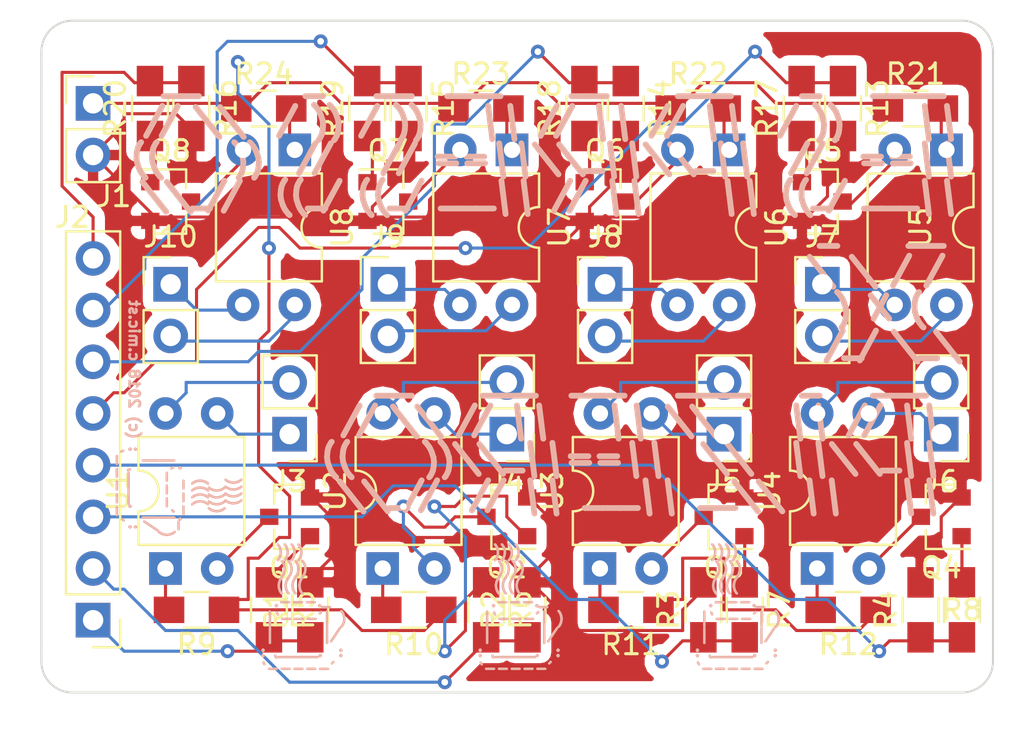
<source format=kicad_pcb>
(kicad_pcb (version 4) (host pcbnew 4.0.7)

  (general
    (links 80)
    (no_connects 1)
    (area 121.361999 112.217999 168.198001 145.338001)
    (thickness 1.6)
    (drawings 19)
    (tracks 373)
    (zones 0)
    (modules 50)
    (nets 51)
  )

  (page A4)
  (layers
    (0 F.Cu signal)
    (31 B.Cu signal)
    (32 B.Adhes user)
    (33 F.Adhes user)
    (34 B.Paste user)
    (35 F.Paste user)
    (36 B.SilkS user)
    (37 F.SilkS user)
    (38 B.Mask user)
    (39 F.Mask user)
    (40 Dwgs.User user)
    (41 Cmts.User user)
    (42 Eco1.User user)
    (43 Eco2.User user)
    (44 Edge.Cuts user)
    (45 Margin user)
    (46 B.CrtYd user)
    (47 F.CrtYd user)
    (48 B.Fab user)
    (49 F.Fab user)
  )

  (setup
    (last_trace_width 0.1524)
    (trace_clearance 0.1524)
    (zone_clearance 0.508)
    (zone_45_only no)
    (trace_min 0.1524)
    (segment_width 0.2)
    (edge_width 0.1)
    (via_size 0.6858)
    (via_drill 0.3302)
    (via_min_size 0.5842)
    (via_min_drill 0.3302)
    (uvia_size 0.6858)
    (uvia_drill 0.3302)
    (uvias_allowed no)
    (uvia_min_size 0.2)
    (uvia_min_drill 0.1)
    (pcb_text_width 0.3)
    (pcb_text_size 1.5 1.5)
    (mod_edge_width 0.15)
    (mod_text_size 1 1)
    (mod_text_width 0.15)
    (pad_size 1.5 1.5)
    (pad_drill 0.6)
    (pad_to_mask_clearance 0.0508)
    (aux_axis_origin 0 0)
    (visible_elements 7FFFFFDF)
    (pcbplotparams
      (layerselection 0x00030_80000001)
      (usegerberextensions false)
      (excludeedgelayer true)
      (linewidth 0.100000)
      (plotframeref false)
      (viasonmask false)
      (mode 1)
      (useauxorigin false)
      (hpglpennumber 1)
      (hpglpenspeed 20)
      (hpglpendiameter 15)
      (hpglpenoverlay 2)
      (psnegative false)
      (psa4output false)
      (plotreference true)
      (plotvalue true)
      (plotinvisibletext false)
      (padsonsilk false)
      (subtractmaskfromsilk false)
      (outputformat 1)
      (mirror false)
      (drillshape 1)
      (scaleselection 1)
      (outputdirectory ""))
  )

  (net 0 "")
  (net 1 +5V)
  (net 2 GND)
  (net 3 "Net-(J2-Pad1)")
  (net 4 "Net-(J2-Pad2)")
  (net 5 "Net-(J2-Pad3)")
  (net 6 "Net-(J2-Pad4)")
  (net 7 "Net-(J2-Pad5)")
  (net 8 "Net-(J2-Pad6)")
  (net 9 "Net-(J2-Pad7)")
  (net 10 "Net-(J2-Pad8)")
  (net 11 "Net-(J3-Pad1)")
  (net 12 "Net-(J3-Pad2)")
  (net 13 "Net-(J4-Pad1)")
  (net 14 "Net-(J4-Pad2)")
  (net 15 "Net-(J5-Pad1)")
  (net 16 "Net-(J5-Pad2)")
  (net 17 "Net-(J6-Pad1)")
  (net 18 "Net-(J6-Pad2)")
  (net 19 "Net-(J7-Pad1)")
  (net 20 "Net-(J7-Pad2)")
  (net 21 "Net-(J8-Pad1)")
  (net 22 "Net-(J8-Pad2)")
  (net 23 "Net-(J9-Pad1)")
  (net 24 "Net-(J9-Pad2)")
  (net 25 "Net-(J10-Pad1)")
  (net 26 "Net-(J10-Pad2)")
  (net 27 "Net-(Q1-Pad1)")
  (net 28 "Net-(Q1-Pad3)")
  (net 29 "Net-(Q2-Pad1)")
  (net 30 "Net-(Q2-Pad3)")
  (net 31 "Net-(Q3-Pad1)")
  (net 32 "Net-(Q3-Pad3)")
  (net 33 "Net-(Q4-Pad1)")
  (net 34 "Net-(Q4-Pad3)")
  (net 35 "Net-(Q5-Pad1)")
  (net 36 "Net-(Q5-Pad3)")
  (net 37 "Net-(Q6-Pad1)")
  (net 38 "Net-(Q6-Pad3)")
  (net 39 "Net-(Q7-Pad1)")
  (net 40 "Net-(Q7-Pad3)")
  (net 41 "Net-(Q8-Pad1)")
  (net 42 "Net-(Q8-Pad3)")
  (net 43 "Net-(R9-Pad2)")
  (net 44 "Net-(R10-Pad2)")
  (net 45 "Net-(R11-Pad2)")
  (net 46 "Net-(R12-Pad2)")
  (net 47 "Net-(R21-Pad2)")
  (net 48 "Net-(R22-Pad2)")
  (net 49 "Net-(R23-Pad2)")
  (net 50 "Net-(R24-Pad2)")

  (net_class Default "Dies ist die voreingestellte Netzklasse."
    (clearance 0.1524)
    (trace_width 0.1524)
    (via_dia 0.6858)
    (via_drill 0.3302)
    (uvia_dia 0.6858)
    (uvia_drill 0.3302)
    (add_net +5V)
    (add_net GND)
    (add_net "Net-(J10-Pad1)")
    (add_net "Net-(J10-Pad2)")
    (add_net "Net-(J2-Pad1)")
    (add_net "Net-(J2-Pad2)")
    (add_net "Net-(J2-Pad3)")
    (add_net "Net-(J2-Pad4)")
    (add_net "Net-(J2-Pad5)")
    (add_net "Net-(J2-Pad6)")
    (add_net "Net-(J2-Pad7)")
    (add_net "Net-(J2-Pad8)")
    (add_net "Net-(J3-Pad1)")
    (add_net "Net-(J3-Pad2)")
    (add_net "Net-(J4-Pad1)")
    (add_net "Net-(J4-Pad2)")
    (add_net "Net-(J5-Pad1)")
    (add_net "Net-(J5-Pad2)")
    (add_net "Net-(J6-Pad1)")
    (add_net "Net-(J6-Pad2)")
    (add_net "Net-(J7-Pad1)")
    (add_net "Net-(J7-Pad2)")
    (add_net "Net-(J8-Pad1)")
    (add_net "Net-(J8-Pad2)")
    (add_net "Net-(J9-Pad1)")
    (add_net "Net-(J9-Pad2)")
    (add_net "Net-(Q1-Pad1)")
    (add_net "Net-(Q1-Pad3)")
    (add_net "Net-(Q2-Pad1)")
    (add_net "Net-(Q2-Pad3)")
    (add_net "Net-(Q3-Pad1)")
    (add_net "Net-(Q3-Pad3)")
    (add_net "Net-(Q4-Pad1)")
    (add_net "Net-(Q4-Pad3)")
    (add_net "Net-(Q5-Pad1)")
    (add_net "Net-(Q5-Pad3)")
    (add_net "Net-(Q6-Pad1)")
    (add_net "Net-(Q6-Pad3)")
    (add_net "Net-(Q7-Pad1)")
    (add_net "Net-(Q7-Pad3)")
    (add_net "Net-(Q8-Pad1)")
    (add_net "Net-(Q8-Pad3)")
    (add_net "Net-(R10-Pad2)")
    (add_net "Net-(R11-Pad2)")
    (add_net "Net-(R12-Pad2)")
    (add_net "Net-(R21-Pad2)")
    (add_net "Net-(R22-Pad2)")
    (add_net "Net-(R23-Pad2)")
    (add_net "Net-(R24-Pad2)")
    (add_net "Net-(R9-Pad2)")
  )

  (module Pin_Headers:Pin_Header_Straight_1x02_Pitch2.54mm (layer F.Cu) (tedit 5A895C8E) (tstamp 5A894D7A)
    (at 123.952 116.332)
    (descr "Through hole straight pin header, 1x02, 2.54mm pitch, single row")
    (tags "Through hole pin header THT 1x02 2.54mm single row")
    (path /5A8A99DC)
    (fp_text reference J1 (at 1.016 4.572) (layer F.SilkS)
      (effects (font (size 1 1) (thickness 0.15)))
    )
    (fp_text value Conn_01x02_Male (at 0 4.87) (layer F.Fab)
      (effects (font (size 1 1) (thickness 0.15)))
    )
    (fp_line (start -0.635 -1.27) (end 1.27 -1.27) (layer F.Fab) (width 0.1))
    (fp_line (start 1.27 -1.27) (end 1.27 3.81) (layer F.Fab) (width 0.1))
    (fp_line (start 1.27 3.81) (end -1.27 3.81) (layer F.Fab) (width 0.1))
    (fp_line (start -1.27 3.81) (end -1.27 -0.635) (layer F.Fab) (width 0.1))
    (fp_line (start -1.27 -0.635) (end -0.635 -1.27) (layer F.Fab) (width 0.1))
    (fp_line (start -1.33 3.87) (end 1.33 3.87) (layer F.SilkS) (width 0.12))
    (fp_line (start -1.33 1.27) (end -1.33 3.87) (layer F.SilkS) (width 0.12))
    (fp_line (start 1.33 1.27) (end 1.33 3.87) (layer F.SilkS) (width 0.12))
    (fp_line (start -1.33 1.27) (end 1.33 1.27) (layer F.SilkS) (width 0.12))
    (fp_line (start -1.33 0) (end -1.33 -1.33) (layer F.SilkS) (width 0.12))
    (fp_line (start -1.33 -1.33) (end 0 -1.33) (layer F.SilkS) (width 0.12))
    (fp_line (start -1.8 -1.8) (end -1.8 4.35) (layer F.CrtYd) (width 0.05))
    (fp_line (start -1.8 4.35) (end 1.8 4.35) (layer F.CrtYd) (width 0.05))
    (fp_line (start 1.8 4.35) (end 1.8 -1.8) (layer F.CrtYd) (width 0.05))
    (fp_line (start 1.8 -1.8) (end -1.8 -1.8) (layer F.CrtYd) (width 0.05))
    (fp_text user %R (at 0 1.27 90) (layer F.Fab)
      (effects (font (size 1 1) (thickness 0.15)))
    )
    (pad 1 thru_hole rect (at 0 0) (size 1.7 1.7) (drill 1) (layers *.Cu *.Mask)
      (net 1 +5V))
    (pad 2 thru_hole oval (at 0 2.54) (size 1.7 1.7) (drill 1) (layers *.Cu *.Mask)
      (net 2 GND))
    (model ${KISYS3DMOD}/Pin_Headers.3dshapes/Pin_Header_Straight_1x02_Pitch2.54mm.wrl
      (at (xyz 0 0 0))
      (scale (xyz 1 1 1))
      (rotate (xyz 0 0 0))
    )
  )

  (module Pin_Headers:Pin_Header_Straight_1x08_Pitch2.54mm (layer F.Cu) (tedit 5A895C8C) (tstamp 5A894D86)
    (at 123.952 141.732 180)
    (descr "Through hole straight pin header, 1x08, 2.54mm pitch, single row")
    (tags "Through hole pin header THT 1x08 2.54mm single row")
    (path /5A88A3ED)
    (fp_text reference J2 (at 1.016 19.812 180) (layer F.SilkS)
      (effects (font (size 1 1) (thickness 0.15)))
    )
    (fp_text value Conn_01x08_Male (at 0 20.11 180) (layer F.Fab)
      (effects (font (size 1 1) (thickness 0.15)))
    )
    (fp_line (start -0.635 -1.27) (end 1.27 -1.27) (layer F.Fab) (width 0.1))
    (fp_line (start 1.27 -1.27) (end 1.27 19.05) (layer F.Fab) (width 0.1))
    (fp_line (start 1.27 19.05) (end -1.27 19.05) (layer F.Fab) (width 0.1))
    (fp_line (start -1.27 19.05) (end -1.27 -0.635) (layer F.Fab) (width 0.1))
    (fp_line (start -1.27 -0.635) (end -0.635 -1.27) (layer F.Fab) (width 0.1))
    (fp_line (start -1.33 19.11) (end 1.33 19.11) (layer F.SilkS) (width 0.12))
    (fp_line (start -1.33 1.27) (end -1.33 19.11) (layer F.SilkS) (width 0.12))
    (fp_line (start 1.33 1.27) (end 1.33 19.11) (layer F.SilkS) (width 0.12))
    (fp_line (start -1.33 1.27) (end 1.33 1.27) (layer F.SilkS) (width 0.12))
    (fp_line (start -1.33 0) (end -1.33 -1.33) (layer F.SilkS) (width 0.12))
    (fp_line (start -1.33 -1.33) (end 0 -1.33) (layer F.SilkS) (width 0.12))
    (fp_line (start -1.8 -1.8) (end -1.8 19.55) (layer F.CrtYd) (width 0.05))
    (fp_line (start -1.8 19.55) (end 1.8 19.55) (layer F.CrtYd) (width 0.05))
    (fp_line (start 1.8 19.55) (end 1.8 -1.8) (layer F.CrtYd) (width 0.05))
    (fp_line (start 1.8 -1.8) (end -1.8 -1.8) (layer F.CrtYd) (width 0.05))
    (fp_text user %R (at 0 8.89 270) (layer F.Fab)
      (effects (font (size 1 1) (thickness 0.15)))
    )
    (pad 1 thru_hole rect (at 0 0 180) (size 1.7 1.7) (drill 1) (layers *.Cu *.Mask)
      (net 3 "Net-(J2-Pad1)"))
    (pad 2 thru_hole oval (at 0 2.54 180) (size 1.7 1.7) (drill 1) (layers *.Cu *.Mask)
      (net 4 "Net-(J2-Pad2)"))
    (pad 3 thru_hole oval (at 0 5.08 180) (size 1.7 1.7) (drill 1) (layers *.Cu *.Mask)
      (net 5 "Net-(J2-Pad3)"))
    (pad 4 thru_hole oval (at 0 7.62 180) (size 1.7 1.7) (drill 1) (layers *.Cu *.Mask)
      (net 6 "Net-(J2-Pad4)"))
    (pad 5 thru_hole oval (at 0 10.16 180) (size 1.7 1.7) (drill 1) (layers *.Cu *.Mask)
      (net 7 "Net-(J2-Pad5)"))
    (pad 6 thru_hole oval (at 0 12.7 180) (size 1.7 1.7) (drill 1) (layers *.Cu *.Mask)
      (net 8 "Net-(J2-Pad6)"))
    (pad 7 thru_hole oval (at 0 15.24 180) (size 1.7 1.7) (drill 1) (layers *.Cu *.Mask)
      (net 9 "Net-(J2-Pad7)"))
    (pad 8 thru_hole oval (at 0 17.78 180) (size 1.7 1.7) (drill 1) (layers *.Cu *.Mask)
      (net 10 "Net-(J2-Pad8)"))
    (model ${KISYS3DMOD}/Pin_Headers.3dshapes/Pin_Header_Straight_1x08_Pitch2.54mm.wrl
      (at (xyz 0 0 0))
      (scale (xyz 1 1 1))
      (rotate (xyz 0 0 0))
    )
  )

  (module Pin_Headers:Pin_Header_Straight_1x02_Pitch2.54mm (layer F.Cu) (tedit 59650532) (tstamp 5A894D8C)
    (at 133.604 132.588 180)
    (descr "Through hole straight pin header, 1x02, 2.54mm pitch, single row")
    (tags "Through hole pin header THT 1x02 2.54mm single row")
    (path /5A888CD0)
    (fp_text reference J3 (at 0 -2.33 180) (layer F.SilkS)
      (effects (font (size 1 1) (thickness 0.15)))
    )
    (fp_text value Conn_01x02_Male (at 0 4.87 180) (layer F.Fab)
      (effects (font (size 1 1) (thickness 0.15)))
    )
    (fp_line (start -0.635 -1.27) (end 1.27 -1.27) (layer F.Fab) (width 0.1))
    (fp_line (start 1.27 -1.27) (end 1.27 3.81) (layer F.Fab) (width 0.1))
    (fp_line (start 1.27 3.81) (end -1.27 3.81) (layer F.Fab) (width 0.1))
    (fp_line (start -1.27 3.81) (end -1.27 -0.635) (layer F.Fab) (width 0.1))
    (fp_line (start -1.27 -0.635) (end -0.635 -1.27) (layer F.Fab) (width 0.1))
    (fp_line (start -1.33 3.87) (end 1.33 3.87) (layer F.SilkS) (width 0.12))
    (fp_line (start -1.33 1.27) (end -1.33 3.87) (layer F.SilkS) (width 0.12))
    (fp_line (start 1.33 1.27) (end 1.33 3.87) (layer F.SilkS) (width 0.12))
    (fp_line (start -1.33 1.27) (end 1.33 1.27) (layer F.SilkS) (width 0.12))
    (fp_line (start -1.33 0) (end -1.33 -1.33) (layer F.SilkS) (width 0.12))
    (fp_line (start -1.33 -1.33) (end 0 -1.33) (layer F.SilkS) (width 0.12))
    (fp_line (start -1.8 -1.8) (end -1.8 4.35) (layer F.CrtYd) (width 0.05))
    (fp_line (start -1.8 4.35) (end 1.8 4.35) (layer F.CrtYd) (width 0.05))
    (fp_line (start 1.8 4.35) (end 1.8 -1.8) (layer F.CrtYd) (width 0.05))
    (fp_line (start 1.8 -1.8) (end -1.8 -1.8) (layer F.CrtYd) (width 0.05))
    (fp_text user %R (at 0 1.27 270) (layer F.Fab)
      (effects (font (size 1 1) (thickness 0.15)))
    )
    (pad 1 thru_hole rect (at 0 0 180) (size 1.7 1.7) (drill 1) (layers *.Cu *.Mask)
      (net 11 "Net-(J3-Pad1)"))
    (pad 2 thru_hole oval (at 0 2.54 180) (size 1.7 1.7) (drill 1) (layers *.Cu *.Mask)
      (net 12 "Net-(J3-Pad2)"))
    (model ${KISYS3DMOD}/Pin_Headers.3dshapes/Pin_Header_Straight_1x02_Pitch2.54mm.wrl
      (at (xyz 0 0 0))
      (scale (xyz 1 1 1))
      (rotate (xyz 0 0 0))
    )
  )

  (module Pin_Headers:Pin_Header_Straight_1x02_Pitch2.54mm (layer F.Cu) (tedit 59650532) (tstamp 5A894D92)
    (at 144.272 132.588 180)
    (descr "Through hole straight pin header, 1x02, 2.54mm pitch, single row")
    (tags "Through hole pin header THT 1x02 2.54mm single row")
    (path /5A88AAFE)
    (fp_text reference J4 (at 0 -2.33 180) (layer F.SilkS)
      (effects (font (size 1 1) (thickness 0.15)))
    )
    (fp_text value Conn_01x02_Male (at 0 4.87 180) (layer F.Fab)
      (effects (font (size 1 1) (thickness 0.15)))
    )
    (fp_line (start -0.635 -1.27) (end 1.27 -1.27) (layer F.Fab) (width 0.1))
    (fp_line (start 1.27 -1.27) (end 1.27 3.81) (layer F.Fab) (width 0.1))
    (fp_line (start 1.27 3.81) (end -1.27 3.81) (layer F.Fab) (width 0.1))
    (fp_line (start -1.27 3.81) (end -1.27 -0.635) (layer F.Fab) (width 0.1))
    (fp_line (start -1.27 -0.635) (end -0.635 -1.27) (layer F.Fab) (width 0.1))
    (fp_line (start -1.33 3.87) (end 1.33 3.87) (layer F.SilkS) (width 0.12))
    (fp_line (start -1.33 1.27) (end -1.33 3.87) (layer F.SilkS) (width 0.12))
    (fp_line (start 1.33 1.27) (end 1.33 3.87) (layer F.SilkS) (width 0.12))
    (fp_line (start -1.33 1.27) (end 1.33 1.27) (layer F.SilkS) (width 0.12))
    (fp_line (start -1.33 0) (end -1.33 -1.33) (layer F.SilkS) (width 0.12))
    (fp_line (start -1.33 -1.33) (end 0 -1.33) (layer F.SilkS) (width 0.12))
    (fp_line (start -1.8 -1.8) (end -1.8 4.35) (layer F.CrtYd) (width 0.05))
    (fp_line (start -1.8 4.35) (end 1.8 4.35) (layer F.CrtYd) (width 0.05))
    (fp_line (start 1.8 4.35) (end 1.8 -1.8) (layer F.CrtYd) (width 0.05))
    (fp_line (start 1.8 -1.8) (end -1.8 -1.8) (layer F.CrtYd) (width 0.05))
    (fp_text user %R (at 0 1.27 270) (layer F.Fab)
      (effects (font (size 1 1) (thickness 0.15)))
    )
    (pad 1 thru_hole rect (at 0 0 180) (size 1.7 1.7) (drill 1) (layers *.Cu *.Mask)
      (net 13 "Net-(J4-Pad1)"))
    (pad 2 thru_hole oval (at 0 2.54 180) (size 1.7 1.7) (drill 1) (layers *.Cu *.Mask)
      (net 14 "Net-(J4-Pad2)"))
    (model ${KISYS3DMOD}/Pin_Headers.3dshapes/Pin_Header_Straight_1x02_Pitch2.54mm.wrl
      (at (xyz 0 0 0))
      (scale (xyz 1 1 1))
      (rotate (xyz 0 0 0))
    )
  )

  (module Pin_Headers:Pin_Header_Straight_1x02_Pitch2.54mm (layer F.Cu) (tedit 59650532) (tstamp 5A894D98)
    (at 154.94 132.588 180)
    (descr "Through hole straight pin header, 1x02, 2.54mm pitch, single row")
    (tags "Through hole pin header THT 1x02 2.54mm single row")
    (path /5A88B000)
    (fp_text reference J5 (at 0 -2.33 180) (layer F.SilkS)
      (effects (font (size 1 1) (thickness 0.15)))
    )
    (fp_text value Conn_01x02_Male (at 0 4.87 180) (layer F.Fab)
      (effects (font (size 1 1) (thickness 0.15)))
    )
    (fp_line (start -0.635 -1.27) (end 1.27 -1.27) (layer F.Fab) (width 0.1))
    (fp_line (start 1.27 -1.27) (end 1.27 3.81) (layer F.Fab) (width 0.1))
    (fp_line (start 1.27 3.81) (end -1.27 3.81) (layer F.Fab) (width 0.1))
    (fp_line (start -1.27 3.81) (end -1.27 -0.635) (layer F.Fab) (width 0.1))
    (fp_line (start -1.27 -0.635) (end -0.635 -1.27) (layer F.Fab) (width 0.1))
    (fp_line (start -1.33 3.87) (end 1.33 3.87) (layer F.SilkS) (width 0.12))
    (fp_line (start -1.33 1.27) (end -1.33 3.87) (layer F.SilkS) (width 0.12))
    (fp_line (start 1.33 1.27) (end 1.33 3.87) (layer F.SilkS) (width 0.12))
    (fp_line (start -1.33 1.27) (end 1.33 1.27) (layer F.SilkS) (width 0.12))
    (fp_line (start -1.33 0) (end -1.33 -1.33) (layer F.SilkS) (width 0.12))
    (fp_line (start -1.33 -1.33) (end 0 -1.33) (layer F.SilkS) (width 0.12))
    (fp_line (start -1.8 -1.8) (end -1.8 4.35) (layer F.CrtYd) (width 0.05))
    (fp_line (start -1.8 4.35) (end 1.8 4.35) (layer F.CrtYd) (width 0.05))
    (fp_line (start 1.8 4.35) (end 1.8 -1.8) (layer F.CrtYd) (width 0.05))
    (fp_line (start 1.8 -1.8) (end -1.8 -1.8) (layer F.CrtYd) (width 0.05))
    (fp_text user %R (at 0 1.27 270) (layer F.Fab)
      (effects (font (size 1 1) (thickness 0.15)))
    )
    (pad 1 thru_hole rect (at 0 0 180) (size 1.7 1.7) (drill 1) (layers *.Cu *.Mask)
      (net 15 "Net-(J5-Pad1)"))
    (pad 2 thru_hole oval (at 0 2.54 180) (size 1.7 1.7) (drill 1) (layers *.Cu *.Mask)
      (net 16 "Net-(J5-Pad2)"))
    (model ${KISYS3DMOD}/Pin_Headers.3dshapes/Pin_Header_Straight_1x02_Pitch2.54mm.wrl
      (at (xyz 0 0 0))
      (scale (xyz 1 1 1))
      (rotate (xyz 0 0 0))
    )
  )

  (module Pin_Headers:Pin_Header_Straight_1x02_Pitch2.54mm (layer F.Cu) (tedit 59650532) (tstamp 5A894D9E)
    (at 165.608 132.588 180)
    (descr "Through hole straight pin header, 1x02, 2.54mm pitch, single row")
    (tags "Through hole pin header THT 1x02 2.54mm single row")
    (path /5A88C8D3)
    (fp_text reference J6 (at 0 -2.33 180) (layer F.SilkS)
      (effects (font (size 1 1) (thickness 0.15)))
    )
    (fp_text value Conn_01x02_Male (at 0 4.87 180) (layer F.Fab)
      (effects (font (size 1 1) (thickness 0.15)))
    )
    (fp_line (start -0.635 -1.27) (end 1.27 -1.27) (layer F.Fab) (width 0.1))
    (fp_line (start 1.27 -1.27) (end 1.27 3.81) (layer F.Fab) (width 0.1))
    (fp_line (start 1.27 3.81) (end -1.27 3.81) (layer F.Fab) (width 0.1))
    (fp_line (start -1.27 3.81) (end -1.27 -0.635) (layer F.Fab) (width 0.1))
    (fp_line (start -1.27 -0.635) (end -0.635 -1.27) (layer F.Fab) (width 0.1))
    (fp_line (start -1.33 3.87) (end 1.33 3.87) (layer F.SilkS) (width 0.12))
    (fp_line (start -1.33 1.27) (end -1.33 3.87) (layer F.SilkS) (width 0.12))
    (fp_line (start 1.33 1.27) (end 1.33 3.87) (layer F.SilkS) (width 0.12))
    (fp_line (start -1.33 1.27) (end 1.33 1.27) (layer F.SilkS) (width 0.12))
    (fp_line (start -1.33 0) (end -1.33 -1.33) (layer F.SilkS) (width 0.12))
    (fp_line (start -1.33 -1.33) (end 0 -1.33) (layer F.SilkS) (width 0.12))
    (fp_line (start -1.8 -1.8) (end -1.8 4.35) (layer F.CrtYd) (width 0.05))
    (fp_line (start -1.8 4.35) (end 1.8 4.35) (layer F.CrtYd) (width 0.05))
    (fp_line (start 1.8 4.35) (end 1.8 -1.8) (layer F.CrtYd) (width 0.05))
    (fp_line (start 1.8 -1.8) (end -1.8 -1.8) (layer F.CrtYd) (width 0.05))
    (fp_text user %R (at 0 1.27 270) (layer F.Fab)
      (effects (font (size 1 1) (thickness 0.15)))
    )
    (pad 1 thru_hole rect (at 0 0 180) (size 1.7 1.7) (drill 1) (layers *.Cu *.Mask)
      (net 17 "Net-(J6-Pad1)"))
    (pad 2 thru_hole oval (at 0 2.54 180) (size 1.7 1.7) (drill 1) (layers *.Cu *.Mask)
      (net 18 "Net-(J6-Pad2)"))
    (model ${KISYS3DMOD}/Pin_Headers.3dshapes/Pin_Header_Straight_1x02_Pitch2.54mm.wrl
      (at (xyz 0 0 0))
      (scale (xyz 1 1 1))
      (rotate (xyz 0 0 0))
    )
  )

  (module Pin_Headers:Pin_Header_Straight_1x02_Pitch2.54mm (layer F.Cu) (tedit 59650532) (tstamp 5A894DA4)
    (at 159.766 125.222)
    (descr "Through hole straight pin header, 1x02, 2.54mm pitch, single row")
    (tags "Through hole pin header THT 1x02 2.54mm single row")
    (path /5A88B613)
    (fp_text reference J7 (at 0 -2.33) (layer F.SilkS)
      (effects (font (size 1 1) (thickness 0.15)))
    )
    (fp_text value Conn_01x02_Male (at 0 4.87) (layer F.Fab)
      (effects (font (size 1 1) (thickness 0.15)))
    )
    (fp_line (start -0.635 -1.27) (end 1.27 -1.27) (layer F.Fab) (width 0.1))
    (fp_line (start 1.27 -1.27) (end 1.27 3.81) (layer F.Fab) (width 0.1))
    (fp_line (start 1.27 3.81) (end -1.27 3.81) (layer F.Fab) (width 0.1))
    (fp_line (start -1.27 3.81) (end -1.27 -0.635) (layer F.Fab) (width 0.1))
    (fp_line (start -1.27 -0.635) (end -0.635 -1.27) (layer F.Fab) (width 0.1))
    (fp_line (start -1.33 3.87) (end 1.33 3.87) (layer F.SilkS) (width 0.12))
    (fp_line (start -1.33 1.27) (end -1.33 3.87) (layer F.SilkS) (width 0.12))
    (fp_line (start 1.33 1.27) (end 1.33 3.87) (layer F.SilkS) (width 0.12))
    (fp_line (start -1.33 1.27) (end 1.33 1.27) (layer F.SilkS) (width 0.12))
    (fp_line (start -1.33 0) (end -1.33 -1.33) (layer F.SilkS) (width 0.12))
    (fp_line (start -1.33 -1.33) (end 0 -1.33) (layer F.SilkS) (width 0.12))
    (fp_line (start -1.8 -1.8) (end -1.8 4.35) (layer F.CrtYd) (width 0.05))
    (fp_line (start -1.8 4.35) (end 1.8 4.35) (layer F.CrtYd) (width 0.05))
    (fp_line (start 1.8 4.35) (end 1.8 -1.8) (layer F.CrtYd) (width 0.05))
    (fp_line (start 1.8 -1.8) (end -1.8 -1.8) (layer F.CrtYd) (width 0.05))
    (fp_text user %R (at 0 1.27 90) (layer F.Fab)
      (effects (font (size 1 1) (thickness 0.15)))
    )
    (pad 1 thru_hole rect (at 0 0) (size 1.7 1.7) (drill 1) (layers *.Cu *.Mask)
      (net 19 "Net-(J7-Pad1)"))
    (pad 2 thru_hole oval (at 0 2.54) (size 1.7 1.7) (drill 1) (layers *.Cu *.Mask)
      (net 20 "Net-(J7-Pad2)"))
    (model ${KISYS3DMOD}/Pin_Headers.3dshapes/Pin_Header_Straight_1x02_Pitch2.54mm.wrl
      (at (xyz 0 0 0))
      (scale (xyz 1 1 1))
      (rotate (xyz 0 0 0))
    )
  )

  (module Pin_Headers:Pin_Header_Straight_1x02_Pitch2.54mm (layer F.Cu) (tedit 59650532) (tstamp 5A894DAA)
    (at 149.098 125.222)
    (descr "Through hole straight pin header, 1x02, 2.54mm pitch, single row")
    (tags "Through hole pin header THT 1x02 2.54mm single row")
    (path /5A88B656)
    (fp_text reference J8 (at 0 -2.33) (layer F.SilkS)
      (effects (font (size 1 1) (thickness 0.15)))
    )
    (fp_text value Conn_01x02_Male (at 0 4.87) (layer F.Fab)
      (effects (font (size 1 1) (thickness 0.15)))
    )
    (fp_line (start -0.635 -1.27) (end 1.27 -1.27) (layer F.Fab) (width 0.1))
    (fp_line (start 1.27 -1.27) (end 1.27 3.81) (layer F.Fab) (width 0.1))
    (fp_line (start 1.27 3.81) (end -1.27 3.81) (layer F.Fab) (width 0.1))
    (fp_line (start -1.27 3.81) (end -1.27 -0.635) (layer F.Fab) (width 0.1))
    (fp_line (start -1.27 -0.635) (end -0.635 -1.27) (layer F.Fab) (width 0.1))
    (fp_line (start -1.33 3.87) (end 1.33 3.87) (layer F.SilkS) (width 0.12))
    (fp_line (start -1.33 1.27) (end -1.33 3.87) (layer F.SilkS) (width 0.12))
    (fp_line (start 1.33 1.27) (end 1.33 3.87) (layer F.SilkS) (width 0.12))
    (fp_line (start -1.33 1.27) (end 1.33 1.27) (layer F.SilkS) (width 0.12))
    (fp_line (start -1.33 0) (end -1.33 -1.33) (layer F.SilkS) (width 0.12))
    (fp_line (start -1.33 -1.33) (end 0 -1.33) (layer F.SilkS) (width 0.12))
    (fp_line (start -1.8 -1.8) (end -1.8 4.35) (layer F.CrtYd) (width 0.05))
    (fp_line (start -1.8 4.35) (end 1.8 4.35) (layer F.CrtYd) (width 0.05))
    (fp_line (start 1.8 4.35) (end 1.8 -1.8) (layer F.CrtYd) (width 0.05))
    (fp_line (start 1.8 -1.8) (end -1.8 -1.8) (layer F.CrtYd) (width 0.05))
    (fp_text user %R (at 0 1.27 90) (layer F.Fab)
      (effects (font (size 1 1) (thickness 0.15)))
    )
    (pad 1 thru_hole rect (at 0 0) (size 1.7 1.7) (drill 1) (layers *.Cu *.Mask)
      (net 21 "Net-(J8-Pad1)"))
    (pad 2 thru_hole oval (at 0 2.54) (size 1.7 1.7) (drill 1) (layers *.Cu *.Mask)
      (net 22 "Net-(J8-Pad2)"))
    (model ${KISYS3DMOD}/Pin_Headers.3dshapes/Pin_Header_Straight_1x02_Pitch2.54mm.wrl
      (at (xyz 0 0 0))
      (scale (xyz 1 1 1))
      (rotate (xyz 0 0 0))
    )
  )

  (module Pin_Headers:Pin_Header_Straight_1x02_Pitch2.54mm (layer F.Cu) (tedit 59650532) (tstamp 5A894DB0)
    (at 138.43 125.222)
    (descr "Through hole straight pin header, 1x02, 2.54mm pitch, single row")
    (tags "Through hole pin header THT 1x02 2.54mm single row")
    (path /5A88B699)
    (fp_text reference J9 (at 0 -2.33) (layer F.SilkS)
      (effects (font (size 1 1) (thickness 0.15)))
    )
    (fp_text value Conn_01x02_Male (at 0 4.87) (layer F.Fab)
      (effects (font (size 1 1) (thickness 0.15)))
    )
    (fp_line (start -0.635 -1.27) (end 1.27 -1.27) (layer F.Fab) (width 0.1))
    (fp_line (start 1.27 -1.27) (end 1.27 3.81) (layer F.Fab) (width 0.1))
    (fp_line (start 1.27 3.81) (end -1.27 3.81) (layer F.Fab) (width 0.1))
    (fp_line (start -1.27 3.81) (end -1.27 -0.635) (layer F.Fab) (width 0.1))
    (fp_line (start -1.27 -0.635) (end -0.635 -1.27) (layer F.Fab) (width 0.1))
    (fp_line (start -1.33 3.87) (end 1.33 3.87) (layer F.SilkS) (width 0.12))
    (fp_line (start -1.33 1.27) (end -1.33 3.87) (layer F.SilkS) (width 0.12))
    (fp_line (start 1.33 1.27) (end 1.33 3.87) (layer F.SilkS) (width 0.12))
    (fp_line (start -1.33 1.27) (end 1.33 1.27) (layer F.SilkS) (width 0.12))
    (fp_line (start -1.33 0) (end -1.33 -1.33) (layer F.SilkS) (width 0.12))
    (fp_line (start -1.33 -1.33) (end 0 -1.33) (layer F.SilkS) (width 0.12))
    (fp_line (start -1.8 -1.8) (end -1.8 4.35) (layer F.CrtYd) (width 0.05))
    (fp_line (start -1.8 4.35) (end 1.8 4.35) (layer F.CrtYd) (width 0.05))
    (fp_line (start 1.8 4.35) (end 1.8 -1.8) (layer F.CrtYd) (width 0.05))
    (fp_line (start 1.8 -1.8) (end -1.8 -1.8) (layer F.CrtYd) (width 0.05))
    (fp_text user %R (at 0 1.27 90) (layer F.Fab)
      (effects (font (size 1 1) (thickness 0.15)))
    )
    (pad 1 thru_hole rect (at 0 0) (size 1.7 1.7) (drill 1) (layers *.Cu *.Mask)
      (net 23 "Net-(J9-Pad1)"))
    (pad 2 thru_hole oval (at 0 2.54) (size 1.7 1.7) (drill 1) (layers *.Cu *.Mask)
      (net 24 "Net-(J9-Pad2)"))
    (model ${KISYS3DMOD}/Pin_Headers.3dshapes/Pin_Header_Straight_1x02_Pitch2.54mm.wrl
      (at (xyz 0 0 0))
      (scale (xyz 1 1 1))
      (rotate (xyz 0 0 0))
    )
  )

  (module Pin_Headers:Pin_Header_Straight_1x02_Pitch2.54mm (layer F.Cu) (tedit 59650532) (tstamp 5A894DB6)
    (at 127.762 125.222)
    (descr "Through hole straight pin header, 1x02, 2.54mm pitch, single row")
    (tags "Through hole pin header THT 1x02 2.54mm single row")
    (path /5A8A3AF4)
    (fp_text reference J10 (at 0 -2.33) (layer F.SilkS)
      (effects (font (size 1 1) (thickness 0.15)))
    )
    (fp_text value Conn_01x02_Male (at 0 4.87) (layer F.Fab)
      (effects (font (size 1 1) (thickness 0.15)))
    )
    (fp_line (start -0.635 -1.27) (end 1.27 -1.27) (layer F.Fab) (width 0.1))
    (fp_line (start 1.27 -1.27) (end 1.27 3.81) (layer F.Fab) (width 0.1))
    (fp_line (start 1.27 3.81) (end -1.27 3.81) (layer F.Fab) (width 0.1))
    (fp_line (start -1.27 3.81) (end -1.27 -0.635) (layer F.Fab) (width 0.1))
    (fp_line (start -1.27 -0.635) (end -0.635 -1.27) (layer F.Fab) (width 0.1))
    (fp_line (start -1.33 3.87) (end 1.33 3.87) (layer F.SilkS) (width 0.12))
    (fp_line (start -1.33 1.27) (end -1.33 3.87) (layer F.SilkS) (width 0.12))
    (fp_line (start 1.33 1.27) (end 1.33 3.87) (layer F.SilkS) (width 0.12))
    (fp_line (start -1.33 1.27) (end 1.33 1.27) (layer F.SilkS) (width 0.12))
    (fp_line (start -1.33 0) (end -1.33 -1.33) (layer F.SilkS) (width 0.12))
    (fp_line (start -1.33 -1.33) (end 0 -1.33) (layer F.SilkS) (width 0.12))
    (fp_line (start -1.8 -1.8) (end -1.8 4.35) (layer F.CrtYd) (width 0.05))
    (fp_line (start -1.8 4.35) (end 1.8 4.35) (layer F.CrtYd) (width 0.05))
    (fp_line (start 1.8 4.35) (end 1.8 -1.8) (layer F.CrtYd) (width 0.05))
    (fp_line (start 1.8 -1.8) (end -1.8 -1.8) (layer F.CrtYd) (width 0.05))
    (fp_text user %R (at 0 1.27 90) (layer F.Fab)
      (effects (font (size 1 1) (thickness 0.15)))
    )
    (pad 1 thru_hole rect (at 0 0) (size 1.7 1.7) (drill 1) (layers *.Cu *.Mask)
      (net 25 "Net-(J10-Pad1)"))
    (pad 2 thru_hole oval (at 0 2.54) (size 1.7 1.7) (drill 1) (layers *.Cu *.Mask)
      (net 26 "Net-(J10-Pad2)"))
    (model ${KISYS3DMOD}/Pin_Headers.3dshapes/Pin_Header_Straight_1x02_Pitch2.54mm.wrl
      (at (xyz 0 0 0))
      (scale (xyz 1 1 1))
      (rotate (xyz 0 0 0))
    )
  )

  (module TO_SOT_Packages_SMD:SOT-23 (layer F.Cu) (tedit 58CE4E7E) (tstamp 5A894DBD)
    (at 133.604 136.652 180)
    (descr "SOT-23, Standard")
    (tags SOT-23)
    (path /5A895137)
    (attr smd)
    (fp_text reference Q1 (at 0 -2.5 180) (layer F.SilkS)
      (effects (font (size 1 1) (thickness 0.15)))
    )
    (fp_text value BC847 (at 0 2.5 180) (layer F.Fab)
      (effects (font (size 1 1) (thickness 0.15)))
    )
    (fp_text user %R (at 0 0 270) (layer F.Fab)
      (effects (font (size 0.5 0.5) (thickness 0.075)))
    )
    (fp_line (start -0.7 -0.95) (end -0.7 1.5) (layer F.Fab) (width 0.1))
    (fp_line (start -0.15 -1.52) (end 0.7 -1.52) (layer F.Fab) (width 0.1))
    (fp_line (start -0.7 -0.95) (end -0.15 -1.52) (layer F.Fab) (width 0.1))
    (fp_line (start 0.7 -1.52) (end 0.7 1.52) (layer F.Fab) (width 0.1))
    (fp_line (start -0.7 1.52) (end 0.7 1.52) (layer F.Fab) (width 0.1))
    (fp_line (start 0.76 1.58) (end 0.76 0.65) (layer F.SilkS) (width 0.12))
    (fp_line (start 0.76 -1.58) (end 0.76 -0.65) (layer F.SilkS) (width 0.12))
    (fp_line (start -1.7 -1.75) (end 1.7 -1.75) (layer F.CrtYd) (width 0.05))
    (fp_line (start 1.7 -1.75) (end 1.7 1.75) (layer F.CrtYd) (width 0.05))
    (fp_line (start 1.7 1.75) (end -1.7 1.75) (layer F.CrtYd) (width 0.05))
    (fp_line (start -1.7 1.75) (end -1.7 -1.75) (layer F.CrtYd) (width 0.05))
    (fp_line (start 0.76 -1.58) (end -1.4 -1.58) (layer F.SilkS) (width 0.12))
    (fp_line (start 0.76 1.58) (end -0.7 1.58) (layer F.SilkS) (width 0.12))
    (pad 1 smd rect (at -1 -0.95 180) (size 0.9 0.8) (layers F.Cu F.Paste F.Mask)
      (net 27 "Net-(Q1-Pad1)"))
    (pad 2 smd rect (at -1 0.95 180) (size 0.9 0.8) (layers F.Cu F.Paste F.Mask)
      (net 2 GND))
    (pad 3 smd rect (at 1 0 180) (size 0.9 0.8) (layers F.Cu F.Paste F.Mask)
      (net 28 "Net-(Q1-Pad3)"))
    (model ${KISYS3DMOD}/TO_SOT_Packages_SMD.3dshapes/SOT-23.wrl
      (at (xyz 0 0 0))
      (scale (xyz 1 1 1))
      (rotate (xyz 0 0 0))
    )
  )

  (module TO_SOT_Packages_SMD:SOT-23 (layer F.Cu) (tedit 58CE4E7E) (tstamp 5A894DC4)
    (at 144.272 136.652 180)
    (descr "SOT-23, Standard")
    (tags SOT-23)
    (path /5A895CAE)
    (attr smd)
    (fp_text reference Q2 (at 0 -2.5 180) (layer F.SilkS)
      (effects (font (size 1 1) (thickness 0.15)))
    )
    (fp_text value BC847 (at 0 2.5 180) (layer F.Fab)
      (effects (font (size 1 1) (thickness 0.15)))
    )
    (fp_text user %R (at 0 0 270) (layer F.Fab)
      (effects (font (size 0.5 0.5) (thickness 0.075)))
    )
    (fp_line (start -0.7 -0.95) (end -0.7 1.5) (layer F.Fab) (width 0.1))
    (fp_line (start -0.15 -1.52) (end 0.7 -1.52) (layer F.Fab) (width 0.1))
    (fp_line (start -0.7 -0.95) (end -0.15 -1.52) (layer F.Fab) (width 0.1))
    (fp_line (start 0.7 -1.52) (end 0.7 1.52) (layer F.Fab) (width 0.1))
    (fp_line (start -0.7 1.52) (end 0.7 1.52) (layer F.Fab) (width 0.1))
    (fp_line (start 0.76 1.58) (end 0.76 0.65) (layer F.SilkS) (width 0.12))
    (fp_line (start 0.76 -1.58) (end 0.76 -0.65) (layer F.SilkS) (width 0.12))
    (fp_line (start -1.7 -1.75) (end 1.7 -1.75) (layer F.CrtYd) (width 0.05))
    (fp_line (start 1.7 -1.75) (end 1.7 1.75) (layer F.CrtYd) (width 0.05))
    (fp_line (start 1.7 1.75) (end -1.7 1.75) (layer F.CrtYd) (width 0.05))
    (fp_line (start -1.7 1.75) (end -1.7 -1.75) (layer F.CrtYd) (width 0.05))
    (fp_line (start 0.76 -1.58) (end -1.4 -1.58) (layer F.SilkS) (width 0.12))
    (fp_line (start 0.76 1.58) (end -0.7 1.58) (layer F.SilkS) (width 0.12))
    (pad 1 smd rect (at -1 -0.95 180) (size 0.9 0.8) (layers F.Cu F.Paste F.Mask)
      (net 29 "Net-(Q2-Pad1)"))
    (pad 2 smd rect (at -1 0.95 180) (size 0.9 0.8) (layers F.Cu F.Paste F.Mask)
      (net 2 GND))
    (pad 3 smd rect (at 1 0 180) (size 0.9 0.8) (layers F.Cu F.Paste F.Mask)
      (net 30 "Net-(Q2-Pad3)"))
    (model ${KISYS3DMOD}/TO_SOT_Packages_SMD.3dshapes/SOT-23.wrl
      (at (xyz 0 0 0))
      (scale (xyz 1 1 1))
      (rotate (xyz 0 0 0))
    )
  )

  (module TO_SOT_Packages_SMD:SOT-23 (layer F.Cu) (tedit 58CE4E7E) (tstamp 5A894DCB)
    (at 154.94 136.652 180)
    (descr "SOT-23, Standard")
    (tags SOT-23)
    (path /5A898666)
    (attr smd)
    (fp_text reference Q3 (at 0 -2.5 180) (layer F.SilkS)
      (effects (font (size 1 1) (thickness 0.15)))
    )
    (fp_text value BC847 (at 0 2.5 180) (layer F.Fab)
      (effects (font (size 1 1) (thickness 0.15)))
    )
    (fp_text user %R (at 0 0 270) (layer F.Fab)
      (effects (font (size 0.5 0.5) (thickness 0.075)))
    )
    (fp_line (start -0.7 -0.95) (end -0.7 1.5) (layer F.Fab) (width 0.1))
    (fp_line (start -0.15 -1.52) (end 0.7 -1.52) (layer F.Fab) (width 0.1))
    (fp_line (start -0.7 -0.95) (end -0.15 -1.52) (layer F.Fab) (width 0.1))
    (fp_line (start 0.7 -1.52) (end 0.7 1.52) (layer F.Fab) (width 0.1))
    (fp_line (start -0.7 1.52) (end 0.7 1.52) (layer F.Fab) (width 0.1))
    (fp_line (start 0.76 1.58) (end 0.76 0.65) (layer F.SilkS) (width 0.12))
    (fp_line (start 0.76 -1.58) (end 0.76 -0.65) (layer F.SilkS) (width 0.12))
    (fp_line (start -1.7 -1.75) (end 1.7 -1.75) (layer F.CrtYd) (width 0.05))
    (fp_line (start 1.7 -1.75) (end 1.7 1.75) (layer F.CrtYd) (width 0.05))
    (fp_line (start 1.7 1.75) (end -1.7 1.75) (layer F.CrtYd) (width 0.05))
    (fp_line (start -1.7 1.75) (end -1.7 -1.75) (layer F.CrtYd) (width 0.05))
    (fp_line (start 0.76 -1.58) (end -1.4 -1.58) (layer F.SilkS) (width 0.12))
    (fp_line (start 0.76 1.58) (end -0.7 1.58) (layer F.SilkS) (width 0.12))
    (pad 1 smd rect (at -1 -0.95 180) (size 0.9 0.8) (layers F.Cu F.Paste F.Mask)
      (net 31 "Net-(Q3-Pad1)"))
    (pad 2 smd rect (at -1 0.95 180) (size 0.9 0.8) (layers F.Cu F.Paste F.Mask)
      (net 2 GND))
    (pad 3 smd rect (at 1 0 180) (size 0.9 0.8) (layers F.Cu F.Paste F.Mask)
      (net 32 "Net-(Q3-Pad3)"))
    (model ${KISYS3DMOD}/TO_SOT_Packages_SMD.3dshapes/SOT-23.wrl
      (at (xyz 0 0 0))
      (scale (xyz 1 1 1))
      (rotate (xyz 0 0 0))
    )
  )

  (module TO_SOT_Packages_SMD:SOT-23 (layer F.Cu) (tedit 58CE4E7E) (tstamp 5A894DD2)
    (at 165.608 136.652 180)
    (descr "SOT-23, Standard")
    (tags SOT-23)
    (path /5A89830B)
    (attr smd)
    (fp_text reference Q4 (at 0 -2.5 180) (layer F.SilkS)
      (effects (font (size 1 1) (thickness 0.15)))
    )
    (fp_text value BC847 (at 0 2.5 180) (layer F.Fab)
      (effects (font (size 1 1) (thickness 0.15)))
    )
    (fp_text user %R (at 0 0 270) (layer F.Fab)
      (effects (font (size 0.5 0.5) (thickness 0.075)))
    )
    (fp_line (start -0.7 -0.95) (end -0.7 1.5) (layer F.Fab) (width 0.1))
    (fp_line (start -0.15 -1.52) (end 0.7 -1.52) (layer F.Fab) (width 0.1))
    (fp_line (start -0.7 -0.95) (end -0.15 -1.52) (layer F.Fab) (width 0.1))
    (fp_line (start 0.7 -1.52) (end 0.7 1.52) (layer F.Fab) (width 0.1))
    (fp_line (start -0.7 1.52) (end 0.7 1.52) (layer F.Fab) (width 0.1))
    (fp_line (start 0.76 1.58) (end 0.76 0.65) (layer F.SilkS) (width 0.12))
    (fp_line (start 0.76 -1.58) (end 0.76 -0.65) (layer F.SilkS) (width 0.12))
    (fp_line (start -1.7 -1.75) (end 1.7 -1.75) (layer F.CrtYd) (width 0.05))
    (fp_line (start 1.7 -1.75) (end 1.7 1.75) (layer F.CrtYd) (width 0.05))
    (fp_line (start 1.7 1.75) (end -1.7 1.75) (layer F.CrtYd) (width 0.05))
    (fp_line (start -1.7 1.75) (end -1.7 -1.75) (layer F.CrtYd) (width 0.05))
    (fp_line (start 0.76 -1.58) (end -1.4 -1.58) (layer F.SilkS) (width 0.12))
    (fp_line (start 0.76 1.58) (end -0.7 1.58) (layer F.SilkS) (width 0.12))
    (pad 1 smd rect (at -1 -0.95 180) (size 0.9 0.8) (layers F.Cu F.Paste F.Mask)
      (net 33 "Net-(Q4-Pad1)"))
    (pad 2 smd rect (at -1 0.95 180) (size 0.9 0.8) (layers F.Cu F.Paste F.Mask)
      (net 2 GND))
    (pad 3 smd rect (at 1 0 180) (size 0.9 0.8) (layers F.Cu F.Paste F.Mask)
      (net 34 "Net-(Q4-Pad3)"))
    (model ${KISYS3DMOD}/TO_SOT_Packages_SMD.3dshapes/SOT-23.wrl
      (at (xyz 0 0 0))
      (scale (xyz 1 1 1))
      (rotate (xyz 0 0 0))
    )
  )

  (module TO_SOT_Packages_SMD:SOT-23 (layer F.Cu) (tedit 58CE4E7E) (tstamp 5A894DD9)
    (at 159.766 121.158)
    (descr "SOT-23, Standard")
    (tags SOT-23)
    (path /5A897695)
    (attr smd)
    (fp_text reference Q5 (at 0 -2.5) (layer F.SilkS)
      (effects (font (size 1 1) (thickness 0.15)))
    )
    (fp_text value BC847 (at 0 2.5) (layer F.Fab)
      (effects (font (size 1 1) (thickness 0.15)))
    )
    (fp_text user %R (at 0 0 90) (layer F.Fab)
      (effects (font (size 0.5 0.5) (thickness 0.075)))
    )
    (fp_line (start -0.7 -0.95) (end -0.7 1.5) (layer F.Fab) (width 0.1))
    (fp_line (start -0.15 -1.52) (end 0.7 -1.52) (layer F.Fab) (width 0.1))
    (fp_line (start -0.7 -0.95) (end -0.15 -1.52) (layer F.Fab) (width 0.1))
    (fp_line (start 0.7 -1.52) (end 0.7 1.52) (layer F.Fab) (width 0.1))
    (fp_line (start -0.7 1.52) (end 0.7 1.52) (layer F.Fab) (width 0.1))
    (fp_line (start 0.76 1.58) (end 0.76 0.65) (layer F.SilkS) (width 0.12))
    (fp_line (start 0.76 -1.58) (end 0.76 -0.65) (layer F.SilkS) (width 0.12))
    (fp_line (start -1.7 -1.75) (end 1.7 -1.75) (layer F.CrtYd) (width 0.05))
    (fp_line (start 1.7 -1.75) (end 1.7 1.75) (layer F.CrtYd) (width 0.05))
    (fp_line (start 1.7 1.75) (end -1.7 1.75) (layer F.CrtYd) (width 0.05))
    (fp_line (start -1.7 1.75) (end -1.7 -1.75) (layer F.CrtYd) (width 0.05))
    (fp_line (start 0.76 -1.58) (end -1.4 -1.58) (layer F.SilkS) (width 0.12))
    (fp_line (start 0.76 1.58) (end -0.7 1.58) (layer F.SilkS) (width 0.12))
    (pad 1 smd rect (at -1 -0.95) (size 0.9 0.8) (layers F.Cu F.Paste F.Mask)
      (net 35 "Net-(Q5-Pad1)"))
    (pad 2 smd rect (at -1 0.95) (size 0.9 0.8) (layers F.Cu F.Paste F.Mask)
      (net 2 GND))
    (pad 3 smd rect (at 1 0) (size 0.9 0.8) (layers F.Cu F.Paste F.Mask)
      (net 36 "Net-(Q5-Pad3)"))
    (model ${KISYS3DMOD}/TO_SOT_Packages_SMD.3dshapes/SOT-23.wrl
      (at (xyz 0 0 0))
      (scale (xyz 1 1 1))
      (rotate (xyz 0 0 0))
    )
  )

  (module TO_SOT_Packages_SMD:SOT-23 (layer F.Cu) (tedit 58CE4E7E) (tstamp 5A894DE0)
    (at 149.098 121.158)
    (descr "SOT-23, Standard")
    (tags SOT-23)
    (path /5A897971)
    (attr smd)
    (fp_text reference Q6 (at 0 -2.5) (layer F.SilkS)
      (effects (font (size 1 1) (thickness 0.15)))
    )
    (fp_text value BC847 (at 0 2.5) (layer F.Fab)
      (effects (font (size 1 1) (thickness 0.15)))
    )
    (fp_text user %R (at 0 0 90) (layer F.Fab)
      (effects (font (size 0.5 0.5) (thickness 0.075)))
    )
    (fp_line (start -0.7 -0.95) (end -0.7 1.5) (layer F.Fab) (width 0.1))
    (fp_line (start -0.15 -1.52) (end 0.7 -1.52) (layer F.Fab) (width 0.1))
    (fp_line (start -0.7 -0.95) (end -0.15 -1.52) (layer F.Fab) (width 0.1))
    (fp_line (start 0.7 -1.52) (end 0.7 1.52) (layer F.Fab) (width 0.1))
    (fp_line (start -0.7 1.52) (end 0.7 1.52) (layer F.Fab) (width 0.1))
    (fp_line (start 0.76 1.58) (end 0.76 0.65) (layer F.SilkS) (width 0.12))
    (fp_line (start 0.76 -1.58) (end 0.76 -0.65) (layer F.SilkS) (width 0.12))
    (fp_line (start -1.7 -1.75) (end 1.7 -1.75) (layer F.CrtYd) (width 0.05))
    (fp_line (start 1.7 -1.75) (end 1.7 1.75) (layer F.CrtYd) (width 0.05))
    (fp_line (start 1.7 1.75) (end -1.7 1.75) (layer F.CrtYd) (width 0.05))
    (fp_line (start -1.7 1.75) (end -1.7 -1.75) (layer F.CrtYd) (width 0.05))
    (fp_line (start 0.76 -1.58) (end -1.4 -1.58) (layer F.SilkS) (width 0.12))
    (fp_line (start 0.76 1.58) (end -0.7 1.58) (layer F.SilkS) (width 0.12))
    (pad 1 smd rect (at -1 -0.95) (size 0.9 0.8) (layers F.Cu F.Paste F.Mask)
      (net 37 "Net-(Q6-Pad1)"))
    (pad 2 smd rect (at -1 0.95) (size 0.9 0.8) (layers F.Cu F.Paste F.Mask)
      (net 2 GND))
    (pad 3 smd rect (at 1 0) (size 0.9 0.8) (layers F.Cu F.Paste F.Mask)
      (net 38 "Net-(Q6-Pad3)"))
    (model ${KISYS3DMOD}/TO_SOT_Packages_SMD.3dshapes/SOT-23.wrl
      (at (xyz 0 0 0))
      (scale (xyz 1 1 1))
      (rotate (xyz 0 0 0))
    )
  )

  (module TO_SOT_Packages_SMD:SOT-23 (layer F.Cu) (tedit 58CE4E7E) (tstamp 5A894DE7)
    (at 138.43 121.158)
    (descr "SOT-23, Standard")
    (tags SOT-23)
    (path /5A897CBA)
    (attr smd)
    (fp_text reference Q7 (at 0 -2.5) (layer F.SilkS)
      (effects (font (size 1 1) (thickness 0.15)))
    )
    (fp_text value BC847 (at 0 2.5) (layer F.Fab)
      (effects (font (size 1 1) (thickness 0.15)))
    )
    (fp_text user %R (at 0 0 90) (layer F.Fab)
      (effects (font (size 0.5 0.5) (thickness 0.075)))
    )
    (fp_line (start -0.7 -0.95) (end -0.7 1.5) (layer F.Fab) (width 0.1))
    (fp_line (start -0.15 -1.52) (end 0.7 -1.52) (layer F.Fab) (width 0.1))
    (fp_line (start -0.7 -0.95) (end -0.15 -1.52) (layer F.Fab) (width 0.1))
    (fp_line (start 0.7 -1.52) (end 0.7 1.52) (layer F.Fab) (width 0.1))
    (fp_line (start -0.7 1.52) (end 0.7 1.52) (layer F.Fab) (width 0.1))
    (fp_line (start 0.76 1.58) (end 0.76 0.65) (layer F.SilkS) (width 0.12))
    (fp_line (start 0.76 -1.58) (end 0.76 -0.65) (layer F.SilkS) (width 0.12))
    (fp_line (start -1.7 -1.75) (end 1.7 -1.75) (layer F.CrtYd) (width 0.05))
    (fp_line (start 1.7 -1.75) (end 1.7 1.75) (layer F.CrtYd) (width 0.05))
    (fp_line (start 1.7 1.75) (end -1.7 1.75) (layer F.CrtYd) (width 0.05))
    (fp_line (start -1.7 1.75) (end -1.7 -1.75) (layer F.CrtYd) (width 0.05))
    (fp_line (start 0.76 -1.58) (end -1.4 -1.58) (layer F.SilkS) (width 0.12))
    (fp_line (start 0.76 1.58) (end -0.7 1.58) (layer F.SilkS) (width 0.12))
    (pad 1 smd rect (at -1 -0.95) (size 0.9 0.8) (layers F.Cu F.Paste F.Mask)
      (net 39 "Net-(Q7-Pad1)"))
    (pad 2 smd rect (at -1 0.95) (size 0.9 0.8) (layers F.Cu F.Paste F.Mask)
      (net 2 GND))
    (pad 3 smd rect (at 1 0) (size 0.9 0.8) (layers F.Cu F.Paste F.Mask)
      (net 40 "Net-(Q7-Pad3)"))
    (model ${KISYS3DMOD}/TO_SOT_Packages_SMD.3dshapes/SOT-23.wrl
      (at (xyz 0 0 0))
      (scale (xyz 1 1 1))
      (rotate (xyz 0 0 0))
    )
  )

  (module TO_SOT_Packages_SMD:SOT-23 (layer F.Cu) (tedit 58CE4E7E) (tstamp 5A894DEE)
    (at 127.762 121.158)
    (descr "SOT-23, Standard")
    (tags SOT-23)
    (path /5A897F80)
    (attr smd)
    (fp_text reference Q8 (at 0 -2.5) (layer F.SilkS)
      (effects (font (size 1 1) (thickness 0.15)))
    )
    (fp_text value BC847 (at 0 2.5) (layer F.Fab)
      (effects (font (size 1 1) (thickness 0.15)))
    )
    (fp_text user %R (at 0 0 90) (layer F.Fab)
      (effects (font (size 0.5 0.5) (thickness 0.075)))
    )
    (fp_line (start -0.7 -0.95) (end -0.7 1.5) (layer F.Fab) (width 0.1))
    (fp_line (start -0.15 -1.52) (end 0.7 -1.52) (layer F.Fab) (width 0.1))
    (fp_line (start -0.7 -0.95) (end -0.15 -1.52) (layer F.Fab) (width 0.1))
    (fp_line (start 0.7 -1.52) (end 0.7 1.52) (layer F.Fab) (width 0.1))
    (fp_line (start -0.7 1.52) (end 0.7 1.52) (layer F.Fab) (width 0.1))
    (fp_line (start 0.76 1.58) (end 0.76 0.65) (layer F.SilkS) (width 0.12))
    (fp_line (start 0.76 -1.58) (end 0.76 -0.65) (layer F.SilkS) (width 0.12))
    (fp_line (start -1.7 -1.75) (end 1.7 -1.75) (layer F.CrtYd) (width 0.05))
    (fp_line (start 1.7 -1.75) (end 1.7 1.75) (layer F.CrtYd) (width 0.05))
    (fp_line (start 1.7 1.75) (end -1.7 1.75) (layer F.CrtYd) (width 0.05))
    (fp_line (start -1.7 1.75) (end -1.7 -1.75) (layer F.CrtYd) (width 0.05))
    (fp_line (start 0.76 -1.58) (end -1.4 -1.58) (layer F.SilkS) (width 0.12))
    (fp_line (start 0.76 1.58) (end -0.7 1.58) (layer F.SilkS) (width 0.12))
    (pad 1 smd rect (at -1 -0.95) (size 0.9 0.8) (layers F.Cu F.Paste F.Mask)
      (net 41 "Net-(Q8-Pad1)"))
    (pad 2 smd rect (at -1 0.95) (size 0.9 0.8) (layers F.Cu F.Paste F.Mask)
      (net 2 GND))
    (pad 3 smd rect (at 1 0) (size 0.9 0.8) (layers F.Cu F.Paste F.Mask)
      (net 42 "Net-(Q8-Pad3)"))
    (model ${KISYS3DMOD}/TO_SOT_Packages_SMD.3dshapes/SOT-23.wrl
      (at (xyz 0 0 0))
      (scale (xyz 1 1 1))
      (rotate (xyz 0 0 0))
    )
  )

  (module Resistors_SMD:R_0805_HandSoldering (layer F.Cu) (tedit 58E0A804) (tstamp 5A894DF4)
    (at 134.62 141.224 90)
    (descr "Resistor SMD 0805, hand soldering")
    (tags "resistor 0805")
    (path /5A88E488)
    (attr smd)
    (fp_text reference R1 (at 0 -1.7 90) (layer F.SilkS)
      (effects (font (size 1 1) (thickness 0.15)))
    )
    (fp_text value 10k (at 0 1.75 90) (layer F.Fab)
      (effects (font (size 1 1) (thickness 0.15)))
    )
    (fp_text user %R (at 0 0 90) (layer F.Fab)
      (effects (font (size 0.5 0.5) (thickness 0.075)))
    )
    (fp_line (start -1 0.62) (end -1 -0.62) (layer F.Fab) (width 0.1))
    (fp_line (start 1 0.62) (end -1 0.62) (layer F.Fab) (width 0.1))
    (fp_line (start 1 -0.62) (end 1 0.62) (layer F.Fab) (width 0.1))
    (fp_line (start -1 -0.62) (end 1 -0.62) (layer F.Fab) (width 0.1))
    (fp_line (start 0.6 0.88) (end -0.6 0.88) (layer F.SilkS) (width 0.12))
    (fp_line (start -0.6 -0.88) (end 0.6 -0.88) (layer F.SilkS) (width 0.12))
    (fp_line (start -2.35 -0.9) (end 2.35 -0.9) (layer F.CrtYd) (width 0.05))
    (fp_line (start -2.35 -0.9) (end -2.35 0.9) (layer F.CrtYd) (width 0.05))
    (fp_line (start 2.35 0.9) (end 2.35 -0.9) (layer F.CrtYd) (width 0.05))
    (fp_line (start 2.35 0.9) (end -2.35 0.9) (layer F.CrtYd) (width 0.05))
    (pad 1 smd rect (at -1.35 0 90) (size 1.5 1.3) (layers F.Cu F.Paste F.Mask)
      (net 3 "Net-(J2-Pad1)"))
    (pad 2 smd rect (at 1.35 0 90) (size 1.5 1.3) (layers F.Cu F.Paste F.Mask)
      (net 2 GND))
    (model ${KISYS3DMOD}/Resistors_SMD.3dshapes/R_0805.wrl
      (at (xyz 0 0 0))
      (scale (xyz 1 1 1))
      (rotate (xyz 0 0 0))
    )
  )

  (module Resistors_SMD:R_0805_HandSoldering (layer F.Cu) (tedit 58E0A804) (tstamp 5A894DFA)
    (at 145.288 141.224 90)
    (descr "Resistor SMD 0805, hand soldering")
    (tags "resistor 0805")
    (path /5A88AB14)
    (attr smd)
    (fp_text reference R2 (at 0 -1.7 90) (layer F.SilkS)
      (effects (font (size 1 1) (thickness 0.15)))
    )
    (fp_text value 10k (at 0 1.75 90) (layer F.Fab)
      (effects (font (size 1 1) (thickness 0.15)))
    )
    (fp_text user %R (at 0 0 90) (layer F.Fab)
      (effects (font (size 0.5 0.5) (thickness 0.075)))
    )
    (fp_line (start -1 0.62) (end -1 -0.62) (layer F.Fab) (width 0.1))
    (fp_line (start 1 0.62) (end -1 0.62) (layer F.Fab) (width 0.1))
    (fp_line (start 1 -0.62) (end 1 0.62) (layer F.Fab) (width 0.1))
    (fp_line (start -1 -0.62) (end 1 -0.62) (layer F.Fab) (width 0.1))
    (fp_line (start 0.6 0.88) (end -0.6 0.88) (layer F.SilkS) (width 0.12))
    (fp_line (start -0.6 -0.88) (end 0.6 -0.88) (layer F.SilkS) (width 0.12))
    (fp_line (start -2.35 -0.9) (end 2.35 -0.9) (layer F.CrtYd) (width 0.05))
    (fp_line (start -2.35 -0.9) (end -2.35 0.9) (layer F.CrtYd) (width 0.05))
    (fp_line (start 2.35 0.9) (end 2.35 -0.9) (layer F.CrtYd) (width 0.05))
    (fp_line (start 2.35 0.9) (end -2.35 0.9) (layer F.CrtYd) (width 0.05))
    (pad 1 smd rect (at -1.35 0 90) (size 1.5 1.3) (layers F.Cu F.Paste F.Mask)
      (net 4 "Net-(J2-Pad2)"))
    (pad 2 smd rect (at 1.35 0 90) (size 1.5 1.3) (layers F.Cu F.Paste F.Mask)
      (net 2 GND))
    (model ${KISYS3DMOD}/Resistors_SMD.3dshapes/R_0805.wrl
      (at (xyz 0 0 0))
      (scale (xyz 1 1 1))
      (rotate (xyz 0 0 0))
    )
  )

  (module Resistors_SMD:R_0805_HandSoldering (layer F.Cu) (tedit 58E0A804) (tstamp 5A894E00)
    (at 153.924 141.224 90)
    (descr "Resistor SMD 0805, hand soldering")
    (tags "resistor 0805")
    (path /5A88B017)
    (attr smd)
    (fp_text reference R3 (at 0 -1.7 90) (layer F.SilkS)
      (effects (font (size 1 1) (thickness 0.15)))
    )
    (fp_text value 10k (at 0 1.75 90) (layer F.Fab)
      (effects (font (size 1 1) (thickness 0.15)))
    )
    (fp_text user %R (at 0 0 90) (layer F.Fab)
      (effects (font (size 0.5 0.5) (thickness 0.075)))
    )
    (fp_line (start -1 0.62) (end -1 -0.62) (layer F.Fab) (width 0.1))
    (fp_line (start 1 0.62) (end -1 0.62) (layer F.Fab) (width 0.1))
    (fp_line (start 1 -0.62) (end 1 0.62) (layer F.Fab) (width 0.1))
    (fp_line (start -1 -0.62) (end 1 -0.62) (layer F.Fab) (width 0.1))
    (fp_line (start 0.6 0.88) (end -0.6 0.88) (layer F.SilkS) (width 0.12))
    (fp_line (start -0.6 -0.88) (end 0.6 -0.88) (layer F.SilkS) (width 0.12))
    (fp_line (start -2.35 -0.9) (end 2.35 -0.9) (layer F.CrtYd) (width 0.05))
    (fp_line (start -2.35 -0.9) (end -2.35 0.9) (layer F.CrtYd) (width 0.05))
    (fp_line (start 2.35 0.9) (end 2.35 -0.9) (layer F.CrtYd) (width 0.05))
    (fp_line (start 2.35 0.9) (end -2.35 0.9) (layer F.CrtYd) (width 0.05))
    (pad 1 smd rect (at -1.35 0 90) (size 1.5 1.3) (layers F.Cu F.Paste F.Mask)
      (net 5 "Net-(J2-Pad3)"))
    (pad 2 smd rect (at 1.35 0 90) (size 1.5 1.3) (layers F.Cu F.Paste F.Mask)
      (net 2 GND))
    (model ${KISYS3DMOD}/Resistors_SMD.3dshapes/R_0805.wrl
      (at (xyz 0 0 0))
      (scale (xyz 1 1 1))
      (rotate (xyz 0 0 0))
    )
  )

  (module Resistors_SMD:R_0805_HandSoldering (layer F.Cu) (tedit 58E0A804) (tstamp 5A894E06)
    (at 164.592 141.224 90)
    (descr "Resistor SMD 0805, hand soldering")
    (tags "resistor 0805")
    (path /5A88C8EA)
    (attr smd)
    (fp_text reference R4 (at 0 -1.7 90) (layer F.SilkS)
      (effects (font (size 1 1) (thickness 0.15)))
    )
    (fp_text value 10k (at 0 1.75 90) (layer F.Fab)
      (effects (font (size 1 1) (thickness 0.15)))
    )
    (fp_text user %R (at 0 0 90) (layer F.Fab)
      (effects (font (size 0.5 0.5) (thickness 0.075)))
    )
    (fp_line (start -1 0.62) (end -1 -0.62) (layer F.Fab) (width 0.1))
    (fp_line (start 1 0.62) (end -1 0.62) (layer F.Fab) (width 0.1))
    (fp_line (start 1 -0.62) (end 1 0.62) (layer F.Fab) (width 0.1))
    (fp_line (start -1 -0.62) (end 1 -0.62) (layer F.Fab) (width 0.1))
    (fp_line (start 0.6 0.88) (end -0.6 0.88) (layer F.SilkS) (width 0.12))
    (fp_line (start -0.6 -0.88) (end 0.6 -0.88) (layer F.SilkS) (width 0.12))
    (fp_line (start -2.35 -0.9) (end 2.35 -0.9) (layer F.CrtYd) (width 0.05))
    (fp_line (start -2.35 -0.9) (end -2.35 0.9) (layer F.CrtYd) (width 0.05))
    (fp_line (start 2.35 0.9) (end 2.35 -0.9) (layer F.CrtYd) (width 0.05))
    (fp_line (start 2.35 0.9) (end -2.35 0.9) (layer F.CrtYd) (width 0.05))
    (pad 1 smd rect (at -1.35 0 90) (size 1.5 1.3) (layers F.Cu F.Paste F.Mask)
      (net 6 "Net-(J2-Pad4)"))
    (pad 2 smd rect (at 1.35 0 90) (size 1.5 1.3) (layers F.Cu F.Paste F.Mask)
      (net 2 GND))
    (model ${KISYS3DMOD}/Resistors_SMD.3dshapes/R_0805.wrl
      (at (xyz 0 0 0))
      (scale (xyz 1 1 1))
      (rotate (xyz 0 0 0))
    )
  )

  (module Resistors_SMD:R_0805_HandSoldering (layer F.Cu) (tedit 58E0A804) (tstamp 5A894E0C)
    (at 132.588 141.224 270)
    (descr "Resistor SMD 0805, hand soldering")
    (tags "resistor 0805")
    (path /5A88A554)
    (attr smd)
    (fp_text reference R5 (at 0 -1.7 270) (layer F.SilkS)
      (effects (font (size 1 1) (thickness 0.15)))
    )
    (fp_text value 5,6k (at 0 1.75 270) (layer F.Fab)
      (effects (font (size 1 1) (thickness 0.15)))
    )
    (fp_text user %R (at 0 0 270) (layer F.Fab)
      (effects (font (size 0.5 0.5) (thickness 0.075)))
    )
    (fp_line (start -1 0.62) (end -1 -0.62) (layer F.Fab) (width 0.1))
    (fp_line (start 1 0.62) (end -1 0.62) (layer F.Fab) (width 0.1))
    (fp_line (start 1 -0.62) (end 1 0.62) (layer F.Fab) (width 0.1))
    (fp_line (start -1 -0.62) (end 1 -0.62) (layer F.Fab) (width 0.1))
    (fp_line (start 0.6 0.88) (end -0.6 0.88) (layer F.SilkS) (width 0.12))
    (fp_line (start -0.6 -0.88) (end 0.6 -0.88) (layer F.SilkS) (width 0.12))
    (fp_line (start -2.35 -0.9) (end 2.35 -0.9) (layer F.CrtYd) (width 0.05))
    (fp_line (start -2.35 -0.9) (end -2.35 0.9) (layer F.CrtYd) (width 0.05))
    (fp_line (start 2.35 0.9) (end 2.35 -0.9) (layer F.CrtYd) (width 0.05))
    (fp_line (start 2.35 0.9) (end -2.35 0.9) (layer F.CrtYd) (width 0.05))
    (pad 1 smd rect (at -1.35 0 270) (size 1.5 1.3) (layers F.Cu F.Paste F.Mask)
      (net 27 "Net-(Q1-Pad1)"))
    (pad 2 smd rect (at 1.35 0 270) (size 1.5 1.3) (layers F.Cu F.Paste F.Mask)
      (net 3 "Net-(J2-Pad1)"))
    (model ${KISYS3DMOD}/Resistors_SMD.3dshapes/R_0805.wrl
      (at (xyz 0 0 0))
      (scale (xyz 1 1 1))
      (rotate (xyz 0 0 0))
    )
  )

  (module Resistors_SMD:R_0805_HandSoldering (layer F.Cu) (tedit 58E0A804) (tstamp 5A894E12)
    (at 143.256 141.224 270)
    (descr "Resistor SMD 0805, hand soldering")
    (tags "resistor 0805")
    (path /5A88AAE6)
    (attr smd)
    (fp_text reference R6 (at 0 -1.7 270) (layer F.SilkS)
      (effects (font (size 1 1) (thickness 0.15)))
    )
    (fp_text value 5,6k (at 0 1.75 270) (layer F.Fab)
      (effects (font (size 1 1) (thickness 0.15)))
    )
    (fp_text user %R (at 0 0 270) (layer F.Fab)
      (effects (font (size 0.5 0.5) (thickness 0.075)))
    )
    (fp_line (start -1 0.62) (end -1 -0.62) (layer F.Fab) (width 0.1))
    (fp_line (start 1 0.62) (end -1 0.62) (layer F.Fab) (width 0.1))
    (fp_line (start 1 -0.62) (end 1 0.62) (layer F.Fab) (width 0.1))
    (fp_line (start -1 -0.62) (end 1 -0.62) (layer F.Fab) (width 0.1))
    (fp_line (start 0.6 0.88) (end -0.6 0.88) (layer F.SilkS) (width 0.12))
    (fp_line (start -0.6 -0.88) (end 0.6 -0.88) (layer F.SilkS) (width 0.12))
    (fp_line (start -2.35 -0.9) (end 2.35 -0.9) (layer F.CrtYd) (width 0.05))
    (fp_line (start -2.35 -0.9) (end -2.35 0.9) (layer F.CrtYd) (width 0.05))
    (fp_line (start 2.35 0.9) (end 2.35 -0.9) (layer F.CrtYd) (width 0.05))
    (fp_line (start 2.35 0.9) (end -2.35 0.9) (layer F.CrtYd) (width 0.05))
    (pad 1 smd rect (at -1.35 0 270) (size 1.5 1.3) (layers F.Cu F.Paste F.Mask)
      (net 29 "Net-(Q2-Pad1)"))
    (pad 2 smd rect (at 1.35 0 270) (size 1.5 1.3) (layers F.Cu F.Paste F.Mask)
      (net 4 "Net-(J2-Pad2)"))
    (model ${KISYS3DMOD}/Resistors_SMD.3dshapes/R_0805.wrl
      (at (xyz 0 0 0))
      (scale (xyz 1 1 1))
      (rotate (xyz 0 0 0))
    )
  )

  (module Resistors_SMD:R_0805_HandSoldering (layer F.Cu) (tedit 58E0A804) (tstamp 5A894E18)
    (at 155.956 141.224 270)
    (descr "Resistor SMD 0805, hand soldering")
    (tags "resistor 0805")
    (path /5A88AFE4)
    (attr smd)
    (fp_text reference R7 (at 0 -1.7 270) (layer F.SilkS)
      (effects (font (size 1 1) (thickness 0.15)))
    )
    (fp_text value 5,6k (at 0 1.75 270) (layer F.Fab)
      (effects (font (size 1 1) (thickness 0.15)))
    )
    (fp_text user %R (at 0 0 270) (layer F.Fab)
      (effects (font (size 0.5 0.5) (thickness 0.075)))
    )
    (fp_line (start -1 0.62) (end -1 -0.62) (layer F.Fab) (width 0.1))
    (fp_line (start 1 0.62) (end -1 0.62) (layer F.Fab) (width 0.1))
    (fp_line (start 1 -0.62) (end 1 0.62) (layer F.Fab) (width 0.1))
    (fp_line (start -1 -0.62) (end 1 -0.62) (layer F.Fab) (width 0.1))
    (fp_line (start 0.6 0.88) (end -0.6 0.88) (layer F.SilkS) (width 0.12))
    (fp_line (start -0.6 -0.88) (end 0.6 -0.88) (layer F.SilkS) (width 0.12))
    (fp_line (start -2.35 -0.9) (end 2.35 -0.9) (layer F.CrtYd) (width 0.05))
    (fp_line (start -2.35 -0.9) (end -2.35 0.9) (layer F.CrtYd) (width 0.05))
    (fp_line (start 2.35 0.9) (end 2.35 -0.9) (layer F.CrtYd) (width 0.05))
    (fp_line (start 2.35 0.9) (end -2.35 0.9) (layer F.CrtYd) (width 0.05))
    (pad 1 smd rect (at -1.35 0 270) (size 1.5 1.3) (layers F.Cu F.Paste F.Mask)
      (net 31 "Net-(Q3-Pad1)"))
    (pad 2 smd rect (at 1.35 0 270) (size 1.5 1.3) (layers F.Cu F.Paste F.Mask)
      (net 5 "Net-(J2-Pad3)"))
    (model ${KISYS3DMOD}/Resistors_SMD.3dshapes/R_0805.wrl
      (at (xyz 0 0 0))
      (scale (xyz 1 1 1))
      (rotate (xyz 0 0 0))
    )
  )

  (module Resistors_SMD:R_0805_HandSoldering (layer F.Cu) (tedit 5A895CC8) (tstamp 5A894E1E)
    (at 166.624 141.224 270)
    (descr "Resistor SMD 0805, hand soldering")
    (tags "resistor 0805")
    (path /5A88C8B7)
    (attr smd)
    (fp_text reference R8 (at 0 0 360) (layer F.SilkS)
      (effects (font (size 1 1) (thickness 0.15)))
    )
    (fp_text value 5,6k (at 0 1.75 270) (layer F.Fab)
      (effects (font (size 1 1) (thickness 0.15)))
    )
    (fp_text user %R (at 0 0 270) (layer F.Fab)
      (effects (font (size 0.5 0.5) (thickness 0.075)))
    )
    (fp_line (start -1 0.62) (end -1 -0.62) (layer F.Fab) (width 0.1))
    (fp_line (start 1 0.62) (end -1 0.62) (layer F.Fab) (width 0.1))
    (fp_line (start 1 -0.62) (end 1 0.62) (layer F.Fab) (width 0.1))
    (fp_line (start -1 -0.62) (end 1 -0.62) (layer F.Fab) (width 0.1))
    (fp_line (start 0.6 0.88) (end -0.6 0.88) (layer F.SilkS) (width 0.12))
    (fp_line (start -0.6 -0.88) (end 0.6 -0.88) (layer F.SilkS) (width 0.12))
    (fp_line (start -2.35 -0.9) (end 2.35 -0.9) (layer F.CrtYd) (width 0.05))
    (fp_line (start -2.35 -0.9) (end -2.35 0.9) (layer F.CrtYd) (width 0.05))
    (fp_line (start 2.35 0.9) (end 2.35 -0.9) (layer F.CrtYd) (width 0.05))
    (fp_line (start 2.35 0.9) (end -2.35 0.9) (layer F.CrtYd) (width 0.05))
    (pad 1 smd rect (at -1.35 0 270) (size 1.5 1.3) (layers F.Cu F.Paste F.Mask)
      (net 33 "Net-(Q4-Pad1)"))
    (pad 2 smd rect (at 1.35 0 270) (size 1.5 1.3) (layers F.Cu F.Paste F.Mask)
      (net 6 "Net-(J2-Pad4)"))
    (model ${KISYS3DMOD}/Resistors_SMD.3dshapes/R_0805.wrl
      (at (xyz 0 0 0))
      (scale (xyz 1 1 1))
      (rotate (xyz 0 0 0))
    )
  )

  (module Resistors_SMD:R_0805_HandSoldering (layer F.Cu) (tedit 58E0A804) (tstamp 5A894E24)
    (at 129.032 141.224 180)
    (descr "Resistor SMD 0805, hand soldering")
    (tags "resistor 0805")
    (path /5A88AFCC)
    (attr smd)
    (fp_text reference R9 (at 0 -1.7 180) (layer F.SilkS)
      (effects (font (size 1 1) (thickness 0.15)))
    )
    (fp_text value 200 (at 0 1.75 180) (layer F.Fab)
      (effects (font (size 1 1) (thickness 0.15)))
    )
    (fp_text user %R (at 0 0 180) (layer F.Fab)
      (effects (font (size 0.5 0.5) (thickness 0.075)))
    )
    (fp_line (start -1 0.62) (end -1 -0.62) (layer F.Fab) (width 0.1))
    (fp_line (start 1 0.62) (end -1 0.62) (layer F.Fab) (width 0.1))
    (fp_line (start 1 -0.62) (end 1 0.62) (layer F.Fab) (width 0.1))
    (fp_line (start -1 -0.62) (end 1 -0.62) (layer F.Fab) (width 0.1))
    (fp_line (start 0.6 0.88) (end -0.6 0.88) (layer F.SilkS) (width 0.12))
    (fp_line (start -0.6 -0.88) (end 0.6 -0.88) (layer F.SilkS) (width 0.12))
    (fp_line (start -2.35 -0.9) (end 2.35 -0.9) (layer F.CrtYd) (width 0.05))
    (fp_line (start -2.35 -0.9) (end -2.35 0.9) (layer F.CrtYd) (width 0.05))
    (fp_line (start 2.35 0.9) (end 2.35 -0.9) (layer F.CrtYd) (width 0.05))
    (fp_line (start 2.35 0.9) (end -2.35 0.9) (layer F.CrtYd) (width 0.05))
    (pad 1 smd rect (at -1.35 0 180) (size 1.5 1.3) (layers F.Cu F.Paste F.Mask)
      (net 1 +5V))
    (pad 2 smd rect (at 1.35 0 180) (size 1.5 1.3) (layers F.Cu F.Paste F.Mask)
      (net 43 "Net-(R9-Pad2)"))
    (model ${KISYS3DMOD}/Resistors_SMD.3dshapes/R_0805.wrl
      (at (xyz 0 0 0))
      (scale (xyz 1 1 1))
      (rotate (xyz 0 0 0))
    )
  )

  (module Resistors_SMD:R_0805_HandSoldering (layer F.Cu) (tedit 58E0A804) (tstamp 5A894E2A)
    (at 139.7 141.224 180)
    (descr "Resistor SMD 0805, hand soldering")
    (tags "resistor 0805")
    (path /5A88AAF8)
    (attr smd)
    (fp_text reference R10 (at 0 -1.7 180) (layer F.SilkS)
      (effects (font (size 1 1) (thickness 0.15)))
    )
    (fp_text value 200 (at 0 1.75 180) (layer F.Fab)
      (effects (font (size 1 1) (thickness 0.15)))
    )
    (fp_text user %R (at 0 0 180) (layer F.Fab)
      (effects (font (size 0.5 0.5) (thickness 0.075)))
    )
    (fp_line (start -1 0.62) (end -1 -0.62) (layer F.Fab) (width 0.1))
    (fp_line (start 1 0.62) (end -1 0.62) (layer F.Fab) (width 0.1))
    (fp_line (start 1 -0.62) (end 1 0.62) (layer F.Fab) (width 0.1))
    (fp_line (start -1 -0.62) (end 1 -0.62) (layer F.Fab) (width 0.1))
    (fp_line (start 0.6 0.88) (end -0.6 0.88) (layer F.SilkS) (width 0.12))
    (fp_line (start -0.6 -0.88) (end 0.6 -0.88) (layer F.SilkS) (width 0.12))
    (fp_line (start -2.35 -0.9) (end 2.35 -0.9) (layer F.CrtYd) (width 0.05))
    (fp_line (start -2.35 -0.9) (end -2.35 0.9) (layer F.CrtYd) (width 0.05))
    (fp_line (start 2.35 0.9) (end 2.35 -0.9) (layer F.CrtYd) (width 0.05))
    (fp_line (start 2.35 0.9) (end -2.35 0.9) (layer F.CrtYd) (width 0.05))
    (pad 1 smd rect (at -1.35 0 180) (size 1.5 1.3) (layers F.Cu F.Paste F.Mask)
      (net 1 +5V))
    (pad 2 smd rect (at 1.35 0 180) (size 1.5 1.3) (layers F.Cu F.Paste F.Mask)
      (net 44 "Net-(R10-Pad2)"))
    (model ${KISYS3DMOD}/Resistors_SMD.3dshapes/R_0805.wrl
      (at (xyz 0 0 0))
      (scale (xyz 1 1 1))
      (rotate (xyz 0 0 0))
    )
  )

  (module Resistors_SMD:R_0805_HandSoldering (layer F.Cu) (tedit 58E0A804) (tstamp 5A894E30)
    (at 150.368 141.224 180)
    (descr "Resistor SMD 0805, hand soldering")
    (tags "resistor 0805")
    (path /5A88AFF9)
    (attr smd)
    (fp_text reference R11 (at 0 -1.7 180) (layer F.SilkS)
      (effects (font (size 1 1) (thickness 0.15)))
    )
    (fp_text value 200 (at 0 1.75 180) (layer F.Fab)
      (effects (font (size 1 1) (thickness 0.15)))
    )
    (fp_text user %R (at 0 0 180) (layer F.Fab)
      (effects (font (size 0.5 0.5) (thickness 0.075)))
    )
    (fp_line (start -1 0.62) (end -1 -0.62) (layer F.Fab) (width 0.1))
    (fp_line (start 1 0.62) (end -1 0.62) (layer F.Fab) (width 0.1))
    (fp_line (start 1 -0.62) (end 1 0.62) (layer F.Fab) (width 0.1))
    (fp_line (start -1 -0.62) (end 1 -0.62) (layer F.Fab) (width 0.1))
    (fp_line (start 0.6 0.88) (end -0.6 0.88) (layer F.SilkS) (width 0.12))
    (fp_line (start -0.6 -0.88) (end 0.6 -0.88) (layer F.SilkS) (width 0.12))
    (fp_line (start -2.35 -0.9) (end 2.35 -0.9) (layer F.CrtYd) (width 0.05))
    (fp_line (start -2.35 -0.9) (end -2.35 0.9) (layer F.CrtYd) (width 0.05))
    (fp_line (start 2.35 0.9) (end 2.35 -0.9) (layer F.CrtYd) (width 0.05))
    (fp_line (start 2.35 0.9) (end -2.35 0.9) (layer F.CrtYd) (width 0.05))
    (pad 1 smd rect (at -1.35 0 180) (size 1.5 1.3) (layers F.Cu F.Paste F.Mask)
      (net 1 +5V))
    (pad 2 smd rect (at 1.35 0 180) (size 1.5 1.3) (layers F.Cu F.Paste F.Mask)
      (net 45 "Net-(R11-Pad2)"))
    (model ${KISYS3DMOD}/Resistors_SMD.3dshapes/R_0805.wrl
      (at (xyz 0 0 0))
      (scale (xyz 1 1 1))
      (rotate (xyz 0 0 0))
    )
  )

  (module Resistors_SMD:R_0805_HandSoldering (layer F.Cu) (tedit 58E0A804) (tstamp 5A894E36)
    (at 161.036 141.224 180)
    (descr "Resistor SMD 0805, hand soldering")
    (tags "resistor 0805")
    (path /5A88C8CC)
    (attr smd)
    (fp_text reference R12 (at 0 -1.7 180) (layer F.SilkS)
      (effects (font (size 1 1) (thickness 0.15)))
    )
    (fp_text value 200 (at 0 1.75 180) (layer F.Fab)
      (effects (font (size 1 1) (thickness 0.15)))
    )
    (fp_text user %R (at 0 0 180) (layer F.Fab)
      (effects (font (size 0.5 0.5) (thickness 0.075)))
    )
    (fp_line (start -1 0.62) (end -1 -0.62) (layer F.Fab) (width 0.1))
    (fp_line (start 1 0.62) (end -1 0.62) (layer F.Fab) (width 0.1))
    (fp_line (start 1 -0.62) (end 1 0.62) (layer F.Fab) (width 0.1))
    (fp_line (start -1 -0.62) (end 1 -0.62) (layer F.Fab) (width 0.1))
    (fp_line (start 0.6 0.88) (end -0.6 0.88) (layer F.SilkS) (width 0.12))
    (fp_line (start -0.6 -0.88) (end 0.6 -0.88) (layer F.SilkS) (width 0.12))
    (fp_line (start -2.35 -0.9) (end 2.35 -0.9) (layer F.CrtYd) (width 0.05))
    (fp_line (start -2.35 -0.9) (end -2.35 0.9) (layer F.CrtYd) (width 0.05))
    (fp_line (start 2.35 0.9) (end 2.35 -0.9) (layer F.CrtYd) (width 0.05))
    (fp_line (start 2.35 0.9) (end -2.35 0.9) (layer F.CrtYd) (width 0.05))
    (pad 1 smd rect (at -1.35 0 180) (size 1.5 1.3) (layers F.Cu F.Paste F.Mask)
      (net 1 +5V))
    (pad 2 smd rect (at 1.35 0 180) (size 1.5 1.3) (layers F.Cu F.Paste F.Mask)
      (net 46 "Net-(R12-Pad2)"))
    (model ${KISYS3DMOD}/Resistors_SMD.3dshapes/R_0805.wrl
      (at (xyz 0 0 0))
      (scale (xyz 1 1 1))
      (rotate (xyz 0 0 0))
    )
  )

  (module Resistors_SMD:R_0805_HandSoldering (layer F.Cu) (tedit 58E0A804) (tstamp 5A894E3C)
    (at 160.782 116.586 270)
    (descr "Resistor SMD 0805, hand soldering")
    (tags "resistor 0805")
    (path /5A88B62A)
    (attr smd)
    (fp_text reference R13 (at 0 -1.7 270) (layer F.SilkS)
      (effects (font (size 1 1) (thickness 0.15)))
    )
    (fp_text value 10k (at 0 1.75 270) (layer F.Fab)
      (effects (font (size 1 1) (thickness 0.15)))
    )
    (fp_text user %R (at 0 0 270) (layer F.Fab)
      (effects (font (size 0.5 0.5) (thickness 0.075)))
    )
    (fp_line (start -1 0.62) (end -1 -0.62) (layer F.Fab) (width 0.1))
    (fp_line (start 1 0.62) (end -1 0.62) (layer F.Fab) (width 0.1))
    (fp_line (start 1 -0.62) (end 1 0.62) (layer F.Fab) (width 0.1))
    (fp_line (start -1 -0.62) (end 1 -0.62) (layer F.Fab) (width 0.1))
    (fp_line (start 0.6 0.88) (end -0.6 0.88) (layer F.SilkS) (width 0.12))
    (fp_line (start -0.6 -0.88) (end 0.6 -0.88) (layer F.SilkS) (width 0.12))
    (fp_line (start -2.35 -0.9) (end 2.35 -0.9) (layer F.CrtYd) (width 0.05))
    (fp_line (start -2.35 -0.9) (end -2.35 0.9) (layer F.CrtYd) (width 0.05))
    (fp_line (start 2.35 0.9) (end 2.35 -0.9) (layer F.CrtYd) (width 0.05))
    (fp_line (start 2.35 0.9) (end -2.35 0.9) (layer F.CrtYd) (width 0.05))
    (pad 1 smd rect (at -1.35 0 270) (size 1.5 1.3) (layers F.Cu F.Paste F.Mask)
      (net 7 "Net-(J2-Pad5)"))
    (pad 2 smd rect (at 1.35 0 270) (size 1.5 1.3) (layers F.Cu F.Paste F.Mask)
      (net 2 GND))
    (model ${KISYS3DMOD}/Resistors_SMD.3dshapes/R_0805.wrl
      (at (xyz 0 0 0))
      (scale (xyz 1 1 1))
      (rotate (xyz 0 0 0))
    )
  )

  (module Resistors_SMD:R_0805_HandSoldering (layer F.Cu) (tedit 58E0A804) (tstamp 5A894E42)
    (at 150.114 116.586 270)
    (descr "Resistor SMD 0805, hand soldering")
    (tags "resistor 0805")
    (path /5A88B66D)
    (attr smd)
    (fp_text reference R14 (at 0 -1.7 270) (layer F.SilkS)
      (effects (font (size 1 1) (thickness 0.15)))
    )
    (fp_text value 10k (at 0 1.75 270) (layer F.Fab)
      (effects (font (size 1 1) (thickness 0.15)))
    )
    (fp_text user %R (at 0 0 270) (layer F.Fab)
      (effects (font (size 0.5 0.5) (thickness 0.075)))
    )
    (fp_line (start -1 0.62) (end -1 -0.62) (layer F.Fab) (width 0.1))
    (fp_line (start 1 0.62) (end -1 0.62) (layer F.Fab) (width 0.1))
    (fp_line (start 1 -0.62) (end 1 0.62) (layer F.Fab) (width 0.1))
    (fp_line (start -1 -0.62) (end 1 -0.62) (layer F.Fab) (width 0.1))
    (fp_line (start 0.6 0.88) (end -0.6 0.88) (layer F.SilkS) (width 0.12))
    (fp_line (start -0.6 -0.88) (end 0.6 -0.88) (layer F.SilkS) (width 0.12))
    (fp_line (start -2.35 -0.9) (end 2.35 -0.9) (layer F.CrtYd) (width 0.05))
    (fp_line (start -2.35 -0.9) (end -2.35 0.9) (layer F.CrtYd) (width 0.05))
    (fp_line (start 2.35 0.9) (end 2.35 -0.9) (layer F.CrtYd) (width 0.05))
    (fp_line (start 2.35 0.9) (end -2.35 0.9) (layer F.CrtYd) (width 0.05))
    (pad 1 smd rect (at -1.35 0 270) (size 1.5 1.3) (layers F.Cu F.Paste F.Mask)
      (net 8 "Net-(J2-Pad6)"))
    (pad 2 smd rect (at 1.35 0 270) (size 1.5 1.3) (layers F.Cu F.Paste F.Mask)
      (net 2 GND))
    (model ${KISYS3DMOD}/Resistors_SMD.3dshapes/R_0805.wrl
      (at (xyz 0 0 0))
      (scale (xyz 1 1 1))
      (rotate (xyz 0 0 0))
    )
  )

  (module Resistors_SMD:R_0805_HandSoldering (layer F.Cu) (tedit 58E0A804) (tstamp 5A894E48)
    (at 139.446 116.586 270)
    (descr "Resistor SMD 0805, hand soldering")
    (tags "resistor 0805")
    (path /5A88B6B0)
    (attr smd)
    (fp_text reference R15 (at 0 -1.7 270) (layer F.SilkS)
      (effects (font (size 1 1) (thickness 0.15)))
    )
    (fp_text value 10k (at 0 1.75 270) (layer F.Fab)
      (effects (font (size 1 1) (thickness 0.15)))
    )
    (fp_text user %R (at 0 0 270) (layer F.Fab)
      (effects (font (size 0.5 0.5) (thickness 0.075)))
    )
    (fp_line (start -1 0.62) (end -1 -0.62) (layer F.Fab) (width 0.1))
    (fp_line (start 1 0.62) (end -1 0.62) (layer F.Fab) (width 0.1))
    (fp_line (start 1 -0.62) (end 1 0.62) (layer F.Fab) (width 0.1))
    (fp_line (start -1 -0.62) (end 1 -0.62) (layer F.Fab) (width 0.1))
    (fp_line (start 0.6 0.88) (end -0.6 0.88) (layer F.SilkS) (width 0.12))
    (fp_line (start -0.6 -0.88) (end 0.6 -0.88) (layer F.SilkS) (width 0.12))
    (fp_line (start -2.35 -0.9) (end 2.35 -0.9) (layer F.CrtYd) (width 0.05))
    (fp_line (start -2.35 -0.9) (end -2.35 0.9) (layer F.CrtYd) (width 0.05))
    (fp_line (start 2.35 0.9) (end 2.35 -0.9) (layer F.CrtYd) (width 0.05))
    (fp_line (start 2.35 0.9) (end -2.35 0.9) (layer F.CrtYd) (width 0.05))
    (pad 1 smd rect (at -1.35 0 270) (size 1.5 1.3) (layers F.Cu F.Paste F.Mask)
      (net 9 "Net-(J2-Pad7)"))
    (pad 2 smd rect (at 1.35 0 270) (size 1.5 1.3) (layers F.Cu F.Paste F.Mask)
      (net 2 GND))
    (model ${KISYS3DMOD}/Resistors_SMD.3dshapes/R_0805.wrl
      (at (xyz 0 0 0))
      (scale (xyz 1 1 1))
      (rotate (xyz 0 0 0))
    )
  )

  (module Resistors_SMD:R_0805_HandSoldering (layer F.Cu) (tedit 58E0A804) (tstamp 5A894E4E)
    (at 128.778 116.586 270)
    (descr "Resistor SMD 0805, hand soldering")
    (tags "resistor 0805")
    (path /5A8A3B07)
    (attr smd)
    (fp_text reference R16 (at 0 -1.7 270) (layer F.SilkS)
      (effects (font (size 1 1) (thickness 0.15)))
    )
    (fp_text value 10k (at 0 1.75 270) (layer F.Fab)
      (effects (font (size 1 1) (thickness 0.15)))
    )
    (fp_text user %R (at 0 0 270) (layer F.Fab)
      (effects (font (size 0.5 0.5) (thickness 0.075)))
    )
    (fp_line (start -1 0.62) (end -1 -0.62) (layer F.Fab) (width 0.1))
    (fp_line (start 1 0.62) (end -1 0.62) (layer F.Fab) (width 0.1))
    (fp_line (start 1 -0.62) (end 1 0.62) (layer F.Fab) (width 0.1))
    (fp_line (start -1 -0.62) (end 1 -0.62) (layer F.Fab) (width 0.1))
    (fp_line (start 0.6 0.88) (end -0.6 0.88) (layer F.SilkS) (width 0.12))
    (fp_line (start -0.6 -0.88) (end 0.6 -0.88) (layer F.SilkS) (width 0.12))
    (fp_line (start -2.35 -0.9) (end 2.35 -0.9) (layer F.CrtYd) (width 0.05))
    (fp_line (start -2.35 -0.9) (end -2.35 0.9) (layer F.CrtYd) (width 0.05))
    (fp_line (start 2.35 0.9) (end 2.35 -0.9) (layer F.CrtYd) (width 0.05))
    (fp_line (start 2.35 0.9) (end -2.35 0.9) (layer F.CrtYd) (width 0.05))
    (pad 1 smd rect (at -1.35 0 270) (size 1.5 1.3) (layers F.Cu F.Paste F.Mask)
      (net 10 "Net-(J2-Pad8)"))
    (pad 2 smd rect (at 1.35 0 270) (size 1.5 1.3) (layers F.Cu F.Paste F.Mask)
      (net 2 GND))
    (model ${KISYS3DMOD}/Resistors_SMD.3dshapes/R_0805.wrl
      (at (xyz 0 0 0))
      (scale (xyz 1 1 1))
      (rotate (xyz 0 0 0))
    )
  )

  (module Resistors_SMD:R_0805_HandSoldering (layer F.Cu) (tedit 58E0A804) (tstamp 5A894E54)
    (at 158.75 116.586 90)
    (descr "Resistor SMD 0805, hand soldering")
    (tags "resistor 0805")
    (path /5A88B5F7)
    (attr smd)
    (fp_text reference R17 (at 0 -1.7 90) (layer F.SilkS)
      (effects (font (size 1 1) (thickness 0.15)))
    )
    (fp_text value 5,6k (at 0 1.75 90) (layer F.Fab)
      (effects (font (size 1 1) (thickness 0.15)))
    )
    (fp_text user %R (at 0 0 90) (layer F.Fab)
      (effects (font (size 0.5 0.5) (thickness 0.075)))
    )
    (fp_line (start -1 0.62) (end -1 -0.62) (layer F.Fab) (width 0.1))
    (fp_line (start 1 0.62) (end -1 0.62) (layer F.Fab) (width 0.1))
    (fp_line (start 1 -0.62) (end 1 0.62) (layer F.Fab) (width 0.1))
    (fp_line (start -1 -0.62) (end 1 -0.62) (layer F.Fab) (width 0.1))
    (fp_line (start 0.6 0.88) (end -0.6 0.88) (layer F.SilkS) (width 0.12))
    (fp_line (start -0.6 -0.88) (end 0.6 -0.88) (layer F.SilkS) (width 0.12))
    (fp_line (start -2.35 -0.9) (end 2.35 -0.9) (layer F.CrtYd) (width 0.05))
    (fp_line (start -2.35 -0.9) (end -2.35 0.9) (layer F.CrtYd) (width 0.05))
    (fp_line (start 2.35 0.9) (end 2.35 -0.9) (layer F.CrtYd) (width 0.05))
    (fp_line (start 2.35 0.9) (end -2.35 0.9) (layer F.CrtYd) (width 0.05))
    (pad 1 smd rect (at -1.35 0 90) (size 1.5 1.3) (layers F.Cu F.Paste F.Mask)
      (net 35 "Net-(Q5-Pad1)"))
    (pad 2 smd rect (at 1.35 0 90) (size 1.5 1.3) (layers F.Cu F.Paste F.Mask)
      (net 7 "Net-(J2-Pad5)"))
    (model ${KISYS3DMOD}/Resistors_SMD.3dshapes/R_0805.wrl
      (at (xyz 0 0 0))
      (scale (xyz 1 1 1))
      (rotate (xyz 0 0 0))
    )
  )

  (module Resistors_SMD:R_0805_HandSoldering (layer F.Cu) (tedit 58E0A804) (tstamp 5A894E5A)
    (at 148.082 116.586 90)
    (descr "Resistor SMD 0805, hand soldering")
    (tags "resistor 0805")
    (path /5A88B63A)
    (attr smd)
    (fp_text reference R18 (at 0 -1.7 90) (layer F.SilkS)
      (effects (font (size 1 1) (thickness 0.15)))
    )
    (fp_text value 5,6k (at 0 1.75 90) (layer F.Fab)
      (effects (font (size 1 1) (thickness 0.15)))
    )
    (fp_text user %R (at 0 0 90) (layer F.Fab)
      (effects (font (size 0.5 0.5) (thickness 0.075)))
    )
    (fp_line (start -1 0.62) (end -1 -0.62) (layer F.Fab) (width 0.1))
    (fp_line (start 1 0.62) (end -1 0.62) (layer F.Fab) (width 0.1))
    (fp_line (start 1 -0.62) (end 1 0.62) (layer F.Fab) (width 0.1))
    (fp_line (start -1 -0.62) (end 1 -0.62) (layer F.Fab) (width 0.1))
    (fp_line (start 0.6 0.88) (end -0.6 0.88) (layer F.SilkS) (width 0.12))
    (fp_line (start -0.6 -0.88) (end 0.6 -0.88) (layer F.SilkS) (width 0.12))
    (fp_line (start -2.35 -0.9) (end 2.35 -0.9) (layer F.CrtYd) (width 0.05))
    (fp_line (start -2.35 -0.9) (end -2.35 0.9) (layer F.CrtYd) (width 0.05))
    (fp_line (start 2.35 0.9) (end 2.35 -0.9) (layer F.CrtYd) (width 0.05))
    (fp_line (start 2.35 0.9) (end -2.35 0.9) (layer F.CrtYd) (width 0.05))
    (pad 1 smd rect (at -1.35 0 90) (size 1.5 1.3) (layers F.Cu F.Paste F.Mask)
      (net 37 "Net-(Q6-Pad1)"))
    (pad 2 smd rect (at 1.35 0 90) (size 1.5 1.3) (layers F.Cu F.Paste F.Mask)
      (net 8 "Net-(J2-Pad6)"))
    (model ${KISYS3DMOD}/Resistors_SMD.3dshapes/R_0805.wrl
      (at (xyz 0 0 0))
      (scale (xyz 1 1 1))
      (rotate (xyz 0 0 0))
    )
  )

  (module Resistors_SMD:R_0805_HandSoldering (layer F.Cu) (tedit 58E0A804) (tstamp 5A894E60)
    (at 137.414 116.586 90)
    (descr "Resistor SMD 0805, hand soldering")
    (tags "resistor 0805")
    (path /5A88B67D)
    (attr smd)
    (fp_text reference R19 (at 0 -1.7 90) (layer F.SilkS)
      (effects (font (size 1 1) (thickness 0.15)))
    )
    (fp_text value 5,6k (at 0 1.75 90) (layer F.Fab)
      (effects (font (size 1 1) (thickness 0.15)))
    )
    (fp_text user %R (at 0 0 90) (layer F.Fab)
      (effects (font (size 0.5 0.5) (thickness 0.075)))
    )
    (fp_line (start -1 0.62) (end -1 -0.62) (layer F.Fab) (width 0.1))
    (fp_line (start 1 0.62) (end -1 0.62) (layer F.Fab) (width 0.1))
    (fp_line (start 1 -0.62) (end 1 0.62) (layer F.Fab) (width 0.1))
    (fp_line (start -1 -0.62) (end 1 -0.62) (layer F.Fab) (width 0.1))
    (fp_line (start 0.6 0.88) (end -0.6 0.88) (layer F.SilkS) (width 0.12))
    (fp_line (start -0.6 -0.88) (end 0.6 -0.88) (layer F.SilkS) (width 0.12))
    (fp_line (start -2.35 -0.9) (end 2.35 -0.9) (layer F.CrtYd) (width 0.05))
    (fp_line (start -2.35 -0.9) (end -2.35 0.9) (layer F.CrtYd) (width 0.05))
    (fp_line (start 2.35 0.9) (end 2.35 -0.9) (layer F.CrtYd) (width 0.05))
    (fp_line (start 2.35 0.9) (end -2.35 0.9) (layer F.CrtYd) (width 0.05))
    (pad 1 smd rect (at -1.35 0 90) (size 1.5 1.3) (layers F.Cu F.Paste F.Mask)
      (net 39 "Net-(Q7-Pad1)"))
    (pad 2 smd rect (at 1.35 0 90) (size 1.5 1.3) (layers F.Cu F.Paste F.Mask)
      (net 9 "Net-(J2-Pad7)"))
    (model ${KISYS3DMOD}/Resistors_SMD.3dshapes/R_0805.wrl
      (at (xyz 0 0 0))
      (scale (xyz 1 1 1))
      (rotate (xyz 0 0 0))
    )
  )

  (module Resistors_SMD:R_0805_HandSoldering (layer F.Cu) (tedit 58E0A804) (tstamp 5A894E66)
    (at 126.746 116.586 90)
    (descr "Resistor SMD 0805, hand soldering")
    (tags "resistor 0805")
    (path /5A8A3AD8)
    (attr smd)
    (fp_text reference R20 (at 0 -1.7 90) (layer F.SilkS)
      (effects (font (size 1 1) (thickness 0.15)))
    )
    (fp_text value 5,6k (at 0 1.75 90) (layer F.Fab)
      (effects (font (size 1 1) (thickness 0.15)))
    )
    (fp_text user %R (at 0 0 90) (layer F.Fab)
      (effects (font (size 0.5 0.5) (thickness 0.075)))
    )
    (fp_line (start -1 0.62) (end -1 -0.62) (layer F.Fab) (width 0.1))
    (fp_line (start 1 0.62) (end -1 0.62) (layer F.Fab) (width 0.1))
    (fp_line (start 1 -0.62) (end 1 0.62) (layer F.Fab) (width 0.1))
    (fp_line (start -1 -0.62) (end 1 -0.62) (layer F.Fab) (width 0.1))
    (fp_line (start 0.6 0.88) (end -0.6 0.88) (layer F.SilkS) (width 0.12))
    (fp_line (start -0.6 -0.88) (end 0.6 -0.88) (layer F.SilkS) (width 0.12))
    (fp_line (start -2.35 -0.9) (end 2.35 -0.9) (layer F.CrtYd) (width 0.05))
    (fp_line (start -2.35 -0.9) (end -2.35 0.9) (layer F.CrtYd) (width 0.05))
    (fp_line (start 2.35 0.9) (end 2.35 -0.9) (layer F.CrtYd) (width 0.05))
    (fp_line (start 2.35 0.9) (end -2.35 0.9) (layer F.CrtYd) (width 0.05))
    (pad 1 smd rect (at -1.35 0 90) (size 1.5 1.3) (layers F.Cu F.Paste F.Mask)
      (net 41 "Net-(Q8-Pad1)"))
    (pad 2 smd rect (at 1.35 0 90) (size 1.5 1.3) (layers F.Cu F.Paste F.Mask)
      (net 10 "Net-(J2-Pad8)"))
    (model ${KISYS3DMOD}/Resistors_SMD.3dshapes/R_0805.wrl
      (at (xyz 0 0 0))
      (scale (xyz 1 1 1))
      (rotate (xyz 0 0 0))
    )
  )

  (module Resistors_SMD:R_0805_HandSoldering (layer F.Cu) (tedit 58E0A804) (tstamp 5A894E6C)
    (at 164.338 116.586)
    (descr "Resistor SMD 0805, hand soldering")
    (tags "resistor 0805")
    (path /5A88B60C)
    (attr smd)
    (fp_text reference R21 (at 0 -1.7) (layer F.SilkS)
      (effects (font (size 1 1) (thickness 0.15)))
    )
    (fp_text value 200 (at 0 1.75) (layer F.Fab)
      (effects (font (size 1 1) (thickness 0.15)))
    )
    (fp_text user %R (at 0 0) (layer F.Fab)
      (effects (font (size 0.5 0.5) (thickness 0.075)))
    )
    (fp_line (start -1 0.62) (end -1 -0.62) (layer F.Fab) (width 0.1))
    (fp_line (start 1 0.62) (end -1 0.62) (layer F.Fab) (width 0.1))
    (fp_line (start 1 -0.62) (end 1 0.62) (layer F.Fab) (width 0.1))
    (fp_line (start -1 -0.62) (end 1 -0.62) (layer F.Fab) (width 0.1))
    (fp_line (start 0.6 0.88) (end -0.6 0.88) (layer F.SilkS) (width 0.12))
    (fp_line (start -0.6 -0.88) (end 0.6 -0.88) (layer F.SilkS) (width 0.12))
    (fp_line (start -2.35 -0.9) (end 2.35 -0.9) (layer F.CrtYd) (width 0.05))
    (fp_line (start -2.35 -0.9) (end -2.35 0.9) (layer F.CrtYd) (width 0.05))
    (fp_line (start 2.35 0.9) (end 2.35 -0.9) (layer F.CrtYd) (width 0.05))
    (fp_line (start 2.35 0.9) (end -2.35 0.9) (layer F.CrtYd) (width 0.05))
    (pad 1 smd rect (at -1.35 0) (size 1.5 1.3) (layers F.Cu F.Paste F.Mask)
      (net 1 +5V))
    (pad 2 smd rect (at 1.35 0) (size 1.5 1.3) (layers F.Cu F.Paste F.Mask)
      (net 47 "Net-(R21-Pad2)"))
    (model ${KISYS3DMOD}/Resistors_SMD.3dshapes/R_0805.wrl
      (at (xyz 0 0 0))
      (scale (xyz 1 1 1))
      (rotate (xyz 0 0 0))
    )
  )

  (module Resistors_SMD:R_0805_HandSoldering (layer F.Cu) (tedit 58E0A804) (tstamp 5A894E72)
    (at 153.67 116.586)
    (descr "Resistor SMD 0805, hand soldering")
    (tags "resistor 0805")
    (path /5A88B64F)
    (attr smd)
    (fp_text reference R22 (at 0 -1.7) (layer F.SilkS)
      (effects (font (size 1 1) (thickness 0.15)))
    )
    (fp_text value 200 (at 0 1.75) (layer F.Fab)
      (effects (font (size 1 1) (thickness 0.15)))
    )
    (fp_text user %R (at 0 0) (layer F.Fab)
      (effects (font (size 0.5 0.5) (thickness 0.075)))
    )
    (fp_line (start -1 0.62) (end -1 -0.62) (layer F.Fab) (width 0.1))
    (fp_line (start 1 0.62) (end -1 0.62) (layer F.Fab) (width 0.1))
    (fp_line (start 1 -0.62) (end 1 0.62) (layer F.Fab) (width 0.1))
    (fp_line (start -1 -0.62) (end 1 -0.62) (layer F.Fab) (width 0.1))
    (fp_line (start 0.6 0.88) (end -0.6 0.88) (layer F.SilkS) (width 0.12))
    (fp_line (start -0.6 -0.88) (end 0.6 -0.88) (layer F.SilkS) (width 0.12))
    (fp_line (start -2.35 -0.9) (end 2.35 -0.9) (layer F.CrtYd) (width 0.05))
    (fp_line (start -2.35 -0.9) (end -2.35 0.9) (layer F.CrtYd) (width 0.05))
    (fp_line (start 2.35 0.9) (end 2.35 -0.9) (layer F.CrtYd) (width 0.05))
    (fp_line (start 2.35 0.9) (end -2.35 0.9) (layer F.CrtYd) (width 0.05))
    (pad 1 smd rect (at -1.35 0) (size 1.5 1.3) (layers F.Cu F.Paste F.Mask)
      (net 1 +5V))
    (pad 2 smd rect (at 1.35 0) (size 1.5 1.3) (layers F.Cu F.Paste F.Mask)
      (net 48 "Net-(R22-Pad2)"))
    (model ${KISYS3DMOD}/Resistors_SMD.3dshapes/R_0805.wrl
      (at (xyz 0 0 0))
      (scale (xyz 1 1 1))
      (rotate (xyz 0 0 0))
    )
  )

  (module Resistors_SMD:R_0805_HandSoldering (layer F.Cu) (tedit 58E0A804) (tstamp 5A894E78)
    (at 143.002 116.586)
    (descr "Resistor SMD 0805, hand soldering")
    (tags "resistor 0805")
    (path /5A88B692)
    (attr smd)
    (fp_text reference R23 (at 0 -1.7) (layer F.SilkS)
      (effects (font (size 1 1) (thickness 0.15)))
    )
    (fp_text value 200 (at 0 1.75) (layer F.Fab)
      (effects (font (size 1 1) (thickness 0.15)))
    )
    (fp_text user %R (at 0 0) (layer F.Fab)
      (effects (font (size 0.5 0.5) (thickness 0.075)))
    )
    (fp_line (start -1 0.62) (end -1 -0.62) (layer F.Fab) (width 0.1))
    (fp_line (start 1 0.62) (end -1 0.62) (layer F.Fab) (width 0.1))
    (fp_line (start 1 -0.62) (end 1 0.62) (layer F.Fab) (width 0.1))
    (fp_line (start -1 -0.62) (end 1 -0.62) (layer F.Fab) (width 0.1))
    (fp_line (start 0.6 0.88) (end -0.6 0.88) (layer F.SilkS) (width 0.12))
    (fp_line (start -0.6 -0.88) (end 0.6 -0.88) (layer F.SilkS) (width 0.12))
    (fp_line (start -2.35 -0.9) (end 2.35 -0.9) (layer F.CrtYd) (width 0.05))
    (fp_line (start -2.35 -0.9) (end -2.35 0.9) (layer F.CrtYd) (width 0.05))
    (fp_line (start 2.35 0.9) (end 2.35 -0.9) (layer F.CrtYd) (width 0.05))
    (fp_line (start 2.35 0.9) (end -2.35 0.9) (layer F.CrtYd) (width 0.05))
    (pad 1 smd rect (at -1.35 0) (size 1.5 1.3) (layers F.Cu F.Paste F.Mask)
      (net 1 +5V))
    (pad 2 smd rect (at 1.35 0) (size 1.5 1.3) (layers F.Cu F.Paste F.Mask)
      (net 49 "Net-(R23-Pad2)"))
    (model ${KISYS3DMOD}/Resistors_SMD.3dshapes/R_0805.wrl
      (at (xyz 0 0 0))
      (scale (xyz 1 1 1))
      (rotate (xyz 0 0 0))
    )
  )

  (module Resistors_SMD:R_0805_HandSoldering (layer F.Cu) (tedit 58E0A804) (tstamp 5A894E7E)
    (at 132.334 116.586)
    (descr "Resistor SMD 0805, hand soldering")
    (tags "resistor 0805")
    (path /5A8A3AED)
    (attr smd)
    (fp_text reference R24 (at 0 -1.7) (layer F.SilkS)
      (effects (font (size 1 1) (thickness 0.15)))
    )
    (fp_text value 200 (at 0 1.75) (layer F.Fab)
      (effects (font (size 1 1) (thickness 0.15)))
    )
    (fp_text user %R (at 0 0) (layer F.Fab)
      (effects (font (size 0.5 0.5) (thickness 0.075)))
    )
    (fp_line (start -1 0.62) (end -1 -0.62) (layer F.Fab) (width 0.1))
    (fp_line (start 1 0.62) (end -1 0.62) (layer F.Fab) (width 0.1))
    (fp_line (start 1 -0.62) (end 1 0.62) (layer F.Fab) (width 0.1))
    (fp_line (start -1 -0.62) (end 1 -0.62) (layer F.Fab) (width 0.1))
    (fp_line (start 0.6 0.88) (end -0.6 0.88) (layer F.SilkS) (width 0.12))
    (fp_line (start -0.6 -0.88) (end 0.6 -0.88) (layer F.SilkS) (width 0.12))
    (fp_line (start -2.35 -0.9) (end 2.35 -0.9) (layer F.CrtYd) (width 0.05))
    (fp_line (start -2.35 -0.9) (end -2.35 0.9) (layer F.CrtYd) (width 0.05))
    (fp_line (start 2.35 0.9) (end 2.35 -0.9) (layer F.CrtYd) (width 0.05))
    (fp_line (start 2.35 0.9) (end -2.35 0.9) (layer F.CrtYd) (width 0.05))
    (pad 1 smd rect (at -1.35 0) (size 1.5 1.3) (layers F.Cu F.Paste F.Mask)
      (net 1 +5V))
    (pad 2 smd rect (at 1.35 0) (size 1.5 1.3) (layers F.Cu F.Paste F.Mask)
      (net 50 "Net-(R24-Pad2)"))
    (model ${KISYS3DMOD}/Resistors_SMD.3dshapes/R_0805.wrl
      (at (xyz 0 0 0))
      (scale (xyz 1 1 1))
      (rotate (xyz 0 0 0))
    )
  )

  (module Housings_DIP:DIP-4_W7.62mm (layer F.Cu) (tedit 59C78D6B) (tstamp 5A894E86)
    (at 127.508 139.192 90)
    (descr "4-lead though-hole mounted DIP package, row spacing 7.62 mm (300 mils)")
    (tags "THT DIP DIL PDIP 2.54mm 7.62mm 300mil")
    (path /5A88AE11)
    (fp_text reference U1 (at 3.81 -2.33 90) (layer F.SilkS)
      (effects (font (size 1 1) (thickness 0.15)))
    )
    (fp_text value LTV-817 (at 3.81 4.87 90) (layer F.Fab)
      (effects (font (size 1 1) (thickness 0.15)))
    )
    (fp_arc (start 3.81 -1.33) (end 2.81 -1.33) (angle -180) (layer F.SilkS) (width 0.12))
    (fp_line (start 1.635 -1.27) (end 6.985 -1.27) (layer F.Fab) (width 0.1))
    (fp_line (start 6.985 -1.27) (end 6.985 3.81) (layer F.Fab) (width 0.1))
    (fp_line (start 6.985 3.81) (end 0.635 3.81) (layer F.Fab) (width 0.1))
    (fp_line (start 0.635 3.81) (end 0.635 -0.27) (layer F.Fab) (width 0.1))
    (fp_line (start 0.635 -0.27) (end 1.635 -1.27) (layer F.Fab) (width 0.1))
    (fp_line (start 2.81 -1.33) (end 1.16 -1.33) (layer F.SilkS) (width 0.12))
    (fp_line (start 1.16 -1.33) (end 1.16 3.87) (layer F.SilkS) (width 0.12))
    (fp_line (start 1.16 3.87) (end 6.46 3.87) (layer F.SilkS) (width 0.12))
    (fp_line (start 6.46 3.87) (end 6.46 -1.33) (layer F.SilkS) (width 0.12))
    (fp_line (start 6.46 -1.33) (end 4.81 -1.33) (layer F.SilkS) (width 0.12))
    (fp_line (start -1.1 -1.55) (end -1.1 4.1) (layer F.CrtYd) (width 0.05))
    (fp_line (start -1.1 4.1) (end 8.7 4.1) (layer F.CrtYd) (width 0.05))
    (fp_line (start 8.7 4.1) (end 8.7 -1.55) (layer F.CrtYd) (width 0.05))
    (fp_line (start 8.7 -1.55) (end -1.1 -1.55) (layer F.CrtYd) (width 0.05))
    (fp_text user %R (at 3.81 1.27 90) (layer F.Fab)
      (effects (font (size 1 1) (thickness 0.15)))
    )
    (pad 1 thru_hole rect (at 0 0 90) (size 1.6 1.6) (drill 0.8) (layers *.Cu *.Mask)
      (net 43 "Net-(R9-Pad2)"))
    (pad 3 thru_hole oval (at 7.62 2.54 90) (size 1.6 1.6) (drill 0.8) (layers *.Cu *.Mask)
      (net 11 "Net-(J3-Pad1)"))
    (pad 2 thru_hole oval (at 0 2.54 90) (size 1.6 1.6) (drill 0.8) (layers *.Cu *.Mask)
      (net 28 "Net-(Q1-Pad3)"))
    (pad 4 thru_hole oval (at 7.62 0 90) (size 1.6 1.6) (drill 0.8) (layers *.Cu *.Mask)
      (net 12 "Net-(J3-Pad2)"))
    (model ${KISYS3DMOD}/Housings_DIP.3dshapes/DIP-4_W7.62mm.wrl
      (at (xyz 0 0 0))
      (scale (xyz 1 1 1))
      (rotate (xyz 0 0 0))
    )
  )

  (module Housings_DIP:DIP-4_W7.62mm (layer F.Cu) (tedit 59C78D6B) (tstamp 5A894E8E)
    (at 138.176 139.192 90)
    (descr "4-lead though-hole mounted DIP package, row spacing 7.62 mm (300 mils)")
    (tags "THT DIP DIL PDIP 2.54mm 7.62mm 300mil")
    (path /5A88AAF2)
    (fp_text reference U2 (at 3.81 -2.33 90) (layer F.SilkS)
      (effects (font (size 1 1) (thickness 0.15)))
    )
    (fp_text value LTV-817 (at 3.81 4.87 90) (layer F.Fab)
      (effects (font (size 1 1) (thickness 0.15)))
    )
    (fp_arc (start 3.81 -1.33) (end 2.81 -1.33) (angle -180) (layer F.SilkS) (width 0.12))
    (fp_line (start 1.635 -1.27) (end 6.985 -1.27) (layer F.Fab) (width 0.1))
    (fp_line (start 6.985 -1.27) (end 6.985 3.81) (layer F.Fab) (width 0.1))
    (fp_line (start 6.985 3.81) (end 0.635 3.81) (layer F.Fab) (width 0.1))
    (fp_line (start 0.635 3.81) (end 0.635 -0.27) (layer F.Fab) (width 0.1))
    (fp_line (start 0.635 -0.27) (end 1.635 -1.27) (layer F.Fab) (width 0.1))
    (fp_line (start 2.81 -1.33) (end 1.16 -1.33) (layer F.SilkS) (width 0.12))
    (fp_line (start 1.16 -1.33) (end 1.16 3.87) (layer F.SilkS) (width 0.12))
    (fp_line (start 1.16 3.87) (end 6.46 3.87) (layer F.SilkS) (width 0.12))
    (fp_line (start 6.46 3.87) (end 6.46 -1.33) (layer F.SilkS) (width 0.12))
    (fp_line (start 6.46 -1.33) (end 4.81 -1.33) (layer F.SilkS) (width 0.12))
    (fp_line (start -1.1 -1.55) (end -1.1 4.1) (layer F.CrtYd) (width 0.05))
    (fp_line (start -1.1 4.1) (end 8.7 4.1) (layer F.CrtYd) (width 0.05))
    (fp_line (start 8.7 4.1) (end 8.7 -1.55) (layer F.CrtYd) (width 0.05))
    (fp_line (start 8.7 -1.55) (end -1.1 -1.55) (layer F.CrtYd) (width 0.05))
    (fp_text user %R (at 3.81 1.27 90) (layer F.Fab)
      (effects (font (size 1 1) (thickness 0.15)))
    )
    (pad 1 thru_hole rect (at 0 0 90) (size 1.6 1.6) (drill 0.8) (layers *.Cu *.Mask)
      (net 44 "Net-(R10-Pad2)"))
    (pad 3 thru_hole oval (at 7.62 2.54 90) (size 1.6 1.6) (drill 0.8) (layers *.Cu *.Mask)
      (net 13 "Net-(J4-Pad1)"))
    (pad 2 thru_hole oval (at 0 2.54 90) (size 1.6 1.6) (drill 0.8) (layers *.Cu *.Mask)
      (net 30 "Net-(Q2-Pad3)"))
    (pad 4 thru_hole oval (at 7.62 0 90) (size 1.6 1.6) (drill 0.8) (layers *.Cu *.Mask)
      (net 14 "Net-(J4-Pad2)"))
    (model ${KISYS3DMOD}/Housings_DIP.3dshapes/DIP-4_W7.62mm.wrl
      (at (xyz 0 0 0))
      (scale (xyz 1 1 1))
      (rotate (xyz 0 0 0))
    )
  )

  (module Housings_DIP:DIP-4_W7.62mm (layer F.Cu) (tedit 59C78D6B) (tstamp 5A894E96)
    (at 148.844 139.192 90)
    (descr "4-lead though-hole mounted DIP package, row spacing 7.62 mm (300 mils)")
    (tags "THT DIP DIL PDIP 2.54mm 7.62mm 300mil")
    (path /5A88AFF2)
    (fp_text reference U3 (at 3.81 -2.33 90) (layer F.SilkS)
      (effects (font (size 1 1) (thickness 0.15)))
    )
    (fp_text value LTV-817 (at 3.81 4.87 90) (layer F.Fab)
      (effects (font (size 1 1) (thickness 0.15)))
    )
    (fp_arc (start 3.81 -1.33) (end 2.81 -1.33) (angle -180) (layer F.SilkS) (width 0.12))
    (fp_line (start 1.635 -1.27) (end 6.985 -1.27) (layer F.Fab) (width 0.1))
    (fp_line (start 6.985 -1.27) (end 6.985 3.81) (layer F.Fab) (width 0.1))
    (fp_line (start 6.985 3.81) (end 0.635 3.81) (layer F.Fab) (width 0.1))
    (fp_line (start 0.635 3.81) (end 0.635 -0.27) (layer F.Fab) (width 0.1))
    (fp_line (start 0.635 -0.27) (end 1.635 -1.27) (layer F.Fab) (width 0.1))
    (fp_line (start 2.81 -1.33) (end 1.16 -1.33) (layer F.SilkS) (width 0.12))
    (fp_line (start 1.16 -1.33) (end 1.16 3.87) (layer F.SilkS) (width 0.12))
    (fp_line (start 1.16 3.87) (end 6.46 3.87) (layer F.SilkS) (width 0.12))
    (fp_line (start 6.46 3.87) (end 6.46 -1.33) (layer F.SilkS) (width 0.12))
    (fp_line (start 6.46 -1.33) (end 4.81 -1.33) (layer F.SilkS) (width 0.12))
    (fp_line (start -1.1 -1.55) (end -1.1 4.1) (layer F.CrtYd) (width 0.05))
    (fp_line (start -1.1 4.1) (end 8.7 4.1) (layer F.CrtYd) (width 0.05))
    (fp_line (start 8.7 4.1) (end 8.7 -1.55) (layer F.CrtYd) (width 0.05))
    (fp_line (start 8.7 -1.55) (end -1.1 -1.55) (layer F.CrtYd) (width 0.05))
    (fp_text user %R (at 3.81 1.27 90) (layer F.Fab)
      (effects (font (size 1 1) (thickness 0.15)))
    )
    (pad 1 thru_hole rect (at 0 0 90) (size 1.6 1.6) (drill 0.8) (layers *.Cu *.Mask)
      (net 45 "Net-(R11-Pad2)"))
    (pad 3 thru_hole oval (at 7.62 2.54 90) (size 1.6 1.6) (drill 0.8) (layers *.Cu *.Mask)
      (net 15 "Net-(J5-Pad1)"))
    (pad 2 thru_hole oval (at 0 2.54 90) (size 1.6 1.6) (drill 0.8) (layers *.Cu *.Mask)
      (net 32 "Net-(Q3-Pad3)"))
    (pad 4 thru_hole oval (at 7.62 0 90) (size 1.6 1.6) (drill 0.8) (layers *.Cu *.Mask)
      (net 16 "Net-(J5-Pad2)"))
    (model ${KISYS3DMOD}/Housings_DIP.3dshapes/DIP-4_W7.62mm.wrl
      (at (xyz 0 0 0))
      (scale (xyz 1 1 1))
      (rotate (xyz 0 0 0))
    )
  )

  (module Housings_DIP:DIP-4_W7.62mm (layer F.Cu) (tedit 59C78D6B) (tstamp 5A894E9E)
    (at 159.512 139.192 90)
    (descr "4-lead though-hole mounted DIP package, row spacing 7.62 mm (300 mils)")
    (tags "THT DIP DIL PDIP 2.54mm 7.62mm 300mil")
    (path /5A88C8C5)
    (fp_text reference U4 (at 3.81 -2.33 90) (layer F.SilkS)
      (effects (font (size 1 1) (thickness 0.15)))
    )
    (fp_text value LTV-817 (at 3.81 4.87 90) (layer F.Fab)
      (effects (font (size 1 1) (thickness 0.15)))
    )
    (fp_arc (start 3.81 -1.33) (end 2.81 -1.33) (angle -180) (layer F.SilkS) (width 0.12))
    (fp_line (start 1.635 -1.27) (end 6.985 -1.27) (layer F.Fab) (width 0.1))
    (fp_line (start 6.985 -1.27) (end 6.985 3.81) (layer F.Fab) (width 0.1))
    (fp_line (start 6.985 3.81) (end 0.635 3.81) (layer F.Fab) (width 0.1))
    (fp_line (start 0.635 3.81) (end 0.635 -0.27) (layer F.Fab) (width 0.1))
    (fp_line (start 0.635 -0.27) (end 1.635 -1.27) (layer F.Fab) (width 0.1))
    (fp_line (start 2.81 -1.33) (end 1.16 -1.33) (layer F.SilkS) (width 0.12))
    (fp_line (start 1.16 -1.33) (end 1.16 3.87) (layer F.SilkS) (width 0.12))
    (fp_line (start 1.16 3.87) (end 6.46 3.87) (layer F.SilkS) (width 0.12))
    (fp_line (start 6.46 3.87) (end 6.46 -1.33) (layer F.SilkS) (width 0.12))
    (fp_line (start 6.46 -1.33) (end 4.81 -1.33) (layer F.SilkS) (width 0.12))
    (fp_line (start -1.1 -1.55) (end -1.1 4.1) (layer F.CrtYd) (width 0.05))
    (fp_line (start -1.1 4.1) (end 8.7 4.1) (layer F.CrtYd) (width 0.05))
    (fp_line (start 8.7 4.1) (end 8.7 -1.55) (layer F.CrtYd) (width 0.05))
    (fp_line (start 8.7 -1.55) (end -1.1 -1.55) (layer F.CrtYd) (width 0.05))
    (fp_text user %R (at 3.81 1.27 90) (layer F.Fab)
      (effects (font (size 1 1) (thickness 0.15)))
    )
    (pad 1 thru_hole rect (at 0 0 90) (size 1.6 1.6) (drill 0.8) (layers *.Cu *.Mask)
      (net 46 "Net-(R12-Pad2)"))
    (pad 3 thru_hole oval (at 7.62 2.54 90) (size 1.6 1.6) (drill 0.8) (layers *.Cu *.Mask)
      (net 17 "Net-(J6-Pad1)"))
    (pad 2 thru_hole oval (at 0 2.54 90) (size 1.6 1.6) (drill 0.8) (layers *.Cu *.Mask)
      (net 34 "Net-(Q4-Pad3)"))
    (pad 4 thru_hole oval (at 7.62 0 90) (size 1.6 1.6) (drill 0.8) (layers *.Cu *.Mask)
      (net 18 "Net-(J6-Pad2)"))
    (model ${KISYS3DMOD}/Housings_DIP.3dshapes/DIP-4_W7.62mm.wrl
      (at (xyz 0 0 0))
      (scale (xyz 1 1 1))
      (rotate (xyz 0 0 0))
    )
  )

  (module Housings_DIP:DIP-4_W7.62mm (layer F.Cu) (tedit 5A895C65) (tstamp 5A894EA6)
    (at 165.862 118.618 270)
    (descr "4-lead though-hole mounted DIP package, row spacing 7.62 mm (300 mils)")
    (tags "THT DIP DIL PDIP 2.54mm 7.62mm 300mil")
    (path /5A88B605)
    (fp_text reference U5 (at 3.81 1.27 270) (layer F.SilkS)
      (effects (font (size 1 1) (thickness 0.15)))
    )
    (fp_text value LTV-817 (at 3.81 4.87 270) (layer F.Fab)
      (effects (font (size 1 1) (thickness 0.15)))
    )
    (fp_arc (start 3.81 -1.33) (end 2.81 -1.33) (angle -180) (layer F.SilkS) (width 0.12))
    (fp_line (start 1.635 -1.27) (end 6.985 -1.27) (layer F.Fab) (width 0.1))
    (fp_line (start 6.985 -1.27) (end 6.985 3.81) (layer F.Fab) (width 0.1))
    (fp_line (start 6.985 3.81) (end 0.635 3.81) (layer F.Fab) (width 0.1))
    (fp_line (start 0.635 3.81) (end 0.635 -0.27) (layer F.Fab) (width 0.1))
    (fp_line (start 0.635 -0.27) (end 1.635 -1.27) (layer F.Fab) (width 0.1))
    (fp_line (start 2.81 -1.33) (end 1.16 -1.33) (layer F.SilkS) (width 0.12))
    (fp_line (start 1.16 -1.33) (end 1.16 3.87) (layer F.SilkS) (width 0.12))
    (fp_line (start 1.16 3.87) (end 6.46 3.87) (layer F.SilkS) (width 0.12))
    (fp_line (start 6.46 3.87) (end 6.46 -1.33) (layer F.SilkS) (width 0.12))
    (fp_line (start 6.46 -1.33) (end 4.81 -1.33) (layer F.SilkS) (width 0.12))
    (fp_line (start -1.1 -1.55) (end -1.1 4.1) (layer F.CrtYd) (width 0.05))
    (fp_line (start -1.1 4.1) (end 8.7 4.1) (layer F.CrtYd) (width 0.05))
    (fp_line (start 8.7 4.1) (end 8.7 -1.55) (layer F.CrtYd) (width 0.05))
    (fp_line (start 8.7 -1.55) (end -1.1 -1.55) (layer F.CrtYd) (width 0.05))
    (fp_text user %R (at 3.81 1.27 270) (layer F.Fab)
      (effects (font (size 1 1) (thickness 0.15)))
    )
    (pad 1 thru_hole rect (at 0 0 270) (size 1.6 1.6) (drill 0.8) (layers *.Cu *.Mask)
      (net 47 "Net-(R21-Pad2)"))
    (pad 3 thru_hole oval (at 7.62 2.54 270) (size 1.6 1.6) (drill 0.8) (layers *.Cu *.Mask)
      (net 19 "Net-(J7-Pad1)"))
    (pad 2 thru_hole oval (at 0 2.54 270) (size 1.6 1.6) (drill 0.8) (layers *.Cu *.Mask)
      (net 36 "Net-(Q5-Pad3)"))
    (pad 4 thru_hole oval (at 7.62 0 270) (size 1.6 1.6) (drill 0.8) (layers *.Cu *.Mask)
      (net 20 "Net-(J7-Pad2)"))
    (model ${KISYS3DMOD}/Housings_DIP.3dshapes/DIP-4_W7.62mm.wrl
      (at (xyz 0 0 0))
      (scale (xyz 1 1 1))
      (rotate (xyz 0 0 0))
    )
  )

  (module Housings_DIP:DIP-4_W7.62mm (layer F.Cu) (tedit 59C78D6B) (tstamp 5A894EAE)
    (at 155.194 118.618 270)
    (descr "4-lead though-hole mounted DIP package, row spacing 7.62 mm (300 mils)")
    (tags "THT DIP DIL PDIP 2.54mm 7.62mm 300mil")
    (path /5A88B648)
    (fp_text reference U6 (at 3.81 -2.33 270) (layer F.SilkS)
      (effects (font (size 1 1) (thickness 0.15)))
    )
    (fp_text value LTV-817 (at 3.81 4.87 270) (layer F.Fab)
      (effects (font (size 1 1) (thickness 0.15)))
    )
    (fp_arc (start 3.81 -1.33) (end 2.81 -1.33) (angle -180) (layer F.SilkS) (width 0.12))
    (fp_line (start 1.635 -1.27) (end 6.985 -1.27) (layer F.Fab) (width 0.1))
    (fp_line (start 6.985 -1.27) (end 6.985 3.81) (layer F.Fab) (width 0.1))
    (fp_line (start 6.985 3.81) (end 0.635 3.81) (layer F.Fab) (width 0.1))
    (fp_line (start 0.635 3.81) (end 0.635 -0.27) (layer F.Fab) (width 0.1))
    (fp_line (start 0.635 -0.27) (end 1.635 -1.27) (layer F.Fab) (width 0.1))
    (fp_line (start 2.81 -1.33) (end 1.16 -1.33) (layer F.SilkS) (width 0.12))
    (fp_line (start 1.16 -1.33) (end 1.16 3.87) (layer F.SilkS) (width 0.12))
    (fp_line (start 1.16 3.87) (end 6.46 3.87) (layer F.SilkS) (width 0.12))
    (fp_line (start 6.46 3.87) (end 6.46 -1.33) (layer F.SilkS) (width 0.12))
    (fp_line (start 6.46 -1.33) (end 4.81 -1.33) (layer F.SilkS) (width 0.12))
    (fp_line (start -1.1 -1.55) (end -1.1 4.1) (layer F.CrtYd) (width 0.05))
    (fp_line (start -1.1 4.1) (end 8.7 4.1) (layer F.CrtYd) (width 0.05))
    (fp_line (start 8.7 4.1) (end 8.7 -1.55) (layer F.CrtYd) (width 0.05))
    (fp_line (start 8.7 -1.55) (end -1.1 -1.55) (layer F.CrtYd) (width 0.05))
    (fp_text user %R (at 3.81 1.27 270) (layer F.Fab)
      (effects (font (size 1 1) (thickness 0.15)))
    )
    (pad 1 thru_hole rect (at 0 0 270) (size 1.6 1.6) (drill 0.8) (layers *.Cu *.Mask)
      (net 48 "Net-(R22-Pad2)"))
    (pad 3 thru_hole oval (at 7.62 2.54 270) (size 1.6 1.6) (drill 0.8) (layers *.Cu *.Mask)
      (net 21 "Net-(J8-Pad1)"))
    (pad 2 thru_hole oval (at 0 2.54 270) (size 1.6 1.6) (drill 0.8) (layers *.Cu *.Mask)
      (net 38 "Net-(Q6-Pad3)"))
    (pad 4 thru_hole oval (at 7.62 0 270) (size 1.6 1.6) (drill 0.8) (layers *.Cu *.Mask)
      (net 22 "Net-(J8-Pad2)"))
    (model ${KISYS3DMOD}/Housings_DIP.3dshapes/DIP-4_W7.62mm.wrl
      (at (xyz 0 0 0))
      (scale (xyz 1 1 1))
      (rotate (xyz 0 0 0))
    )
  )

  (module Housings_DIP:DIP-4_W7.62mm (layer F.Cu) (tedit 59C78D6B) (tstamp 5A894EB6)
    (at 144.526 118.618 270)
    (descr "4-lead though-hole mounted DIP package, row spacing 7.62 mm (300 mils)")
    (tags "THT DIP DIL PDIP 2.54mm 7.62mm 300mil")
    (path /5A88B68B)
    (fp_text reference U7 (at 3.81 -2.33 270) (layer F.SilkS)
      (effects (font (size 1 1) (thickness 0.15)))
    )
    (fp_text value LTV-817 (at 3.81 4.87 270) (layer F.Fab)
      (effects (font (size 1 1) (thickness 0.15)))
    )
    (fp_arc (start 3.81 -1.33) (end 2.81 -1.33) (angle -180) (layer F.SilkS) (width 0.12))
    (fp_line (start 1.635 -1.27) (end 6.985 -1.27) (layer F.Fab) (width 0.1))
    (fp_line (start 6.985 -1.27) (end 6.985 3.81) (layer F.Fab) (width 0.1))
    (fp_line (start 6.985 3.81) (end 0.635 3.81) (layer F.Fab) (width 0.1))
    (fp_line (start 0.635 3.81) (end 0.635 -0.27) (layer F.Fab) (width 0.1))
    (fp_line (start 0.635 -0.27) (end 1.635 -1.27) (layer F.Fab) (width 0.1))
    (fp_line (start 2.81 -1.33) (end 1.16 -1.33) (layer F.SilkS) (width 0.12))
    (fp_line (start 1.16 -1.33) (end 1.16 3.87) (layer F.SilkS) (width 0.12))
    (fp_line (start 1.16 3.87) (end 6.46 3.87) (layer F.SilkS) (width 0.12))
    (fp_line (start 6.46 3.87) (end 6.46 -1.33) (layer F.SilkS) (width 0.12))
    (fp_line (start 6.46 -1.33) (end 4.81 -1.33) (layer F.SilkS) (width 0.12))
    (fp_line (start -1.1 -1.55) (end -1.1 4.1) (layer F.CrtYd) (width 0.05))
    (fp_line (start -1.1 4.1) (end 8.7 4.1) (layer F.CrtYd) (width 0.05))
    (fp_line (start 8.7 4.1) (end 8.7 -1.55) (layer F.CrtYd) (width 0.05))
    (fp_line (start 8.7 -1.55) (end -1.1 -1.55) (layer F.CrtYd) (width 0.05))
    (fp_text user %R (at 3.81 1.27 270) (layer F.Fab)
      (effects (font (size 1 1) (thickness 0.15)))
    )
    (pad 1 thru_hole rect (at 0 0 270) (size 1.6 1.6) (drill 0.8) (layers *.Cu *.Mask)
      (net 49 "Net-(R23-Pad2)"))
    (pad 3 thru_hole oval (at 7.62 2.54 270) (size 1.6 1.6) (drill 0.8) (layers *.Cu *.Mask)
      (net 23 "Net-(J9-Pad1)"))
    (pad 2 thru_hole oval (at 0 2.54 270) (size 1.6 1.6) (drill 0.8) (layers *.Cu *.Mask)
      (net 40 "Net-(Q7-Pad3)"))
    (pad 4 thru_hole oval (at 7.62 0 270) (size 1.6 1.6) (drill 0.8) (layers *.Cu *.Mask)
      (net 24 "Net-(J9-Pad2)"))
    (model ${KISYS3DMOD}/Housings_DIP.3dshapes/DIP-4_W7.62mm.wrl
      (at (xyz 0 0 0))
      (scale (xyz 1 1 1))
      (rotate (xyz 0 0 0))
    )
  )

  (module Housings_DIP:DIP-4_W7.62mm (layer F.Cu) (tedit 59C78D6B) (tstamp 5A894EBE)
    (at 133.858 118.618 270)
    (descr "4-lead though-hole mounted DIP package, row spacing 7.62 mm (300 mils)")
    (tags "THT DIP DIL PDIP 2.54mm 7.62mm 300mil")
    (path /5A8A3AE6)
    (fp_text reference U8 (at 3.81 -2.33 270) (layer F.SilkS)
      (effects (font (size 1 1) (thickness 0.15)))
    )
    (fp_text value LTV-817 (at 3.81 4.87 270) (layer F.Fab)
      (effects (font (size 1 1) (thickness 0.15)))
    )
    (fp_arc (start 3.81 -1.33) (end 2.81 -1.33) (angle -180) (layer F.SilkS) (width 0.12))
    (fp_line (start 1.635 -1.27) (end 6.985 -1.27) (layer F.Fab) (width 0.1))
    (fp_line (start 6.985 -1.27) (end 6.985 3.81) (layer F.Fab) (width 0.1))
    (fp_line (start 6.985 3.81) (end 0.635 3.81) (layer F.Fab) (width 0.1))
    (fp_line (start 0.635 3.81) (end 0.635 -0.27) (layer F.Fab) (width 0.1))
    (fp_line (start 0.635 -0.27) (end 1.635 -1.27) (layer F.Fab) (width 0.1))
    (fp_line (start 2.81 -1.33) (end 1.16 -1.33) (layer F.SilkS) (width 0.12))
    (fp_line (start 1.16 -1.33) (end 1.16 3.87) (layer F.SilkS) (width 0.12))
    (fp_line (start 1.16 3.87) (end 6.46 3.87) (layer F.SilkS) (width 0.12))
    (fp_line (start 6.46 3.87) (end 6.46 -1.33) (layer F.SilkS) (width 0.12))
    (fp_line (start 6.46 -1.33) (end 4.81 -1.33) (layer F.SilkS) (width 0.12))
    (fp_line (start -1.1 -1.55) (end -1.1 4.1) (layer F.CrtYd) (width 0.05))
    (fp_line (start -1.1 4.1) (end 8.7 4.1) (layer F.CrtYd) (width 0.05))
    (fp_line (start 8.7 4.1) (end 8.7 -1.55) (layer F.CrtYd) (width 0.05))
    (fp_line (start 8.7 -1.55) (end -1.1 -1.55) (layer F.CrtYd) (width 0.05))
    (fp_text user %R (at 3.81 1.27 270) (layer F.Fab)
      (effects (font (size 1 1) (thickness 0.15)))
    )
    (pad 1 thru_hole rect (at 0 0 270) (size 1.6 1.6) (drill 0.8) (layers *.Cu *.Mask)
      (net 50 "Net-(R24-Pad2)"))
    (pad 3 thru_hole oval (at 7.62 2.54 270) (size 1.6 1.6) (drill 0.8) (layers *.Cu *.Mask)
      (net 25 "Net-(J10-Pad1)"))
    (pad 2 thru_hole oval (at 0 2.54 270) (size 1.6 1.6) (drill 0.8) (layers *.Cu *.Mask)
      (net 42 "Net-(Q8-Pad3)"))
    (pad 4 thru_hole oval (at 7.62 0 270) (size 1.6 1.6) (drill 0.8) (layers *.Cu *.Mask)
      (net 26 "Net-(J10-Pad2)"))
    (model ${KISYS3DMOD}/Housings_DIP.3dshapes/DIP-4_W7.62mm.wrl
      (at (xyz 0 0 0))
      (scale (xyz 1 1 1))
      (rotate (xyz 0 0 0))
    )
  )

  (gr_text "             ((((\n            ((((\n             ))))\n          _.--- .\n         ( |`---'|\n          \\|      |\n          :  .____,  : (c) 2018 c.mic.st\n           `-----'" (at 128.016 141.224 270) (layer B.SilkS)
    (effects (font (size 0.508 0.508) (thickness 0.127)) (justify left mirror))
  )
  (gr_text "  ____   _    ___    __    ___  __   _      __     \n ||    (( \\  || \\\\ || \\\\ ||   (( \\ (( \\  // \\\\    \n ||==  \\\\  ||_//||_//||== \\\\   \\\\  ((    ))   \n ||___ \\_)) ||    || \\\\ ||___ \\_)) \\_))  \\\\_//    \n  __    _                                            \n  \\ \\ / /                                            \n   ) X (                                             \n /_/ \\_\\                                            \n   ___   _   ____   ___  ___    __                  \n  || \\\\ ||    // ||   || \\\\ // \\\\                 \n  ||_//||  //  ||==||_//((    ))                \n  ||   || //__ ||___ || \\\\  \\\\_//             \n" (at 167.64 125.476) (layer B.SilkS)
    (effects (font (size 1.143 1.143) (thickness 0.28575) italic) (justify left mirror))
  )
  (gr_text "             ((((\n            ((((\n             ))))\n          _.---.\n         ( |`---'|\n          \\|      |\n          :  ._____, :\n           `-----'" (at 157.48 141.224) (layer B.SilkS)
    (effects (font (size 0.508 0.508) (thickness 0.127)) (justify mirror))
  )
  (gr_text "             ((((\n            ((((\n             ))))\n          _.---.\n         ( |`---'|\n          \\|      |\n          :  ._____, :\n           `-----'" (at 146.812 141.224) (layer B.SilkS)
    (effects (font (size 0.508 0.508) (thickness 0.127)) (justify mirror))
  )
  (gr_text "             ((((\n            ((((\n             ))))\n          _.---.\n         ( |`---'|\n          \\|      |\n          :  ._____, :\n           `-----'" (at 136.144 141.224) (layer B.SilkS)
    (effects (font (size 0.508 0.508) (thickness 0.127)) (justify mirror))
  )
  (gr_arc (start 166.624 113.792) (end 166.624 112.268) (angle 90) (layer Edge.Cuts) (width 0.1))
  (gr_arc (start 122.936 113.792) (end 121.412 113.792) (angle 90) (layer Edge.Cuts) (width 0.1))
  (gr_line (start 121.412 114.808) (end 121.412 113.792) (angle 90) (layer Edge.Cuts) (width 0.1))
  (gr_line (start 168.148 114.808) (end 168.148 113.792) (angle 90) (layer Edge.Cuts) (width 0.1))
  (gr_line (start 122.936 112.268) (end 166.624 112.268) (angle 90) (layer Edge.Cuts) (width 0.1))
  (gr_arc (start 166.624 143.764) (end 168.148 143.764) (angle 90) (layer Edge.Cuts) (width 0.1))
  (gr_arc (start 122.936 143.764) (end 122.936 145.288) (angle 90) (layer Edge.Cuts) (width 0.1))
  (gr_line (start 121.412 115.316) (end 121.412 114.808) (angle 90) (layer Edge.Cuts) (width 0.1))
  (gr_line (start 168.148 115.316) (end 168.148 114.808) (angle 90) (layer Edge.Cuts) (width 0.1))
  (gr_line (start 168.148 142.748) (end 168.148 143.764) (angle 90) (layer Edge.Cuts) (width 0.1))
  (gr_line (start 122.936 145.288) (end 166.624 145.288) (angle 90) (layer Edge.Cuts) (width 0.1))
  (gr_line (start 121.412 142.748) (end 121.412 143.764) (angle 90) (layer Edge.Cuts) (width 0.1))
  (gr_line (start 121.412 142.748) (end 121.412 115.316) (angle 90) (layer Edge.Cuts) (width 0.1))
  (gr_line (start 168.148 115.316) (end 168.148 142.748) (angle 90) (layer Edge.Cuts) (width 0.1))

  (segment (start 130.984 116.586) (end 131.064 116.84) (width 0.1524) (layer F.Cu) (net 1) (status 80000))
  (segment (start 131.064 116.84) (end 131.064 114.3) (width 0.1524) (layer F.Cu) (net 1) (status 80000))
  (via (at 131.064 114.3) (size 0.6858) (layers F.Cu B.Cu) (net 1) (status 80000))
  (segment (start 131.064 114.3) (end 131.064 115.824) (width 0.1524) (layer B.Cu) (net 1) (status 80000))
  (segment (start 131.064 115.824) (end 132.588 117.348) (width 0.1524) (layer B.Cu) (net 1) (status 80000))
  (segment (start 132.588 117.348) (end 132.588 123.444) (width 0.1524) (layer B.Cu) (net 1) (status 80000))
  (via (at 132.588 123.444) (size 0.6858) (layers F.Cu B.Cu) (net 1) (status 80000))
  (segment (start 132.588 123.444) (end 132.588 127.508) (width 0.1524) (layer F.Cu) (net 1) (status 80000))
  (segment (start 132.588 127.508) (end 132.08 128.016) (width 0.1524) (layer F.Cu) (net 1) (status 80000))
  (segment (start 132.08 128.016) (end 132.08 134.112) (width 0.1524) (layer F.Cu) (net 1) (status 80000))
  (segment (start 132.08 134.112) (end 133.604 135.636) (width 0.1524) (layer F.Cu) (net 1) (status 80000))
  (segment (start 133.604 135.636) (end 133.604 137.668) (width 0.1524) (layer F.Cu) (net 1) (status 80000))
  (segment (start 133.604 137.668) (end 133.096 137.668) (width 0.1524) (layer F.Cu) (net 1) (status 80000))
  (segment (start 133.096 137.668) (end 132.08 138.684) (width 0.1524) (layer F.Cu) (net 1) (status 80000))
  (segment (start 132.08 138.684) (end 131.572 138.684) (width 0.1524) (layer F.Cu) (net 1) (status 80000))
  (segment (start 131.572 138.684) (end 131.572 140.716) (width 0.1524) (layer F.Cu) (net 1) (status 80000))
  (segment (start 131.572 140.716) (end 131.064 140.716) (width 0.1524) (layer F.Cu) (net 1) (status 80000))
  (segment (start 131.064 140.716) (end 130.556 141.224) (width 0.1524) (layer F.Cu) (net 1) (status 80000))
  (segment (start 130.556 141.224) (end 130.382 141.224) (width 0.1524) (layer F.Cu) (net 1) (tstamp 5A897BDF) (status 80000))
  (segment (start 130.984 116.586) (end 131.064 116.84) (width 0.1524) (layer F.Cu) (net 1) (status 80000))
  (segment (start 131.064 116.84) (end 132.588 115.316) (width 0.1524) (layer F.Cu) (net 1) (status 80000))
  (segment (start 132.588 115.316) (end 135.128 115.316) (width 0.1524) (layer F.Cu) (net 1) (status 80000))
  (segment (start 135.128 115.316) (end 136.144 116.332) (width 0.1524) (layer F.Cu) (net 1) (status 80000))
  (segment (start 136.144 116.332) (end 141.224 116.332) (width 0.1524) (layer F.Cu) (net 1) (status 80000))
  (segment (start 141.224 116.332) (end 141.732 116.84) (width 0.1524) (layer F.Cu) (net 1) (status 80000))
  (segment (start 141.732 116.84) (end 141.652 116.586) (width 0.1524) (layer F.Cu) (net 1) (tstamp 5A897BCE) (status 80000))
  (segment (start 141.652 116.586) (end 141.732 116.84) (width 0.1524) (layer F.Cu) (net 1) (status 80000))
  (segment (start 141.732 116.84) (end 143.256 115.316) (width 0.1524) (layer F.Cu) (net 1) (status 80000))
  (segment (start 143.256 115.316) (end 145.796 115.316) (width 0.1524) (layer F.Cu) (net 1) (status 80000))
  (segment (start 145.796 115.316) (end 146.812 116.332) (width 0.1524) (layer F.Cu) (net 1) (status 80000))
  (segment (start 146.812 116.332) (end 151.892 116.332) (width 0.1524) (layer F.Cu) (net 1) (status 80000))
  (segment (start 151.892 116.332) (end 152.4 116.84) (width 0.1524) (layer F.Cu) (net 1) (status 80000))
  (segment (start 152.4 116.84) (end 152.32 116.586) (width 0.1524) (layer F.Cu) (net 1) (tstamp 5A897BCD) (status 80000))
  (segment (start 152.32 116.586) (end 152.4 116.84) (width 0.1524) (layer F.Cu) (net 1) (status 80000))
  (segment (start 152.4 116.84) (end 153.924 115.316) (width 0.1524) (layer F.Cu) (net 1) (status 80000))
  (segment (start 153.924 115.316) (end 156.464 115.316) (width 0.1524) (layer F.Cu) (net 1) (status 80000))
  (segment (start 156.464 115.316) (end 157.48 116.332) (width 0.1524) (layer F.Cu) (net 1) (status 80000))
  (segment (start 157.48 116.332) (end 162.56 116.332) (width 0.1524) (layer F.Cu) (net 1) (status 80000))
  (segment (start 162.56 116.332) (end 163.068 116.84) (width 0.1524) (layer F.Cu) (net 1) (status 80000))
  (segment (start 163.068 116.84) (end 162.988 116.586) (width 0.1524) (layer F.Cu) (net 1) (tstamp 5A897BCC) (status 80000))
  (segment (start 130.382 141.224) (end 136.144 141.224) (width 0.1524) (layer F.Cu) (net 1) (status 80000))
  (segment (start 136.144 141.224) (end 137.16 142.24) (width 0.1524) (layer F.Cu) (net 1) (status 80000))
  (segment (start 137.16 142.24) (end 140.208 142.24) (width 0.1524) (layer F.Cu) (net 1) (status 80000))
  (segment (start 140.208 142.24) (end 141.224 141.224) (width 0.1524) (layer F.Cu) (net 1) (status 80000))
  (segment (start 141.224 141.224) (end 141.05 141.224) (width 0.1524) (layer F.Cu) (net 1) (tstamp 5A897BCB) (status 80000))
  (segment (start 151.718 141.224) (end 151.892 141.224) (width 0.1524) (layer F.Cu) (net 1) (status 80000))
  (segment (start 151.892 141.224) (end 152.4 140.716) (width 0.1524) (layer F.Cu) (net 1) (status 80000))
  (segment (start 152.4 140.716) (end 152.908 140.716) (width 0.1524) (layer F.Cu) (net 1) (status 80000))
  (segment (start 152.908 140.716) (end 152.908 138.684) (width 0.1524) (layer F.Cu) (net 1) (status 80000))
  (segment (start 152.908 138.684) (end 154.94 138.684) (width 0.1524) (layer F.Cu) (net 1) (status 80000))
  (segment (start 154.94 138.684) (end 154.94 141.224) (width 0.1524) (layer F.Cu) (net 1) (status 80000))
  (segment (start 154.94 141.224) (end 157.48 141.224) (width 0.1524) (layer F.Cu) (net 1) (status 80000))
  (segment (start 157.48 141.224) (end 158.496 142.24) (width 0.1524) (layer F.Cu) (net 1) (status 80000))
  (segment (start 158.496 142.24) (end 161.544 142.24) (width 0.1524) (layer F.Cu) (net 1) (status 80000))
  (segment (start 161.544 142.24) (end 162.56 141.224) (width 0.1524) (layer F.Cu) (net 1) (status 80000))
  (segment (start 162.56 141.224) (end 162.386 141.224) (width 0.1524) (layer F.Cu) (net 1) (tstamp 5A897BCA) (status 80000))
  (segment (start 123.952 116.332) (end 130.556 116.332) (width 0.1524) (layer F.Cu) (net 1) (status 80000))
  (segment (start 130.556 116.332) (end 131.064 116.84) (width 0.1524) (layer F.Cu) (net 1) (status 80000))
  (segment (start 131.064 116.84) (end 130.984 116.586) (width 0.1524) (layer F.Cu) (net 1) (tstamp 5A897BC4) (status 80000))
  (segment (start 148.098 122.108) (end 148.336 121.92) (width 0.1524) (layer F.Cu) (net 2) (status 80000))
  (segment (start 148.336 121.92) (end 145.796 124.46) (width 0.1524) (layer F.Cu) (net 2) (status 80000))
  (segment (start 145.796 124.46) (end 145.796 134.112) (width 0.1524) (layer F.Cu) (net 2) (status 80000))
  (segment (start 145.796 134.112) (end 145.288 134.62) (width 0.1524) (layer F.Cu) (net 2) (status 80000))
  (segment (start 145.288 134.62) (end 145.288 135.636) (width 0.1524) (layer F.Cu) (net 2) (status 80000))
  (segment (start 145.288 135.636) (end 145.272 135.702) (width 0.1524) (layer F.Cu) (net 2) (tstamp 5A897BDE) (status 80000))
  (segment (start 126.762 122.108) (end 127 121.92) (width 0.1524) (layer F.Cu) (net 2) (status 80000))
  (segment (start 127 121.92) (end 123.952 118.872) (width 0.1524) (layer F.Cu) (net 2) (status 80000))
  (segment (start 158.766 122.108) (end 159.004 121.92) (width 0.1524) (layer F.Cu) (net 2) (status 80000))
  (segment (start 159.004 121.92) (end 160.02 120.904) (width 0.1524) (layer F.Cu) (net 2) (status 80000))
  (segment (start 160.02 120.904) (end 160.02 120.396) (width 0.1524) (layer F.Cu) (net 2) (status 80000))
  (segment (start 160.02 120.396) (end 161.036 119.38) (width 0.1524) (layer F.Cu) (net 2) (status 80000))
  (segment (start 161.036 119.38) (end 161.036 117.856) (width 0.1524) (layer F.Cu) (net 2) (status 80000))
  (segment (start 161.036 117.856) (end 160.782 117.936) (width 0.1524) (layer F.Cu) (net 2) (tstamp 5A897BD8) (status 80000))
  (segment (start 148.098 122.108) (end 148.336 121.92) (width 0.1524) (layer F.Cu) (net 2) (status 80000))
  (segment (start 148.336 121.92) (end 148.336 121.412) (width 0.1524) (layer F.Cu) (net 2) (status 80000))
  (segment (start 148.336 121.412) (end 150.368 119.38) (width 0.1524) (layer F.Cu) (net 2) (status 80000))
  (segment (start 150.368 119.38) (end 150.368 117.856) (width 0.1524) (layer F.Cu) (net 2) (status 80000))
  (segment (start 150.368 117.856) (end 150.114 117.936) (width 0.1524) (layer F.Cu) (net 2) (tstamp 5A897BD7) (status 80000))
  (segment (start 166.608 135.702) (end 166.624 135.636) (width 0.1524) (layer F.Cu) (net 2) (status 80000))
  (segment (start 166.624 135.636) (end 165.608 136.652) (width 0.1524) (layer F.Cu) (net 2) (status 80000))
  (segment (start 165.608 136.652) (end 165.608 137.668) (width 0.1524) (layer F.Cu) (net 2) (status 80000))
  (segment (start 165.608 137.668) (end 164.592 138.684) (width 0.1524) (layer F.Cu) (net 2) (status 80000))
  (segment (start 164.592 138.684) (end 164.592 139.874) (width 0.1524) (layer F.Cu) (net 2) (status 80000))
  (segment (start 137.43 122.108) (end 137.668 121.92) (width 0.1524) (layer F.Cu) (net 2) (status 80000))
  (segment (start 137.668 121.92) (end 137.668 121.412) (width 0.1524) (layer F.Cu) (net 2) (status 80000))
  (segment (start 137.668 121.412) (end 139.7 119.38) (width 0.1524) (layer F.Cu) (net 2) (status 80000))
  (segment (start 139.7 119.38) (end 139.7 117.856) (width 0.1524) (layer F.Cu) (net 2) (status 80000))
  (segment (start 139.7 117.856) (end 139.446 117.936) (width 0.1524) (layer F.Cu) (net 2) (tstamp 5A897BD6) (status 80000))
  (segment (start 145.288 139.874) (end 145.288 139.7) (width 0.1524) (layer F.Cu) (net 2) (status 80000))
  (segment (start 145.288 139.7) (end 144.272 138.684) (width 0.1524) (layer F.Cu) (net 2) (status 80000))
  (segment (start 144.272 138.684) (end 143.256 138.684) (width 0.1524) (layer F.Cu) (net 2) (status 80000))
  (segment (start 143.256 138.684) (end 142.24 137.668) (width 0.1524) (layer F.Cu) (net 2) (status 80000))
  (segment (start 142.24 137.668) (end 136.652 137.668) (width 0.1524) (layer F.Cu) (net 2) (status 80000))
  (segment (start 136.652 137.668) (end 136.144 138.176) (width 0.1524) (layer F.Cu) (net 2) (status 80000))
  (segment (start 136.144 138.176) (end 136.144 139.192) (width 0.1524) (layer F.Cu) (net 2) (status 80000))
  (segment (start 136.144 139.192) (end 135.128 139.192) (width 0.1524) (layer F.Cu) (net 2) (status 80000))
  (segment (start 135.128 139.192) (end 134.62 139.7) (width 0.1524) (layer F.Cu) (net 2) (status 80000))
  (segment (start 134.62 139.7) (end 134.62 139.874) (width 0.1524) (layer F.Cu) (net 2) (tstamp 5A897BC9) (status 80000))
  (segment (start 155.94 135.702) (end 155.956 135.636) (width 0.1524) (layer F.Cu) (net 2) (status 80000))
  (segment (start 155.956 135.636) (end 166.624 135.636) (width 0.1524) (layer F.Cu) (net 2) (status 80000))
  (segment (start 166.624 135.636) (end 166.608 135.702) (width 0.1524) (layer F.Cu) (net 2) (tstamp 5A897BC8) (status 80000))
  (segment (start 137.43 122.108) (end 137.668 121.92) (width 0.1524) (layer F.Cu) (net 2) (status 80000))
  (segment (start 137.668 121.92) (end 127 121.92) (width 0.1524) (layer F.Cu) (net 2) (status 80000))
  (segment (start 127 121.92) (end 126.762 122.108) (width 0.1524) (layer F.Cu) (net 2) (tstamp 5A897BC7) (status 80000))
  (segment (start 148.098 122.108) (end 148.336 121.92) (width 0.1524) (layer F.Cu) (net 2) (status 80000))
  (segment (start 148.336 121.92) (end 137.668 121.92) (width 0.1524) (layer F.Cu) (net 2) (status 80000))
  (segment (start 137.668 121.92) (end 137.43 122.108) (width 0.1524) (layer F.Cu) (net 2) (tstamp 5A897BC6) (status 80000))
  (segment (start 158.766 122.108) (end 159.004 121.92) (width 0.1524) (layer F.Cu) (net 2) (status 80000))
  (segment (start 159.004 121.92) (end 148.336 121.92) (width 0.1524) (layer F.Cu) (net 2) (status 80000))
  (segment (start 148.336 121.92) (end 148.098 122.108) (width 0.1524) (layer F.Cu) (net 2) (tstamp 5A897BC5) (status 80000))
  (segment (start 145.288 139.874) (end 145.288 139.7) (width 0.1524) (layer F.Cu) (net 2) (status 80000))
  (segment (start 145.288 139.7) (end 147.828 142.24) (width 0.1524) (layer F.Cu) (net 2) (status 80000))
  (segment (start 147.828 142.24) (end 152.908 142.24) (width 0.1524) (layer F.Cu) (net 2) (status 80000))
  (segment (start 152.908 142.24) (end 152.908 141.224) (width 0.1524) (layer F.Cu) (net 2) (status 80000))
  (segment (start 152.908 141.224) (end 153.924 140.208) (width 0.1524) (layer F.Cu) (net 2) (status 80000))
  (segment (start 153.924 140.208) (end 153.924 139.874) (width 0.1524) (layer F.Cu) (net 2) (status 80000))
  (segment (start 123.952 118.872) (end 124.968 117.856) (width 0.1524) (layer F.Cu) (net 2) (status 80000))
  (segment (start 124.968 117.856) (end 125.476 117.856) (width 0.1524) (layer F.Cu) (net 2) (status 80000))
  (segment (start 125.476 117.856) (end 125.476 116.84) (width 0.1524) (layer F.Cu) (net 2) (status 80000))
  (segment (start 125.476 116.84) (end 128.016 116.84) (width 0.1524) (layer F.Cu) (net 2) (status 80000))
  (segment (start 128.016 116.84) (end 129.032 117.856) (width 0.1524) (layer F.Cu) (net 2) (status 80000))
  (segment (start 129.032 117.856) (end 128.778 117.936) (width 0.1524) (layer F.Cu) (net 2) (tstamp 5A897BC3) (status 80000))
  (segment (start 134.62 139.874) (end 134.62 139.7) (width 0.1524) (layer F.Cu) (net 2) (status 80000))
  (segment (start 134.62 139.7) (end 135.636 138.684) (width 0.1524) (layer F.Cu) (net 2) (status 80000))
  (segment (start 135.636 138.684) (end 135.636 136.652) (width 0.1524) (layer F.Cu) (net 2) (status 80000))
  (segment (start 135.636 136.652) (end 134.62 135.636) (width 0.1524) (layer F.Cu) (net 2) (status 80000))
  (segment (start 134.62 135.636) (end 134.604 135.702) (width 0.1524) (layer F.Cu) (net 2) (tstamp 5A897BBE) (status 80000))
  (segment (start 145.272 135.702) (end 145.288 135.636) (width 0.1524) (layer F.Cu) (net 2) (status 80000))
  (segment (start 145.288 135.636) (end 146.304 136.652) (width 0.1524) (layer F.Cu) (net 2) (status 80000))
  (segment (start 146.304 136.652) (end 146.304 138.684) (width 0.1524) (layer F.Cu) (net 2) (status 80000))
  (segment (start 146.304 138.684) (end 145.288 139.7) (width 0.1524) (layer F.Cu) (net 2) (status 80000))
  (segment (start 145.288 139.7) (end 145.288 139.874) (width 0.1524) (layer F.Cu) (net 2) (tstamp 5A897BBD) (status 80000))
  (segment (start 123.952 141.732) (end 125.476 143.256) (width 0.1524) (layer B.Cu) (net 3) (status 80000))
  (segment (start 125.476 143.256) (end 130.556 143.256) (width 0.1524) (layer B.Cu) (net 3) (status 80000))
  (via (at 130.556 143.256) (size 0.6858) (layers F.Cu B.Cu) (net 3) (status 80000))
  (segment (start 130.556 143.256) (end 132.08 143.256) (width 0.1524) (layer F.Cu) (net 3) (status 80000))
  (segment (start 132.08 143.256) (end 132.588 142.748) (width 0.1524) (layer F.Cu) (net 3) (status 80000))
  (segment (start 132.588 142.748) (end 132.588 142.574) (width 0.1524) (layer F.Cu) (net 3) (tstamp 5A897BD3) (status 80000))
  (segment (start 132.588 142.574) (end 132.588 142.748) (width 0.1524) (layer F.Cu) (net 3) (status 80000))
  (segment (start 132.588 142.748) (end 134.62 142.748) (width 0.1524) (layer F.Cu) (net 3) (status 80000))
  (segment (start 134.62 142.748) (end 134.62 142.574) (width 0.1524) (layer F.Cu) (net 3) (tstamp 5A897BAC) (status 80000))
  (segment (start 123.952 139.192) (end 124.968 140.208) (width 0.1524) (layer B.Cu) (net 4) (status 80000))
  (segment (start 124.968 140.208) (end 125.476 140.208) (width 0.1524) (layer B.Cu) (net 4) (status 80000))
  (segment (start 125.476 140.208) (end 127.508 142.24) (width 0.1524) (layer B.Cu) (net 4) (status 80000))
  (segment (start 127.508 142.24) (end 131.064 142.24) (width 0.1524) (layer B.Cu) (net 4) (status 80000))
  (segment (start 131.064 142.24) (end 133.604 144.78) (width 0.1524) (layer B.Cu) (net 4) (status 80000))
  (segment (start 133.604 144.78) (end 141.224 144.78) (width 0.1524) (layer B.Cu) (net 4) (status 80000))
  (via (at 141.224 144.78) (size 0.6858) (layers F.Cu B.Cu) (net 4) (status 80000))
  (segment (start 141.224 144.78) (end 143.256 142.748) (width 0.1524) (layer F.Cu) (net 4) (status 80000))
  (segment (start 143.256 142.748) (end 143.256 142.574) (width 0.1524) (layer F.Cu) (net 4) (tstamp 5A897BE0) (status 80000))
  (segment (start 143.256 142.574) (end 143.256 142.748) (width 0.1524) (layer F.Cu) (net 4) (status 80000))
  (segment (start 143.256 142.748) (end 145.288 142.748) (width 0.1524) (layer F.Cu) (net 4) (status 80000))
  (segment (start 145.288 142.748) (end 145.288 142.574) (width 0.1524) (layer F.Cu) (net 4) (tstamp 5A897BAE) (status 80000))
  (segment (start 153.924 142.574) (end 153.924 142.748) (width 0.1524) (layer F.Cu) (net 5) (status 80000))
  (segment (start 153.924 142.748) (end 152.908 142.748) (width 0.1524) (layer F.Cu) (net 5) (status 80000))
  (segment (start 152.908 142.748) (end 151.892 143.764) (width 0.1524) (layer F.Cu) (net 5) (status 80000))
  (via (at 151.892 143.764) (size 0.6858) (layers F.Cu B.Cu) (net 5) (status 80000))
  (segment (start 151.892 143.764) (end 148.844 140.716) (width 0.1524) (layer B.Cu) (net 5) (status 80000))
  (segment (start 148.844 140.716) (end 147.32 140.716) (width 0.1524) (layer B.Cu) (net 5) (status 80000))
  (segment (start 147.32 140.716) (end 141.732 135.128) (width 0.1524) (layer B.Cu) (net 5) (status 80000))
  (segment (start 141.732 135.128) (end 138.684 135.128) (width 0.1524) (layer B.Cu) (net 5) (status 80000))
  (segment (start 138.684 135.128) (end 137.16 136.652) (width 0.1524) (layer B.Cu) (net 5) (status 80000))
  (segment (start 137.16 136.652) (end 123.952 136.652) (width 0.1524) (layer B.Cu) (net 5) (status 80000))
  (segment (start 153.924 142.574) (end 153.924 142.748) (width 0.1524) (layer F.Cu) (net 5) (status 80000))
  (segment (start 153.924 142.748) (end 155.956 142.748) (width 0.1524) (layer F.Cu) (net 5) (status 80000))
  (segment (start 155.956 142.748) (end 155.956 142.574) (width 0.1524) (layer F.Cu) (net 5) (tstamp 5A897BB2) (status 80000))
  (segment (start 164.592 142.574) (end 164.592 142.748) (width 0.1524) (layer F.Cu) (net 6) (status 80000))
  (segment (start 164.592 142.748) (end 163.068 142.748) (width 0.1524) (layer F.Cu) (net 6) (status 80000))
  (segment (start 163.068 142.748) (end 162.56 143.256) (width 0.1524) (layer F.Cu) (net 6) (status 80000))
  (via (at 162.56 143.256) (size 0.6858) (layers F.Cu B.Cu) (net 6) (status 80000))
  (segment (start 162.56 143.256) (end 160.02 140.716) (width 0.1524) (layer B.Cu) (net 6) (status 80000))
  (segment (start 160.02 140.716) (end 157.988 140.716) (width 0.1524) (layer B.Cu) (net 6) (status 80000))
  (segment (start 157.988 140.716) (end 151.384 134.112) (width 0.1524) (layer B.Cu) (net 6) (status 80000))
  (segment (start 151.384 134.112) (end 123.952 134.112) (width 0.1524) (layer B.Cu) (net 6) (status 80000))
  (segment (start 166.624 142.574) (end 166.624 142.748) (width 0.1524) (layer F.Cu) (net 6) (status 80000))
  (segment (start 166.624 142.748) (end 164.592 142.748) (width 0.1524) (layer F.Cu) (net 6) (status 80000))
  (segment (start 164.592 142.748) (end 164.592 142.574) (width 0.1524) (layer F.Cu) (net 6) (tstamp 5A897BAB) (status 80000))
  (segment (start 158.75 115.236) (end 159.004 115.316) (width 0.1524) (layer F.Cu) (net 7) (status 80000))
  (segment (start 159.004 115.316) (end 157.988 115.316) (width 0.1524) (layer F.Cu) (net 7) (status 80000))
  (segment (start 157.988 115.316) (end 156.464 113.792) (width 0.1524) (layer F.Cu) (net 7) (status 80000))
  (via (at 156.464 113.792) (size 0.6858) (layers F.Cu B.Cu) (net 7) (status 80000))
  (segment (start 156.464 113.792) (end 152.908 117.348) (width 0.1524) (layer B.Cu) (net 7) (status 80000))
  (segment (start 152.908 117.348) (end 151.384 117.348) (width 0.1524) (layer B.Cu) (net 7) (status 80000))
  (segment (start 151.384 117.348) (end 145.288 123.444) (width 0.1524) (layer B.Cu) (net 7) (status 80000))
  (segment (start 145.288 123.444) (end 142.24 123.444) (width 0.1524) (layer B.Cu) (net 7) (status 80000))
  (via (at 142.24 123.444) (size 0.6858) (layers F.Cu B.Cu) (net 7) (status 80000))
  (segment (start 142.24 123.444) (end 134.112 123.444) (width 0.1524) (layer F.Cu) (net 7) (status 80000))
  (segment (start 134.112 123.444) (end 133.096 122.428) (width 0.1524) (layer F.Cu) (net 7) (status 80000))
  (segment (start 133.096 122.428) (end 132.08 122.428) (width 0.1524) (layer F.Cu) (net 7) (status 80000))
  (segment (start 132.08 122.428) (end 129.032 125.476) (width 0.1524) (layer F.Cu) (net 7) (status 80000))
  (segment (start 129.032 125.476) (end 129.032 129.032) (width 0.1524) (layer F.Cu) (net 7) (status 80000))
  (segment (start 129.032 129.032) (end 127 129.032) (width 0.1524) (layer F.Cu) (net 7) (status 80000))
  (segment (start 127 129.032) (end 125.476 130.556) (width 0.1524) (layer F.Cu) (net 7) (status 80000))
  (segment (start 125.476 130.556) (end 124.968 130.556) (width 0.1524) (layer F.Cu) (net 7) (status 80000))
  (segment (start 124.968 130.556) (end 123.952 131.572) (width 0.1524) (layer F.Cu) (net 7) (status 80000))
  (segment (start 158.75 115.236) (end 159.004 115.316) (width 0.1524) (layer F.Cu) (net 7) (status 80000))
  (segment (start 159.004 115.316) (end 161.036 115.316) (width 0.1524) (layer F.Cu) (net 7) (status 80000))
  (segment (start 161.036 115.316) (end 160.782 115.236) (width 0.1524) (layer F.Cu) (net 7) (tstamp 5A897BB4) (status 80000))
  (segment (start 148.082 115.236) (end 148.336 115.316) (width 0.1524) (layer F.Cu) (net 8) (status 80000))
  (segment (start 148.336 115.316) (end 147.32 115.316) (width 0.1524) (layer F.Cu) (net 8) (status 80000))
  (segment (start 147.32 115.316) (end 145.796 113.792) (width 0.1524) (layer F.Cu) (net 8) (status 80000))
  (via (at 145.796 113.792) (size 0.6858) (layers F.Cu B.Cu) (net 8) (status 80000))
  (segment (start 145.796 113.792) (end 142.24 117.348) (width 0.1524) (layer B.Cu) (net 8) (status 80000))
  (segment (start 142.24 117.348) (end 140.716 117.348) (width 0.1524) (layer B.Cu) (net 8) (status 80000))
  (segment (start 140.716 117.348) (end 140.716 120.396) (width 0.1524) (layer B.Cu) (net 8) (status 80000))
  (segment (start 140.716 120.396) (end 137.16 123.952) (width 0.1524) (layer B.Cu) (net 8) (status 80000))
  (segment (start 137.16 123.952) (end 137.16 125.476) (width 0.1524) (layer B.Cu) (net 8) (status 80000))
  (segment (start 137.16 125.476) (end 134.112 128.524) (width 0.1524) (layer B.Cu) (net 8) (status 80000))
  (segment (start 134.112 128.524) (end 132.08 128.524) (width 0.1524) (layer B.Cu) (net 8) (status 80000))
  (segment (start 132.08 128.524) (end 131.572 129.032) (width 0.1524) (layer B.Cu) (net 8) (status 80000))
  (segment (start 131.572 129.032) (end 123.952 129.032) (width 0.1524) (layer B.Cu) (net 8) (status 80000))
  (segment (start 148.082 115.236) (end 148.336 115.316) (width 0.1524) (layer F.Cu) (net 8) (status 80000))
  (segment (start 148.336 115.316) (end 150.368 115.316) (width 0.1524) (layer F.Cu) (net 8) (status 80000))
  (segment (start 150.368 115.316) (end 150.114 115.236) (width 0.1524) (layer F.Cu) (net 8) (tstamp 5A897BB3) (status 80000))
  (segment (start 137.414 115.236) (end 137.668 115.316) (width 0.1524) (layer F.Cu) (net 9) (status 80000))
  (segment (start 137.668 115.316) (end 137.16 115.316) (width 0.1524) (layer F.Cu) (net 9) (status 80000))
  (segment (start 137.16 115.316) (end 135.128 113.284) (width 0.1524) (layer F.Cu) (net 9) (status 80000))
  (via (at 135.128 113.284) (size 0.6858) (layers F.Cu B.Cu) (net 9) (status 80000))
  (segment (start 135.128 113.284) (end 130.556 113.284) (width 0.1524) (layer B.Cu) (net 9) (status 80000))
  (segment (start 130.556 113.284) (end 130.048 113.792) (width 0.1524) (layer B.Cu) (net 9) (status 80000))
  (segment (start 130.048 113.792) (end 130.048 120.396) (width 0.1524) (layer B.Cu) (net 9) (status 80000))
  (segment (start 130.048 120.396) (end 126.492 123.952) (width 0.1524) (layer B.Cu) (net 9) (status 80000))
  (segment (start 126.492 123.952) (end 126.492 124.46) (width 0.1524) (layer B.Cu) (net 9) (status 80000))
  (segment (start 126.492 124.46) (end 124.46 126.492) (width 0.1524) (layer B.Cu) (net 9) (status 80000))
  (segment (start 124.46 126.492) (end 123.952 126.492) (width 0.1524) (layer B.Cu) (net 9) (status 80000))
  (segment (start 137.414 115.236) (end 137.668 115.316) (width 0.1524) (layer F.Cu) (net 9) (status 80000))
  (segment (start 137.668 115.316) (end 139.7 115.316) (width 0.1524) (layer F.Cu) (net 9) (status 80000))
  (segment (start 139.7 115.316) (end 139.446 115.236) (width 0.1524) (layer F.Cu) (net 9) (tstamp 5A897BAF) (status 80000))
  (segment (start 126.746 115.236) (end 127 115.316) (width 0.1524) (layer F.Cu) (net 10) (status 80000))
  (segment (start 127 115.316) (end 125.984 115.316) (width 0.1524) (layer F.Cu) (net 10) (status 80000))
  (segment (start 125.984 115.316) (end 125.476 114.808) (width 0.1524) (layer F.Cu) (net 10) (status 80000))
  (segment (start 125.476 114.808) (end 122.428 114.808) (width 0.1524) (layer F.Cu) (net 10) (status 80000))
  (segment (start 122.428 114.808) (end 122.428 120.396) (width 0.1524) (layer F.Cu) (net 10) (status 80000))
  (segment (start 122.428 120.396) (end 123.952 121.92) (width 0.1524) (layer F.Cu) (net 10) (status 80000))
  (segment (start 123.952 121.92) (end 123.952 123.952) (width 0.1524) (layer F.Cu) (net 10) (status 80000))
  (segment (start 128.778 115.236) (end 129.032 115.316) (width 0.1524) (layer F.Cu) (net 10) (status 80000))
  (segment (start 129.032 115.316) (end 127 115.316) (width 0.1524) (layer F.Cu) (net 10) (status 80000))
  (segment (start 127 115.316) (end 126.746 115.236) (width 0.1524) (layer F.Cu) (net 10) (tstamp 5A897BAD) (status 80000))
  (segment (start 130.048 131.572) (end 131.064 132.588) (width 0.1524) (layer B.Cu) (net 11) (status 80000))
  (segment (start 131.064 132.588) (end 133.604 132.588) (width 0.1524) (layer B.Cu) (net 11) (status 80000))
  (segment (start 127.508 131.572) (end 128.524 130.556) (width 0.1524) (layer B.Cu) (net 12) (status 80000))
  (segment (start 128.524 130.556) (end 128.524 130.048) (width 0.1524) (layer B.Cu) (net 12) (status 80000))
  (segment (start 128.524 130.048) (end 133.604 130.048) (width 0.1524) (layer B.Cu) (net 12) (status 80000))
  (segment (start 140.716 131.572) (end 141.732 132.588) (width 0.1524) (layer B.Cu) (net 13) (status 80000))
  (segment (start 141.732 132.588) (end 144.272 132.588) (width 0.1524) (layer B.Cu) (net 13) (status 80000))
  (segment (start 138.176 131.572) (end 139.192 130.556) (width 0.1524) (layer B.Cu) (net 14) (status 80000))
  (segment (start 139.192 130.556) (end 139.192 130.048) (width 0.1524) (layer B.Cu) (net 14) (status 80000))
  (segment (start 139.192 130.048) (end 144.272 130.048) (width 0.1524) (layer B.Cu) (net 14) (status 80000))
  (segment (start 151.384 131.572) (end 152.4 132.588) (width 0.1524) (layer B.Cu) (net 15) (status 80000))
  (segment (start 152.4 132.588) (end 154.94 132.588) (width 0.1524) (layer B.Cu) (net 15) (status 80000))
  (segment (start 148.844 131.572) (end 149.86 130.556) (width 0.1524) (layer B.Cu) (net 16) (status 80000))
  (segment (start 149.86 130.556) (end 149.86 130.048) (width 0.1524) (layer B.Cu) (net 16) (status 80000))
  (segment (start 149.86 130.048) (end 154.94 130.048) (width 0.1524) (layer B.Cu) (net 16) (status 80000))
  (segment (start 165.608 132.588) (end 164.592 131.572) (width 0.1524) (layer B.Cu) (net 17) (status 80000))
  (segment (start 164.592 131.572) (end 162.052 131.572) (width 0.1524) (layer B.Cu) (net 17) (status 80000))
  (segment (start 165.608 130.048) (end 160.528 130.048) (width 0.1524) (layer B.Cu) (net 18) (status 80000))
  (segment (start 160.528 130.048) (end 160.528 130.556) (width 0.1524) (layer B.Cu) (net 18) (status 80000))
  (segment (start 160.528 130.556) (end 159.512 131.572) (width 0.1524) (layer B.Cu) (net 18) (status 80000))
  (segment (start 163.322 126.238) (end 162.56 125.476) (width 0.1524) (layer B.Cu) (net 19) (status 80000))
  (segment (start 162.56 125.476) (end 160.02 125.476) (width 0.1524) (layer B.Cu) (net 19) (status 80000))
  (segment (start 160.02 125.476) (end 159.766 125.222) (width 0.1524) (layer B.Cu) (net 19) (tstamp 5A897BC0) (status 80000))
  (segment (start 165.862 126.238) (end 165.608 127) (width 0.1524) (layer B.Cu) (net 20) (status 80000))
  (segment (start 165.608 127) (end 164.592 128.016) (width 0.1524) (layer B.Cu) (net 20) (status 80000))
  (segment (start 164.592 128.016) (end 160.02 128.016) (width 0.1524) (layer B.Cu) (net 20) (status 80000))
  (segment (start 160.02 128.016) (end 159.766 127.762) (width 0.1524) (layer B.Cu) (net 20) (tstamp 5A897BD2) (status 80000))
  (segment (start 152.654 126.238) (end 151.892 125.476) (width 0.1524) (layer B.Cu) (net 21) (status 80000))
  (segment (start 151.892 125.476) (end 149.352 125.476) (width 0.1524) (layer B.Cu) (net 21) (status 80000))
  (segment (start 149.352 125.476) (end 149.098 125.222) (width 0.1524) (layer B.Cu) (net 21) (tstamp 5A897BBF) (status 80000))
  (segment (start 155.194 126.238) (end 154.94 127) (width 0.1524) (layer B.Cu) (net 22) (status 80000))
  (segment (start 154.94 127) (end 153.924 128.016) (width 0.1524) (layer B.Cu) (net 22) (status 80000))
  (segment (start 153.924 128.016) (end 149.352 128.016) (width 0.1524) (layer B.Cu) (net 22) (status 80000))
  (segment (start 149.352 128.016) (end 149.098 127.762) (width 0.1524) (layer B.Cu) (net 22) (tstamp 5A897BD1) (status 80000))
  (segment (start 141.986 126.238) (end 141.224 125.476) (width 0.1524) (layer B.Cu) (net 23) (status 80000))
  (segment (start 141.224 125.476) (end 138.684 125.476) (width 0.1524) (layer B.Cu) (net 23) (status 80000))
  (segment (start 138.684 125.476) (end 138.43 125.222) (width 0.1524) (layer B.Cu) (net 23) (tstamp 5A897BC1) (status 80000))
  (segment (start 138.43 127.762) (end 139.192 127.508) (width 0.1524) (layer B.Cu) (net 24) (status 80000))
  (segment (start 139.192 127.508) (end 143.256 127.508) (width 0.1524) (layer B.Cu) (net 24) (status 80000))
  (segment (start 143.256 127.508) (end 144.272 126.492) (width 0.1524) (layer B.Cu) (net 24) (status 80000))
  (segment (start 144.272 126.492) (end 144.78 126.492) (width 0.1524) (layer B.Cu) (net 24) (status 80000))
  (segment (start 144.78 126.492) (end 144.526 126.238) (width 0.1524) (layer B.Cu) (net 24) (tstamp 5A897BD0) (status 80000))
  (segment (start 127.762 125.222) (end 129.032 126.492) (width 0.1524) (layer B.Cu) (net 25) (status 80000))
  (segment (start 129.032 126.492) (end 131.572 126.492) (width 0.1524) (layer B.Cu) (net 25) (status 80000))
  (segment (start 131.572 126.492) (end 131.318 126.238) (width 0.1524) (layer B.Cu) (net 25) (tstamp 5A897BC2) (status 80000))
  (segment (start 133.858 126.238) (end 133.604 127) (width 0.1524) (layer B.Cu) (net 26) (status 80000))
  (segment (start 133.604 127) (end 132.588 128.016) (width 0.1524) (layer B.Cu) (net 26) (status 80000))
  (segment (start 132.588 128.016) (end 128.016 128.016) (width 0.1524) (layer B.Cu) (net 26) (status 80000))
  (segment (start 128.016 128.016) (end 127.762 127.762) (width 0.1524) (layer B.Cu) (net 26) (tstamp 5A897BCF) (status 80000))
  (segment (start 132.588 139.874) (end 132.588 139.7) (width 0.1524) (layer F.Cu) (net 27) (status 80000))
  (segment (start 132.588 139.7) (end 134.62 137.668) (width 0.1524) (layer F.Cu) (net 27) (status 80000))
  (segment (start 134.62 137.668) (end 134.604 137.602) (width 0.1524) (layer F.Cu) (net 27) (tstamp 5A897BD4) (status 80000))
  (segment (start 130.048 139.192) (end 132.588 136.652) (width 0.1524) (layer F.Cu) (net 28) (status 80000))
  (segment (start 132.588 136.652) (end 132.604 136.652) (width 0.1524) (layer F.Cu) (net 28) (tstamp 5A897BDD) (status 80000))
  (segment (start 143.256 139.874) (end 143.256 139.7) (width 0.1524) (layer F.Cu) (net 29) (status 80000))
  (segment (start 143.256 139.7) (end 142.24 140.716) (width 0.1524) (layer F.Cu) (net 29) (status 80000))
  (segment (start 142.24 140.716) (end 142.24 142.24) (width 0.1524) (layer F.Cu) (net 29) (status 80000))
  (segment (start 142.24 142.24) (end 141.224 143.256) (width 0.1524) (layer F.Cu) (net 29) (status 80000))
  (via (at 141.224 143.256) (size 0.6858) (layers F.Cu B.Cu) (net 29) (status 80000))
  (segment (start 141.224 143.256) (end 141.224 141.732) (width 0.1524) (layer B.Cu) (net 29) (status 80000))
  (segment (start 141.224 141.732) (end 142.24 140.716) (width 0.1524) (layer B.Cu) (net 29) (status 80000))
  (segment (start 142.24 140.716) (end 142.24 137.668) (width 0.1524) (layer B.Cu) (net 29) (status 80000))
  (segment (start 142.24 137.668) (end 140.716 136.144) (width 0.1524) (layer B.Cu) (net 29) (status 80000))
  (via (at 140.716 136.144) (size 0.6858) (layers F.Cu B.Cu) (net 29) (status 80000))
  (segment (start 140.716 136.144) (end 141.732 136.144) (width 0.1524) (layer F.Cu) (net 29) (status 80000))
  (segment (start 141.732 136.144) (end 142.24 135.636) (width 0.1524) (layer F.Cu) (net 29) (status 80000))
  (segment (start 142.24 135.636) (end 144.272 135.636) (width 0.1524) (layer F.Cu) (net 29) (status 80000))
  (segment (start 144.272 135.636) (end 144.272 136.652) (width 0.1524) (layer F.Cu) (net 29) (status 80000))
  (segment (start 144.272 136.652) (end 145.288 137.668) (width 0.1524) (layer F.Cu) (net 29) (status 80000))
  (segment (start 145.288 137.668) (end 145.272 137.602) (width 0.1524) (layer F.Cu) (net 29) (tstamp 5A897BD5) (status 80000))
  (segment (start 143.272 136.652) (end 141.732 136.652) (width 0.1524) (layer F.Cu) (net 30) (status 80000))
  (segment (start 141.732 136.652) (end 141.224 137.16) (width 0.1524) (layer F.Cu) (net 30) (status 80000))
  (segment (start 141.224 137.16) (end 140.208 137.16) (width 0.1524) (layer F.Cu) (net 30) (status 80000))
  (segment (start 140.208 137.16) (end 139.192 136.144) (width 0.1524) (layer F.Cu) (net 30) (status 80000))
  (via (at 139.192 136.144) (size 0.6858) (layers F.Cu B.Cu) (net 30) (status 80000))
  (segment (start 139.192 136.144) (end 139.192 137.16) (width 0.1524) (layer B.Cu) (net 30) (status 80000))
  (segment (start 139.192 137.16) (end 139.7 137.668) (width 0.1524) (layer B.Cu) (net 30) (status 80000))
  (segment (start 139.7 137.668) (end 139.7 138.176) (width 0.1524) (layer B.Cu) (net 30) (status 80000))
  (segment (start 139.7 138.176) (end 140.716 139.192) (width 0.1524) (layer B.Cu) (net 30) (status 80000))
  (segment (start 155.956 139.874) (end 155.956 137.668) (width 0.1524) (layer F.Cu) (net 31) (status 80000))
  (segment (start 155.956 137.668) (end 155.94 137.602) (width 0.1524) (layer F.Cu) (net 31) (tstamp 5A897BB0) (status 80000))
  (segment (start 153.94 136.652) (end 153.924 136.652) (width 0.1524) (layer F.Cu) (net 32) (status 80000))
  (segment (start 153.924 136.652) (end 151.384 139.192) (width 0.1524) (layer F.Cu) (net 32) (status 80000))
  (segment (start 166.608 137.602) (end 166.624 137.668) (width 0.1524) (layer F.Cu) (net 33) (status 80000))
  (segment (start 166.624 137.668) (end 166.624 139.874) (width 0.1524) (layer F.Cu) (net 33) (status 80000))
  (segment (start 164.608 136.652) (end 164.592 136.652) (width 0.1524) (layer F.Cu) (net 34) (status 80000))
  (segment (start 164.592 136.652) (end 162.052 139.192) (width 0.1524) (layer F.Cu) (net 34) (status 80000))
  (segment (start 158.766 120.208) (end 159.004 120.396) (width 0.1524) (layer F.Cu) (net 35) (status 80000))
  (segment (start 159.004 120.396) (end 159.004 117.856) (width 0.1524) (layer F.Cu) (net 35) (status 80000))
  (segment (start 159.004 117.856) (end 158.75 117.936) (width 0.1524) (layer F.Cu) (net 35) (tstamp 5A897BB8) (status 80000))
  (segment (start 160.766 121.158) (end 160.528 121.412) (width 0.1524) (layer F.Cu) (net 36) (status 80000))
  (segment (start 160.528 121.412) (end 161.036 121.412) (width 0.1524) (layer F.Cu) (net 36) (status 80000))
  (segment (start 161.036 121.412) (end 163.576 118.872) (width 0.1524) (layer F.Cu) (net 36) (status 80000))
  (segment (start 163.576 118.872) (end 163.322 118.618) (width 0.1524) (layer F.Cu) (net 36) (tstamp 5A897BDC) (status 80000))
  (segment (start 148.098 120.208) (end 148.336 120.396) (width 0.1524) (layer F.Cu) (net 37) (status 80000))
  (segment (start 148.336 120.396) (end 148.336 117.856) (width 0.1524) (layer F.Cu) (net 37) (status 80000))
  (segment (start 148.336 117.856) (end 148.082 117.936) (width 0.1524) (layer F.Cu) (net 37) (tstamp 5A897BB7) (status 80000))
  (segment (start 150.098 121.158) (end 149.86 121.412) (width 0.1524) (layer F.Cu) (net 38) (status 80000))
  (segment (start 149.86 121.412) (end 150.368 121.412) (width 0.1524) (layer F.Cu) (net 38) (status 80000))
  (segment (start 150.368 121.412) (end 152.908 118.872) (width 0.1524) (layer F.Cu) (net 38) (status 80000))
  (segment (start 152.908 118.872) (end 152.654 118.618) (width 0.1524) (layer F.Cu) (net 38) (tstamp 5A897BDB) (status 80000))
  (segment (start 137.414 117.936) (end 137.668 117.856) (width 0.1524) (layer F.Cu) (net 39) (status 80000))
  (segment (start 137.668 117.856) (end 137.668 120.396) (width 0.1524) (layer F.Cu) (net 39) (status 80000))
  (segment (start 137.668 120.396) (end 137.43 120.208) (width 0.1524) (layer F.Cu) (net 39) (tstamp 5A897BB6) (status 80000))
  (segment (start 141.986 118.618) (end 142.24 118.872) (width 0.1524) (layer F.Cu) (net 40) (status 80000))
  (segment (start 142.24 118.872) (end 141.732 118.872) (width 0.1524) (layer F.Cu) (net 40) (status 80000))
  (segment (start 141.732 118.872) (end 139.192 121.412) (width 0.1524) (layer F.Cu) (net 40) (status 80000))
  (segment (start 139.192 121.412) (end 139.43 121.158) (width 0.1524) (layer F.Cu) (net 40) (tstamp 5A897BDA) (status 80000))
  (segment (start 126.746 117.936) (end 127 117.856) (width 0.1524) (layer F.Cu) (net 41) (status 80000))
  (segment (start 127 117.856) (end 127 120.396) (width 0.1524) (layer F.Cu) (net 41) (status 80000))
  (segment (start 127 120.396) (end 126.762 120.208) (width 0.1524) (layer F.Cu) (net 41) (tstamp 5A897BB5) (status 80000))
  (segment (start 128.762 121.158) (end 128.524 121.412) (width 0.1524) (layer F.Cu) (net 42) (status 80000))
  (segment (start 128.524 121.412) (end 129.032 121.412) (width 0.1524) (layer F.Cu) (net 42) (status 80000))
  (segment (start 129.032 121.412) (end 131.572 118.872) (width 0.1524) (layer F.Cu) (net 42) (status 80000))
  (segment (start 131.572 118.872) (end 131.318 118.618) (width 0.1524) (layer F.Cu) (net 42) (tstamp 5A897BD9) (status 80000))
  (segment (start 127.682 141.224) (end 127.508 141.224) (width 0.1524) (layer F.Cu) (net 43) (status 80000))
  (segment (start 127.508 141.224) (end 127.508 139.192) (width 0.1524) (layer F.Cu) (net 43) (status 80000))
  (segment (start 138.35 141.224) (end 138.176 141.224) (width 0.1524) (layer F.Cu) (net 44) (status 80000))
  (segment (start 138.176 141.224) (end 138.176 139.192) (width 0.1524) (layer F.Cu) (net 44) (status 80000))
  (segment (start 149.018 141.224) (end 148.844 141.224) (width 0.1524) (layer F.Cu) (net 45) (status 80000))
  (segment (start 148.844 141.224) (end 148.844 139.192) (width 0.1524) (layer F.Cu) (net 45) (status 80000))
  (segment (start 159.512 139.192) (end 159.512 141.224) (width 0.1524) (layer F.Cu) (net 46) (status 80000))
  (segment (start 159.512 141.224) (end 159.686 141.224) (width 0.1524) (layer F.Cu) (net 46) (tstamp 5A897BB1) (status 80000))
  (segment (start 165.862 118.618) (end 165.608 118.364) (width 0.1524) (layer F.Cu) (net 47) (status 80000))
  (segment (start 165.608 118.364) (end 165.608 116.84) (width 0.1524) (layer F.Cu) (net 47) (status 80000))
  (segment (start 165.608 116.84) (end 165.688 116.586) (width 0.1524) (layer F.Cu) (net 47) (tstamp 5A897BBA) (status 80000))
  (segment (start 155.194 118.618) (end 154.94 118.364) (width 0.1524) (layer F.Cu) (net 48) (status 80000))
  (segment (start 154.94 118.364) (end 154.94 116.84) (width 0.1524) (layer F.Cu) (net 48) (status 80000))
  (segment (start 154.94 116.84) (end 155.02 116.586) (width 0.1524) (layer F.Cu) (net 48) (tstamp 5A897BBB) (status 80000))
  (segment (start 144.526 118.618) (end 144.272 118.364) (width 0.1524) (layer F.Cu) (net 49) (status 80000))
  (segment (start 144.272 118.364) (end 144.272 116.84) (width 0.1524) (layer F.Cu) (net 49) (status 80000))
  (segment (start 144.272 116.84) (end 144.352 116.586) (width 0.1524) (layer F.Cu) (net 49) (tstamp 5A897BBC) (status 80000))
  (segment (start 133.858 118.618) (end 133.604 118.364) (width 0.1524) (layer F.Cu) (net 50) (status 80000))
  (segment (start 133.604 118.364) (end 133.604 116.84) (width 0.1524) (layer F.Cu) (net 50) (status 80000))
  (segment (start 133.604 116.84) (end 133.684 116.586) (width 0.1524) (layer F.Cu) (net 50) (tstamp 5A897BB9) (status 80000))

  (zone (net 2) (net_name GND) (layer F.Cu) (tstamp 5A897C06) (hatch edge 0.508)
    (connect_pads (clearance 0.508))
    (min_thickness 0.254)
    (fill yes (arc_segments 16) (thermal_gap 0.508) (thermal_bridge_width 0.508))
    (polygon
      (pts
        (xy 119.38 111.252) (xy 169.672 111.252) (xy 169.672 147.32) (xy 119.38 147.32) (xy 119.38 114.808)
      )
    )
    (filled_polygon
      (pts
        (xy 166.939937 113.029264) (xy 167.207774 113.208226) (xy 167.386736 113.476063) (xy 167.463 113.859467) (xy 167.463 134.808975)
        (xy 167.417698 134.763673) (xy 167.184309 134.667) (xy 166.89375 134.667) (xy 166.735 134.82575) (xy 166.735 135.575)
        (xy 166.755 135.575) (xy 166.755 135.829) (xy 166.735 135.829) (xy 166.735 135.849) (xy 166.481 135.849)
        (xy 166.481 135.829) (xy 165.68175 135.829) (xy 165.595738 135.915012) (xy 165.52209 135.800559) (xy 165.30989 135.655569)
        (xy 165.058 135.60456) (xy 164.158 135.60456) (xy 163.922683 135.648838) (xy 163.706559 135.78791) (xy 163.561569 136.00011)
        (xy 163.51056 136.252) (xy 163.51056 136.727651) (xy 162.43345 137.804762) (xy 162.052 137.728887) (xy 161.502849 137.83812)
        (xy 161.037302 138.149189) (xy 160.940899 138.293465) (xy 160.915162 138.156683) (xy 160.77609 137.940559) (xy 160.56389 137.795569)
        (xy 160.312 137.74456) (xy 158.712 137.74456) (xy 158.476683 137.788838) (xy 158.260559 137.92791) (xy 158.115569 138.14011)
        (xy 158.06456 138.392) (xy 158.06456 139.992) (xy 158.108838 140.227317) (xy 158.24791 140.443441) (xy 158.306844 140.483709)
        (xy 158.28856 140.574) (xy 158.28856 141.026772) (xy 157.982894 140.721106) (xy 157.752165 140.566937) (xy 157.48 140.5128)
        (xy 157.25344 140.5128) (xy 157.25344 139.124) (xy 157.209162 138.888683) (xy 157.07009 138.672559) (xy 156.85789 138.527569)
        (xy 156.772707 138.510319) (xy 156.841441 138.46609) (xy 156.986431 138.25389) (xy 157.03744 138.002) (xy 157.03744 137.202)
        (xy 156.993162 136.966683) (xy 156.85409 136.750559) (xy 156.71425 136.65501) (xy 156.749698 136.640327) (xy 156.928327 136.461699)
        (xy 157.025 136.22831) (xy 157.025 135.98775) (xy 156.86625 135.829) (xy 156.067 135.829) (xy 156.067 135.849)
        (xy 155.813 135.849) (xy 155.813 135.829) (xy 155.01375 135.829) (xy 154.927738 135.915012) (xy 154.85409 135.800559)
        (xy 154.64189 135.655569) (xy 154.39 135.60456) (xy 153.49 135.60456) (xy 153.254683 135.648838) (xy 153.038559 135.78791)
        (xy 152.893569 136.00011) (xy 152.84256 136.252) (xy 152.84256 136.727651) (xy 151.76545 137.804762) (xy 151.384 137.728887)
        (xy 150.834849 137.83812) (xy 150.369302 138.149189) (xy 150.272899 138.293465) (xy 150.247162 138.156683) (xy 150.10809 137.940559)
        (xy 149.89589 137.795569) (xy 149.644 137.74456) (xy 148.044 137.74456) (xy 147.808683 137.788838) (xy 147.592559 137.92791)
        (xy 147.447569 138.14011) (xy 147.39656 138.392) (xy 147.39656 139.992) (xy 147.440838 140.227317) (xy 147.57991 140.443441)
        (xy 147.638844 140.483709) (xy 147.62056 140.574) (xy 147.62056 141.874) (xy 147.664838 142.109317) (xy 147.80391 142.325441)
        (xy 148.01611 142.470431) (xy 148.268 142.52144) (xy 149.768 142.52144) (xy 150.003317 142.477162) (xy 150.219441 142.33809)
        (xy 150.364431 142.12589) (xy 150.367081 142.112803) (xy 150.50391 142.325441) (xy 150.71611 142.470431) (xy 150.968 142.52144)
        (xy 152.128772 142.52144) (xy 151.864137 142.786075) (xy 151.698337 142.785931) (xy 151.338788 142.934493) (xy 151.06346 143.209341)
        (xy 150.91427 143.56863) (xy 150.913931 143.957663) (xy 151.062493 144.317212) (xy 151.337341 144.59254) (xy 151.362531 144.603)
        (xy 142.406788 144.603) (xy 143.038348 143.97144) (xy 143.906 143.97144) (xy 144.141317 143.927162) (xy 144.272457 143.842775)
        (xy 144.38611 143.920431) (xy 144.638 143.97144) (xy 145.938 143.97144) (xy 146.173317 143.927162) (xy 146.389441 143.78809)
        (xy 146.534431 143.57589) (xy 146.58544 143.324) (xy 146.58544 141.824) (xy 146.541162 141.588683) (xy 146.40209 141.372559)
        (xy 146.18989 141.227569) (xy 146.15651 141.220809) (xy 146.297699 141.162327) (xy 146.476327 140.983698) (xy 146.573 140.750309)
        (xy 146.573 140.15975) (xy 146.41425 140.001) (xy 145.415 140.001) (xy 145.415 140.021) (xy 145.161 140.021)
        (xy 145.161 140.001) (xy 145.141 140.001) (xy 145.141 139.747) (xy 145.161 139.747) (xy 145.161 139.727)
        (xy 145.415 139.727) (xy 145.415 139.747) (xy 146.41425 139.747) (xy 146.573 139.58825) (xy 146.573 138.997691)
        (xy 146.476327 138.764302) (xy 146.297699 138.585673) (xy 146.109043 138.507529) (xy 146.173441 138.46609) (xy 146.318431 138.25389)
        (xy 146.36944 138.002) (xy 146.36944 137.202) (xy 146.325162 136.966683) (xy 146.18609 136.750559) (xy 146.04625 136.65501)
        (xy 146.081698 136.640327) (xy 146.260327 136.461699) (xy 146.357 136.22831) (xy 146.357 135.98775) (xy 146.19825 135.829)
        (xy 145.399 135.829) (xy 145.399 135.849) (xy 145.145 135.849) (xy 145.145 135.829) (xy 145.125 135.829)
        (xy 145.125 135.575) (xy 145.145 135.575) (xy 145.145 134.82575) (xy 145.399 134.82575) (xy 145.399 135.575)
        (xy 146.19825 135.575) (xy 146.357 135.41625) (xy 146.357 135.17569) (xy 154.855 135.17569) (xy 154.855 135.41625)
        (xy 155.01375 135.575) (xy 155.813 135.575) (xy 155.813 134.82575) (xy 156.067 134.82575) (xy 156.067 135.575)
        (xy 156.86625 135.575) (xy 157.025 135.41625) (xy 157.025 135.17569) (xy 165.523 135.17569) (xy 165.523 135.41625)
        (xy 165.68175 135.575) (xy 166.481 135.575) (xy 166.481 134.82575) (xy 166.32225 134.667) (xy 166.031691 134.667)
        (xy 165.798302 134.763673) (xy 165.619673 134.942301) (xy 165.523 135.17569) (xy 157.025 135.17569) (xy 156.928327 134.942301)
        (xy 156.749698 134.763673) (xy 156.516309 134.667) (xy 156.22575 134.667) (xy 156.067 134.82575) (xy 155.813 134.82575)
        (xy 155.65425 134.667) (xy 155.363691 134.667) (xy 155.130302 134.763673) (xy 154.951673 134.942301) (xy 154.855 135.17569)
        (xy 146.357 135.17569) (xy 146.260327 134.942301) (xy 146.081698 134.763673) (xy 145.848309 134.667) (xy 145.55775 134.667)
        (xy 145.399 134.82575) (xy 145.145 134.82575) (xy 144.98625 134.667) (xy 144.695691 134.667) (xy 144.462302 134.763673)
        (xy 144.296334 134.92964) (xy 144.272 134.9248) (xy 142.24 134.9248) (xy 141.967836 134.978937) (xy 141.967834 134.978938)
        (xy 141.967835 134.978938) (xy 141.737105 135.133106) (xy 141.437412 135.4328) (xy 141.387794 135.4328) (xy 141.270659 135.31546)
        (xy 140.91137 135.16627) (xy 140.522337 135.165931) (xy 140.162788 135.314493) (xy 139.953877 135.52304) (xy 139.746659 135.31546)
        (xy 139.38737 135.16627) (xy 138.998337 135.165931) (xy 138.638788 135.314493) (xy 138.36346 135.589341) (xy 138.21427 135.94863)
        (xy 138.213931 136.337663) (xy 138.362493 136.697212) (xy 138.637341 136.97254) (xy 138.99663 137.12173) (xy 139.164088 137.121876)
        (xy 139.705106 137.662894) (xy 139.935835 137.817063) (xy 140.138139 137.857304) (xy 139.701302 138.149189) (xy 139.604899 138.293465)
        (xy 139.579162 138.156683) (xy 139.44009 137.940559) (xy 139.22789 137.795569) (xy 138.976 137.74456) (xy 137.376 137.74456)
        (xy 137.140683 137.788838) (xy 136.924559 137.92791) (xy 136.779569 138.14011) (xy 136.72856 138.392) (xy 136.72856 139.992)
        (xy 136.772838 140.227317) (xy 136.91191 140.443441) (xy 136.970844 140.483709) (xy 136.95256 140.574) (xy 136.95256 141.026772)
        (xy 136.646894 140.721106) (xy 136.416165 140.566937) (xy 136.144 140.5128) (xy 135.905 140.5128) (xy 135.905 140.15975)
        (xy 135.74625 140.001) (xy 134.747 140.001) (xy 134.747 140.021) (xy 134.493 140.021) (xy 134.493 140.001)
        (xy 134.473 140.001) (xy 134.473 139.747) (xy 134.493 139.747) (xy 134.493 139.727) (xy 134.747 139.727)
        (xy 134.747 139.747) (xy 135.74625 139.747) (xy 135.905 139.58825) (xy 135.905 138.997691) (xy 135.808327 138.764302)
        (xy 135.629699 138.585673) (xy 135.441043 138.507529) (xy 135.505441 138.46609) (xy 135.650431 138.25389) (xy 135.70144 138.002)
        (xy 135.70144 137.202) (xy 135.657162 136.966683) (xy 135.51809 136.750559) (xy 135.37825 136.65501) (xy 135.413698 136.640327)
        (xy 135.592327 136.461699) (xy 135.689 136.22831) (xy 135.689 135.98775) (xy 135.53025 135.829) (xy 134.731 135.829)
        (xy 134.731 135.849) (xy 134.477 135.849) (xy 134.477 135.829) (xy 134.457 135.829) (xy 134.457 135.575)
        (xy 134.477 135.575) (xy 134.477 134.82575) (xy 134.731 134.82575) (xy 134.731 135.575) (xy 135.53025 135.575)
        (xy 135.689 135.41625) (xy 135.689 135.17569) (xy 135.592327 134.942301) (xy 135.413698 134.763673) (xy 135.180309 134.667)
        (xy 134.88975 134.667) (xy 134.731 134.82575) (xy 134.477 134.82575) (xy 134.31825 134.667) (xy 134.027691 134.667)
        (xy 133.794302 134.763673) (xy 133.765882 134.792093) (xy 133.059228 134.08544) (xy 134.454 134.08544) (xy 134.689317 134.041162)
        (xy 134.905441 133.90209) (xy 135.050431 133.68989) (xy 135.10144 133.438) (xy 135.10144 131.738) (xy 135.064916 131.543887)
        (xy 136.741 131.543887) (xy 136.741 131.600113) (xy 136.850233 132.149264) (xy 137.161302 132.614811) (xy 137.626849 132.92588)
        (xy 138.176 133.035113) (xy 138.725151 132.92588) (xy 139.190698 132.614811) (xy 139.446 132.232725) (xy 139.701302 132.614811)
        (xy 140.166849 132.92588) (xy 140.716 133.035113) (xy 141.265151 132.92588) (xy 141.730698 132.614811) (xy 142.041767 132.149264)
        (xy 142.151 131.600113) (xy 142.151 131.543887) (xy 142.041767 130.994736) (xy 141.730698 130.529189) (xy 141.265151 130.21812)
        (xy 140.716 130.108887) (xy 140.166849 130.21812) (xy 139.701302 130.529189) (xy 139.446 130.911275) (xy 139.190698 130.529189)
        (xy 138.725151 130.21812) (xy 138.176 130.108887) (xy 137.626849 130.21812) (xy 137.161302 130.529189) (xy 136.850233 130.994736)
        (xy 136.741 131.543887) (xy 135.064916 131.543887) (xy 135.057162 131.502683) (xy 134.91809 131.286559) (xy 134.70589 131.141569)
        (xy 134.638459 131.127914) (xy 134.683147 131.098054) (xy 135.005054 130.616285) (xy 135.118093 130.048) (xy 142.757907 130.048)
        (xy 142.870946 130.616285) (xy 143.192853 131.098054) (xy 143.234452 131.12585) (xy 143.186683 131.134838) (xy 142.970559 131.27391)
        (xy 142.825569 131.48611) (xy 142.77456 131.738) (xy 142.77456 133.438) (xy 142.818838 133.673317) (xy 142.95791 133.889441)
        (xy 143.17011 134.034431) (xy 143.422 134.08544) (xy 145.122 134.08544) (xy 145.357317 134.041162) (xy 145.573441 133.90209)
        (xy 145.718431 133.68989) (xy 145.76944 133.438) (xy 145.76944 131.738) (xy 145.732916 131.543887) (xy 147.409 131.543887)
        (xy 147.409 131.600113) (xy 147.518233 132.149264) (xy 147.829302 132.614811) (xy 148.294849 132.92588) (xy 148.844 133.035113)
        (xy 149.393151 132.92588) (xy 149.858698 132.614811) (xy 150.114 132.232725) (xy 150.369302 132.614811) (xy 150.834849 132.92588)
        (xy 151.384 133.035113) (xy 151.933151 132.92588) (xy 152.398698 132.614811) (xy 152.709767 132.149264) (xy 152.819 131.600113)
        (xy 152.819 131.543887) (xy 152.709767 130.994736) (xy 152.398698 130.529189) (xy 151.933151 130.21812) (xy 151.384 130.108887)
        (xy 150.834849 130.21812) (xy 150.369302 130.529189) (xy 150.114 130.911275) (xy 149.858698 130.529189) (xy 149.393151 130.21812)
        (xy 148.844 130.108887) (xy 148.294849 130.21812) (xy 147.829302 130.529189) (xy 147.518233 130.994736) (xy 147.409 131.543887)
        (xy 145.732916 131.543887) (xy 145.725162 131.502683) (xy 145.58609 131.286559) (xy 145.37389 131.141569) (xy 145.306459 131.127914)
        (xy 145.351147 131.098054) (xy 145.673054 130.616285) (xy 145.786093 130.048) (xy 153.425907 130.048) (xy 153.538946 130.616285)
        (xy 153.860853 131.098054) (xy 153.902452 131.12585) (xy 153.854683 131.134838) (xy 153.638559 131.27391) (xy 153.493569 131.48611)
        (xy 153.44256 131.738) (xy 153.44256 133.438) (xy 153.486838 133.673317) (xy 153.62591 133.889441) (xy 153.83811 134.034431)
        (xy 154.09 134.08544) (xy 155.79 134.08544) (xy 156.025317 134.041162) (xy 156.241441 133.90209) (xy 156.386431 133.68989)
        (xy 156.43744 133.438) (xy 156.43744 131.738) (xy 156.400916 131.543887) (xy 158.077 131.543887) (xy 158.077 131.600113)
        (xy 158.186233 132.149264) (xy 158.497302 132.614811) (xy 158.962849 132.92588) (xy 159.512 133.035113) (xy 160.061151 132.92588)
        (xy 160.526698 132.614811) (xy 160.782 132.232725) (xy 161.037302 132.614811) (xy 161.502849 132.92588) (xy 162.052 133.035113)
        (xy 162.601151 132.92588) (xy 163.066698 132.614811) (xy 163.377767 132.149264) (xy 163.487 131.600113) (xy 163.487 131.543887)
        (xy 163.377767 130.994736) (xy 163.066698 130.529189) (xy 162.601151 130.21812) (xy 162.052 130.108887) (xy 161.502849 130.21812)
        (xy 161.037302 130.529189) (xy 160.782 130.911275) (xy 160.526698 130.529189) (xy 160.061151 130.21812) (xy 159.512 130.108887)
        (xy 158.962849 130.21812) (xy 158.497302 130.529189) (xy 158.186233 130.994736) (xy 158.077 131.543887) (xy 156.400916 131.543887)
        (xy 156.393162 131.502683) (xy 156.25409 131.286559) (xy 156.04189 131.141569) (xy 155.974459 131.127914) (xy 156.019147 131.098054)
        (xy 156.341054 130.616285) (xy 156.454093 130.048) (xy 164.093907 130.048) (xy 164.206946 130.616285) (xy 164.528853 131.098054)
        (xy 164.570452 131.12585) (xy 164.522683 131.134838) (xy 164.306559 131.27391) (xy 164.161569 131.48611) (xy 164.11056 131.738)
        (xy 164.11056 133.438) (xy 164.154838 133.673317) (xy 164.29391 133.889441) (xy 164.50611 134.034431) (xy 164.758 134.08544)
        (xy 166.458 134.08544) (xy 166.693317 134.041162) (xy 166.909441 133.90209) (xy 167.054431 133.68989) (xy 167.10544 133.438)
        (xy 167.10544 131.738) (xy 167.061162 131.502683) (xy 166.92209 131.286559) (xy 166.70989 131.141569) (xy 166.642459 131.127914)
        (xy 166.687147 131.098054) (xy 167.009054 130.616285) (xy 167.122093 130.048) (xy 167.009054 129.479715) (xy 166.687147 128.997946)
        (xy 166.205378 128.676039) (xy 165.637093 128.563) (xy 165.578907 128.563) (xy 165.010622 128.676039) (xy 164.528853 128.997946)
        (xy 164.206946 129.479715) (xy 164.093907 130.048) (xy 156.454093 130.048) (xy 156.341054 129.479715) (xy 156.019147 128.997946)
        (xy 155.537378 128.676039) (xy 154.969093 128.563) (xy 154.910907 128.563) (xy 154.342622 128.676039) (xy 153.860853 128.997946)
        (xy 153.538946 129.479715) (xy 153.425907 130.048) (xy 145.786093 130.048) (xy 145.673054 129.479715) (xy 145.351147 128.997946)
        (xy 144.869378 128.676039) (xy 144.301093 128.563) (xy 144.242907 128.563) (xy 143.674622 128.676039) (xy 143.192853 128.997946)
        (xy 142.870946 129.479715) (xy 142.757907 130.048) (xy 135.118093 130.048) (xy 135.005054 129.479715) (xy 134.683147 128.997946)
        (xy 134.201378 128.676039) (xy 133.633093 128.563) (xy 133.574907 128.563) (xy 133.006622 128.676039) (xy 132.7912 128.819979)
        (xy 132.7912 128.310588) (xy 133.090894 128.010895) (xy 133.245062 127.780165) (xy 133.245063 127.780164) (xy 133.285605 127.576349)
        (xy 133.308849 127.59188) (xy 133.858 127.701113) (xy 134.407151 127.59188) (xy 134.872698 127.280811) (xy 135.183767 126.815264)
        (xy 135.293 126.266113) (xy 135.293 126.209887) (xy 135.183767 125.660736) (xy 134.872698 125.195189) (xy 134.407151 124.88412)
        (xy 133.858 124.774887) (xy 133.308849 124.88412) (xy 133.2992 124.890567) (xy 133.2992 124.115794) (xy 133.41654 123.998659)
        (xy 133.488228 123.826016) (xy 133.609106 123.946894) (xy 133.839835 124.101063) (xy 134.112 124.1552) (xy 136.976463 124.1552)
        (xy 136.93256 124.372) (xy 136.93256 126.072) (xy 136.976838 126.307317) (xy 137.11591 126.523441) (xy 137.32811 126.668431)
        (xy 137.395541 126.682086) (xy 137.350853 126.711946) (xy 137.028946 127.193715) (xy 136.915907 127.762) (xy 137.028946 128.330285)
        (xy 137.350853 128.812054) (xy 137.832622 129.133961) (xy 138.400907 129.247) (xy 138.459093 129.247) (xy 139.027378 129.133961)
        (xy 139.509147 128.812054) (xy 139.831054 128.330285) (xy 139.944093 127.762) (xy 147.583907 127.762) (xy 147.696946 128.330285)
        (xy 148.018853 128.812054) (xy 148.500622 129.133961) (xy 149.068907 129.247) (xy 149.127093 129.247) (xy 149.695378 129.133961)
        (xy 150.177147 128.812054) (xy 150.499054 128.330285) (xy 150.612093 127.762) (xy 158.251907 127.762) (xy 158.364946 128.330285)
        (xy 158.686853 128.812054) (xy 159.168622 129.133961) (xy 159.736907 129.247) (xy 159.795093 129.247) (xy 160.363378 129.133961)
        (xy 160.845147 128.812054) (xy 161.167054 128.330285) (xy 161.280093 127.762) (xy 161.167054 127.193715) (xy 160.845147 126.711946)
        (xy 160.803548 126.68415) (xy 160.851317 126.675162) (xy 161.067441 126.53609) (xy 161.212431 126.32389) (xy 161.235517 126.209887)
        (xy 161.887 126.209887) (xy 161.887 126.266113) (xy 161.996233 126.815264) (xy 162.307302 127.280811) (xy 162.772849 127.59188)
        (xy 163.322 127.701113) (xy 163.871151 127.59188) (xy 164.336698 127.280811) (xy 164.592 126.898725) (xy 164.847302 127.280811)
        (xy 165.312849 127.59188) (xy 165.862 127.701113) (xy 166.411151 127.59188) (xy 166.876698 127.280811) (xy 167.187767 126.815264)
        (xy 167.297 126.266113) (xy 167.297 126.209887) (xy 167.187767 125.660736) (xy 166.876698 125.195189) (xy 166.411151 124.88412)
        (xy 165.862 124.774887) (xy 165.312849 124.88412) (xy 164.847302 125.195189) (xy 164.592 125.577275) (xy 164.336698 125.195189)
        (xy 163.871151 124.88412) (xy 163.322 124.774887) (xy 162.772849 124.88412) (xy 162.307302 125.195189) (xy 161.996233 125.660736)
        (xy 161.887 126.209887) (xy 161.235517 126.209887) (xy 161.26344 126.072) (xy 161.26344 124.372) (xy 161.219162 124.136683)
        (xy 161.08009 123.920559) (xy 160.86789 123.775569) (xy 160.616 123.72456) (xy 158.916 123.72456) (xy 158.680683 123.768838)
        (xy 158.464559 123.90791) (xy 158.319569 124.12011) (xy 158.26856 124.372) (xy 158.26856 126.072) (xy 158.312838 126.307317)
        (xy 158.45191 126.523441) (xy 158.66411 126.668431) (xy 158.731541 126.682086) (xy 158.686853 126.711946) (xy 158.364946 127.193715)
        (xy 158.251907 127.762) (xy 150.612093 127.762) (xy 150.499054 127.193715) (xy 150.177147 126.711946) (xy 150.135548 126.68415)
        (xy 150.183317 126.675162) (xy 150.399441 126.53609) (xy 150.544431 126.32389) (xy 150.567517 126.209887) (xy 151.219 126.209887)
        (xy 151.219 126.266113) (xy 151.328233 126.815264) (xy 151.639302 127.280811) (xy 152.104849 127.59188) (xy 152.654 127.701113)
        (xy 153.203151 127.59188) (xy 153.668698 127.280811) (xy 153.924 126.898725) (xy 154.179302 127.280811) (xy 154.644849 127.59188)
        (xy 155.194 127.701113) (xy 155.743151 127.59188) (xy 156.208698 127.280811) (xy 156.519767 126.815264) (xy 156.629 126.266113)
        (xy 156.629 126.209887) (xy 156.519767 125.660736) (xy 156.208698 125.195189) (xy 155.743151 124.88412) (xy 155.194 124.774887)
        (xy 154.644849 124.88412) (xy 154.179302 125.195189) (xy 153.924 125.577275) (xy 153.668698 125.195189) (xy 153.203151 124.88412)
        (xy 152.654 124.774887) (xy 152.104849 124.88412) (xy 151.639302 125.195189) (xy 151.328233 125.660736) (xy 151.219 126.209887)
        (xy 150.567517 126.209887) (xy 150.59544 126.072) (xy 150.59544 124.372) (xy 150.551162 124.136683) (xy 150.41209 123.920559)
        (xy 150.19989 123.775569) (xy 149.948 123.72456) (xy 148.248 123.72456) (xy 148.012683 123.768838) (xy 147.796559 123.90791)
        (xy 147.651569 124.12011) (xy 147.60056 124.372) (xy 147.60056 126.072) (xy 147.644838 126.307317) (xy 147.78391 126.523441)
        (xy 147.99611 126.668431) (xy 148.063541 126.682086) (xy 148.018853 126.711946) (xy 147.696946 127.193715) (xy 147.583907 127.762)
        (xy 139.944093 127.762) (xy 139.831054 127.193715) (xy 139.509147 126.711946) (xy 139.467548 126.68415) (xy 139.515317 126.675162)
        (xy 139.731441 126.53609) (xy 139.876431 126.32389) (xy 139.899517 126.209887) (xy 140.551 126.209887) (xy 140.551 126.266113)
        (xy 140.660233 126.815264) (xy 140.971302 127.280811) (xy 141.436849 127.59188) (xy 141.986 127.701113) (xy 142.535151 127.59188)
        (xy 143.000698 127.280811) (xy 143.256 126.898725) (xy 143.511302 127.280811) (xy 143.976849 127.59188) (xy 144.526 127.701113)
        (xy 145.075151 127.59188) (xy 145.540698 127.280811) (xy 145.851767 126.815264) (xy 145.961 126.266113) (xy 145.961 126.209887)
        (xy 145.851767 125.660736) (xy 145.540698 125.195189) (xy 145.075151 124.88412) (xy 144.526 124.774887) (xy 143.976849 124.88412)
        (xy 143.511302 125.195189) (xy 143.256 125.577275) (xy 143.000698 125.195189) (xy 142.535151 124.88412) (xy 141.986 124.774887)
        (xy 141.436849 124.88412) (xy 140.971302 125.195189) (xy 140.660233 125.660736) (xy 140.551 126.209887) (xy 139.899517 126.209887)
        (xy 139.92744 126.072) (xy 139.92744 124.372) (xy 139.886646 124.1552) (xy 141.568206 124.1552) (xy 141.685341 124.27254)
        (xy 142.04463 124.42173) (xy 142.433663 124.422069) (xy 142.793212 124.273507) (xy 143.06854 123.998659) (xy 143.21773 123.63937)
        (xy 143.218069 123.250337) (xy 143.069507 122.890788) (xy 142.794659 122.61546) (xy 142.43537 122.46627) (xy 142.046337 122.465931)
        (xy 141.686788 122.614493) (xy 141.568274 122.7328) (xy 138.474204 122.7328) (xy 138.515 122.63431) (xy 138.515 122.39375)
        (xy 147.013 122.39375) (xy 147.013 122.63431) (xy 147.109673 122.867699) (xy 147.288302 123.046327) (xy 147.521691 123.143)
        (xy 147.81225 123.143) (xy 147.971 122.98425) (xy 147.971 122.235) (xy 148.225 122.235) (xy 148.225 122.98425)
        (xy 148.38375 123.143) (xy 148.674309 123.143) (xy 148.907698 123.046327) (xy 149.086327 122.867699) (xy 149.183 122.63431)
        (xy 149.183 122.39375) (xy 157.681 122.39375) (xy 157.681 122.63431) (xy 157.777673 122.867699) (xy 157.956302 123.046327)
        (xy 158.189691 123.143) (xy 158.48025 123.143) (xy 158.639 122.98425) (xy 158.639 122.235) (xy 158.893 122.235)
        (xy 158.893 122.98425) (xy 159.05175 123.143) (xy 159.342309 123.143) (xy 159.575698 123.046327) (xy 159.754327 122.867699)
        (xy 159.851 122.63431) (xy 159.851 122.39375) (xy 159.69225 122.235) (xy 158.893 122.235) (xy 158.639 122.235)
        (xy 157.83975 122.235) (xy 157.681 122.39375) (xy 149.183 122.39375) (xy 149.02425 122.235) (xy 148.225 122.235)
        (xy 147.971 122.235) (xy 147.17175 122.235) (xy 147.013 122.39375) (xy 138.515 122.39375) (xy 138.35625 122.235)
        (xy 137.557 122.235) (xy 137.557 122.255) (xy 137.303 122.255) (xy 137.303 122.235) (xy 136.50375 122.235)
        (xy 136.345 122.39375) (xy 136.345 122.63431) (xy 136.385796 122.7328) (xy 134.406588 122.7328) (xy 133.598894 121.925106)
        (xy 133.368165 121.770937) (xy 133.096 121.7168) (xy 132.08 121.7168) (xy 131.807835 121.770937) (xy 131.577106 121.925106)
        (xy 129.238975 124.263237) (xy 129.215162 124.136683) (xy 129.07609 123.920559) (xy 128.86389 123.775569) (xy 128.612 123.72456)
        (xy 126.912 123.72456) (xy 126.676683 123.768838) (xy 126.460559 123.90791) (xy 126.315569 124.12011) (xy 126.26456 124.372)
        (xy 126.26456 126.072) (xy 126.308838 126.307317) (xy 126.44791 126.523441) (xy 126.66011 126.668431) (xy 126.727541 126.682086)
        (xy 126.682853 126.711946) (xy 126.360946 127.193715) (xy 126.247907 127.762) (xy 126.360946 128.330285) (xy 126.49512 128.531091)
        (xy 125.206313 129.819899) (xy 125.353054 129.600285) (xy 125.466093 129.032) (xy 125.353054 128.463715) (xy 125.031147 127.981946)
        (xy 124.701974 127.762) (xy 125.031147 127.542054) (xy 125.353054 127.060285) (xy 125.466093 126.492) (xy 125.353054 125.923715)
        (xy 125.031147 125.441946) (xy 124.701974 125.222) (xy 125.031147 125.002054) (xy 125.353054 124.520285) (xy 125.466093 123.952)
        (xy 125.353054 123.383715) (xy 125.031147 122.901946) (xy 124.6632 122.656092) (xy 124.6632 122.39375) (xy 125.677 122.39375)
        (xy 125.677 122.63431) (xy 125.773673 122.867699) (xy 125.952302 123.046327) (xy 126.185691 123.143) (xy 126.47625 123.143)
        (xy 126.635 122.98425) (xy 126.635 122.235) (xy 126.889 122.235) (xy 126.889 122.98425) (xy 127.04775 123.143)
        (xy 127.338309 123.143) (xy 127.571698 123.046327) (xy 127.750327 122.867699) (xy 127.847 122.63431) (xy 127.847 122.39375)
        (xy 127.68825 122.235) (xy 126.889 122.235) (xy 126.635 122.235) (xy 125.83575 122.235) (xy 125.677 122.39375)
        (xy 124.6632 122.39375) (xy 124.6632 121.92) (xy 124.609063 121.647836) (xy 124.557906 121.571274) (xy 124.454894 121.417105)
        (xy 123.1392 120.101412) (xy 123.1392 120.09938) (xy 123.595108 120.313486) (xy 123.825 120.192819) (xy 123.825 118.999)
        (xy 124.079 118.999) (xy 124.079 120.192819) (xy 124.308892 120.313486) (xy 124.833358 120.067183) (xy 125.223645 119.638924)
        (xy 125.393476 119.22889) (xy 125.272155 118.999) (xy 124.079 118.999) (xy 123.825 118.999) (xy 123.805 118.999)
        (xy 123.805 118.745) (xy 123.825 118.745) (xy 123.825 118.725) (xy 124.079 118.725) (xy 124.079 118.745)
        (xy 125.272155 118.745) (xy 125.393476 118.51511) (xy 125.223645 118.105076) (xy 124.947499 117.802063) (xy 125.037317 117.785162)
        (xy 125.253441 117.64609) (xy 125.398431 117.43389) (xy 125.44856 117.186346) (xy 125.44856 118.686) (xy 125.492838 118.921317)
        (xy 125.63191 119.137441) (xy 125.84411 119.282431) (xy 125.929293 119.299681) (xy 125.860559 119.34391) (xy 125.715569 119.55611)
        (xy 125.66456 119.808) (xy 125.66456 120.608) (xy 125.708838 120.843317) (xy 125.84791 121.059441) (xy 125.98775 121.15499)
        (xy 125.952302 121.169673) (xy 125.773673 121.348301) (xy 125.677 121.58169) (xy 125.677 121.82225) (xy 125.83575 121.981)
        (xy 126.635 121.981) (xy 126.635 121.961) (xy 126.889 121.961) (xy 126.889 121.981) (xy 127.68825 121.981)
        (xy 127.774262 121.894988) (xy 127.84791 122.009441) (xy 128.06011 122.154431) (xy 128.312 122.20544) (xy 129.212 122.20544)
        (xy 129.447317 122.161162) (xy 129.663441 122.02209) (xy 129.808431 121.80989) (xy 129.851226 121.598562) (xy 131.381259 120.06853)
        (xy 131.867151 119.97188) (xy 132.332698 119.660811) (xy 132.429101 119.516535) (xy 132.454838 119.653317) (xy 132.59391 119.869441)
        (xy 132.80611 120.014431) (xy 133.058 120.06544) (xy 134.658 120.06544) (xy 134.893317 120.021162) (xy 135.109441 119.88209)
        (xy 135.254431 119.66989) (xy 135.30544 119.418) (xy 135.30544 117.818) (xy 135.261162 117.582683) (xy 135.12209 117.366559)
        (xy 135.063156 117.326291) (xy 135.08144 117.236) (xy 135.08144 116.275228) (xy 135.641106 116.834894) (xy 135.871835 116.989063)
        (xy 136.144 117.0432) (xy 136.145478 117.0432) (xy 136.11656 117.186) (xy 136.11656 118.686) (xy 136.160838 118.921317)
        (xy 136.29991 119.137441) (xy 136.51211 119.282431) (xy 136.597293 119.299681) (xy 136.528559 119.34391) (xy 136.383569 119.55611)
        (xy 136.33256 119.808) (xy 136.33256 120.608) (xy 136.376838 120.843317) (xy 136.51591 121.059441) (xy 136.65575 121.15499)
        (xy 136.620302 121.169673) (xy 136.441673 121.348301) (xy 136.345 121.58169) (xy 136.345 121.82225) (xy 136.50375 121.981)
        (xy 137.303 121.981) (xy 137.303 121.961) (xy 137.557 121.961) (xy 137.557 121.981) (xy 138.35625 121.981)
        (xy 138.442262 121.894988) (xy 138.51591 122.009441) (xy 138.72811 122.154431) (xy 138.98 122.20544) (xy 139.88 122.20544)
        (xy 140.115317 122.161162) (xy 140.331441 122.02209) (xy 140.476431 121.80989) (xy 140.52744 121.558) (xy 140.52744 121.082348)
        (xy 141.604551 120.005238) (xy 141.986 120.081113) (xy 142.535151 119.97188) (xy 143.000698 119.660811) (xy 143.097101 119.516535)
        (xy 143.122838 119.653317) (xy 143.26191 119.869441) (xy 143.47411 120.014431) (xy 143.726 120.06544) (xy 145.326 120.06544)
        (xy 145.561317 120.021162) (xy 145.777441 119.88209) (xy 145.922431 119.66989) (xy 145.97344 119.418) (xy 145.97344 117.818)
        (xy 145.929162 117.582683) (xy 145.79009 117.366559) (xy 145.731156 117.326291) (xy 145.74944 117.236) (xy 145.74944 116.275228)
        (xy 146.309106 116.834894) (xy 146.539835 116.989063) (xy 146.812 117.0432) (xy 146.813478 117.0432) (xy 146.78456 117.186)
        (xy 146.78456 118.686) (xy 146.828838 118.921317) (xy 146.96791 119.137441) (xy 147.18011 119.282431) (xy 147.265293 119.299681)
        (xy 147.196559 119.34391) (xy 147.051569 119.55611) (xy 147.00056 119.808) (xy 147.00056 120.608) (xy 147.044838 120.843317)
        (xy 147.18391 121.059441) (xy 147.32375 121.15499) (xy 147.288302 121.169673) (xy 147.109673 121.348301) (xy 147.013 121.58169)
        (xy 147.013 121.82225) (xy 147.17175 121.981) (xy 147.971 121.981) (xy 147.971 121.961) (xy 148.225 121.961)
        (xy 148.225 121.981) (xy 149.02425 121.981) (xy 149.110262 121.894988) (xy 149.18391 122.009441) (xy 149.39611 122.154431)
        (xy 149.648 122.20544) (xy 150.548 122.20544) (xy 150.783317 122.161162) (xy 150.999441 122.02209) (xy 151.144431 121.80989)
        (xy 151.187226 121.598562) (xy 152.717259 120.06853) (xy 153.203151 119.97188) (xy 153.668698 119.660811) (xy 153.765101 119.516535)
        (xy 153.790838 119.653317) (xy 153.92991 119.869441) (xy 154.14211 120.014431) (xy 154.394 120.06544) (xy 155.994 120.06544)
        (xy 156.229317 120.021162) (xy 156.445441 119.88209) (xy 156.590431 119.66989) (xy 156.64144 119.418) (xy 156.64144 117.818)
        (xy 156.597162 117.582683) (xy 156.45809 117.366559) (xy 156.399156 117.326291) (xy 156.41744 117.236) (xy 156.41744 116.275228)
        (xy 156.977106 116.834894) (xy 157.207835 116.989063) (xy 157.48 117.0432) (xy 157.481478 117.0432) (xy 157.45256 117.186)
        (xy 157.45256 118.686) (xy 157.496838 118.921317) (xy 157.63591 119.137441) (xy 157.84811 119.282431) (xy 157.933293 119.299681)
        (xy 157.864559 119.34391) (xy 157.719569 119.55611) (xy 157.66856 119.808) (xy 157.66856 120.608) (xy 157.712838 120.843317)
        (xy 157.85191 121.059441) (xy 157.99175 121.15499) (xy 157.956302 121.169673) (xy 157.777673 121.348301) (xy 157.681 121.58169)
        (xy 157.681 121.82225) (xy 157.83975 121.981) (xy 158.639 121.981) (xy 158.639 121.961) (xy 158.893 121.961)
        (xy 158.893 121.981) (xy 159.69225 121.981) (xy 159.778262 121.894988) (xy 159.85191 122.009441) (xy 160.06411 122.154431)
        (xy 160.316 122.20544) (xy 161.216 122.20544) (xy 161.451317 122.161162) (xy 161.667441 122.02209) (xy 161.812431 121.80989)
        (xy 161.855226 121.598562) (xy 163.385259 120.06853) (xy 163.871151 119.97188) (xy 164.336698 119.660811) (xy 164.433101 119.516535)
        (xy 164.458838 119.653317) (xy 164.59791 119.869441) (xy 164.81011 120.014431) (xy 165.062 120.06544) (xy 166.662 120.06544)
        (xy 166.897317 120.021162) (xy 167.113441 119.88209) (xy 167.258431 119.66989) (xy 167.30944 119.418) (xy 167.30944 117.818)
        (xy 167.265162 117.582683) (xy 167.12609 117.366559) (xy 167.067156 117.326291) (xy 167.08544 117.236) (xy 167.08544 115.936)
        (xy 167.041162 115.700683) (xy 166.90209 115.484559) (xy 166.68989 115.339569) (xy 166.438 115.28856) (xy 164.938 115.28856)
        (xy 164.702683 115.332838) (xy 164.486559 115.47191) (xy 164.341569 115.68411) (xy 164.338919 115.697197) (xy 164.20209 115.484559)
        (xy 163.98989 115.339569) (xy 163.738 115.28856) (xy 162.238 115.28856) (xy 162.07944 115.318395) (xy 162.07944 114.486)
        (xy 162.035162 114.250683) (xy 161.89609 114.034559) (xy 161.68389 113.889569) (xy 161.432 113.83856) (xy 160.132 113.83856)
        (xy 159.896683 113.882838) (xy 159.765543 113.967225) (xy 159.65189 113.889569) (xy 159.4 113.83856) (xy 158.1 113.83856)
        (xy 157.864683 113.882838) (xy 157.679676 114.001887) (xy 157.441925 113.764136) (xy 157.442069 113.598337) (xy 157.293507 113.238788)
        (xy 157.018659 112.96346) (xy 156.993469 112.953) (xy 166.556533 112.953)
      )
    )
    (filled_polygon
      (pts
        (xy 154.051 139.747) (xy 154.071 139.747) (xy 154.071 140.001) (xy 154.051 140.001) (xy 154.051 140.021)
        (xy 153.797 140.021) (xy 153.797 140.001) (xy 153.777 140.001) (xy 153.777 139.747) (xy 153.797 139.747)
        (xy 153.797 139.727) (xy 154.051 139.727)
      )
    )
    (filled_polygon
      (pts
        (xy 165.51056 138.002) (xy 165.554838 138.237317) (xy 165.69391 138.453441) (xy 165.780918 138.512891) (xy 165.738683 138.520838)
        (xy 165.615883 138.599857) (xy 165.601699 138.585673) (xy 165.36831 138.489) (xy 164.87775 138.489) (xy 164.719 138.64775)
        (xy 164.719 139.747) (xy 164.739 139.747) (xy 164.739 140.001) (xy 164.719 140.001) (xy 164.719 140.021)
        (xy 164.465 140.021) (xy 164.465 140.001) (xy 164.445 140.001) (xy 164.445 139.747) (xy 164.465 139.747)
        (xy 164.465 138.64775) (xy 164.30625 138.489) (xy 163.81569 138.489) (xy 163.721967 138.527821) (xy 164.550349 137.69944)
        (xy 165.058 137.69944) (xy 165.293317 137.655162) (xy 165.509441 137.51609) (xy 165.51056 137.514452)
      )
    )
    (filled_polygon
      (pts
        (xy 142.35791 137.503441) (xy 142.57011 137.648431) (xy 142.822 137.69944) (xy 143.722 137.69944) (xy 143.957317 137.655162)
        (xy 144.147192 137.53298) (xy 144.17456 137.560348) (xy 144.17456 138.002) (xy 144.218838 138.237317) (xy 144.35791 138.453441)
        (xy 144.44835 138.515236) (xy 144.278301 138.585673) (xy 144.263943 138.600032) (xy 144.15789 138.527569) (xy 143.906 138.47656)
        (xy 142.606 138.47656) (xy 142.370683 138.520838) (xy 142.154559 138.65991) (xy 142.074159 138.77758) (xy 142.041767 138.614736)
        (xy 141.730698 138.149189) (xy 141.293861 137.857304) (xy 141.496165 137.817063) (xy 141.726894 137.662894) (xy 142.026589 137.3632)
        (xy 142.267667 137.3632)
      )
    )
    (filled_polygon
      (pts
        (xy 128.905 117.809) (xy 128.925 117.809) (xy 128.925 118.063) (xy 128.905 118.063) (xy 128.905 119.16225)
        (xy 129.06375 119.321) (xy 129.55431 119.321) (xy 129.787699 119.224327) (xy 129.96312 119.048905) (xy 129.992233 119.195264)
        (xy 130.092655 119.345556) (xy 129.308176 120.130036) (xy 129.212 120.11056) (xy 128.312 120.11056) (xy 128.076683 120.154838)
        (xy 127.860559 120.29391) (xy 127.85944 120.295548) (xy 127.85944 119.808) (xy 127.815162 119.572683) (xy 127.7112 119.411121)
        (xy 127.7112 119.237759) (xy 127.754117 119.210143) (xy 127.768301 119.224327) (xy 128.00169 119.321) (xy 128.49225 119.321)
        (xy 128.651 119.16225) (xy 128.651 118.063) (xy 128.631 118.063) (xy 128.631 117.809) (xy 128.651 117.809)
        (xy 128.651 117.789) (xy 128.905 117.789)
      )
    )
    (filled_polygon
      (pts
        (xy 160.909 117.809) (xy 160.929 117.809) (xy 160.929 118.063) (xy 160.909 118.063) (xy 160.909 119.16225)
        (xy 161.06775 119.321) (xy 161.55831 119.321) (xy 161.791699 119.224327) (xy 161.96712 119.048905) (xy 161.996233 119.195264)
        (xy 162.096655 119.345556) (xy 161.312176 120.130036) (xy 161.216 120.11056) (xy 160.316 120.11056) (xy 160.080683 120.154838)
        (xy 159.864559 120.29391) (xy 159.86344 120.295548) (xy 159.86344 119.808) (xy 159.819162 119.572683) (xy 159.7152 119.411121)
        (xy 159.7152 119.237759) (xy 159.758117 119.210143) (xy 159.772301 119.224327) (xy 160.00569 119.321) (xy 160.49625 119.321)
        (xy 160.655 119.16225) (xy 160.655 118.063) (xy 160.635 118.063) (xy 160.635 117.809) (xy 160.655 117.809)
        (xy 160.655 117.789) (xy 160.909 117.789)
      )
    )
    (filled_polygon
      (pts
        (xy 139.573 117.809) (xy 139.593 117.809) (xy 139.593 118.063) (xy 139.573 118.063) (xy 139.573 119.16225)
        (xy 139.73175 119.321) (xy 140.22231 119.321) (xy 140.316033 119.282179) (xy 139.487652 120.11056) (xy 138.98 120.11056)
        (xy 138.744683 120.154838) (xy 138.528559 120.29391) (xy 138.52744 120.295548) (xy 138.52744 119.808) (xy 138.483162 119.572683)
        (xy 138.3792 119.411121) (xy 138.3792 119.237759) (xy 138.422117 119.210143) (xy 138.436301 119.224327) (xy 138.66969 119.321)
        (xy 139.16025 119.321) (xy 139.319 119.16225) (xy 139.319 118.063) (xy 139.299 118.063) (xy 139.299 117.809)
        (xy 139.319 117.809) (xy 139.319 117.789) (xy 139.573 117.789)
      )
    )
    (filled_polygon
      (pts
        (xy 150.241 117.809) (xy 150.261 117.809) (xy 150.261 118.063) (xy 150.241 118.063) (xy 150.241 119.16225)
        (xy 150.39975 119.321) (xy 150.89031 119.321) (xy 151.123699 119.224327) (xy 151.29912 119.048905) (xy 151.328233 119.195264)
        (xy 151.428655 119.345556) (xy 150.644176 120.130036) (xy 150.548 120.11056) (xy 149.648 120.11056) (xy 149.412683 120.154838)
        (xy 149.196559 120.29391) (xy 149.19544 120.295548) (xy 149.19544 119.808) (xy 149.151162 119.572683) (xy 149.0472 119.411121)
        (xy 149.0472 119.237759) (xy 149.090117 119.210143) (xy 149.104301 119.224327) (xy 149.33769 119.321) (xy 149.82825 119.321)
        (xy 149.987 119.16225) (xy 149.987 118.063) (xy 149.967 118.063) (xy 149.967 117.809) (xy 149.987 117.809)
        (xy 149.987 117.789) (xy 150.241 117.789)
      )
    )
  )
)

</source>
